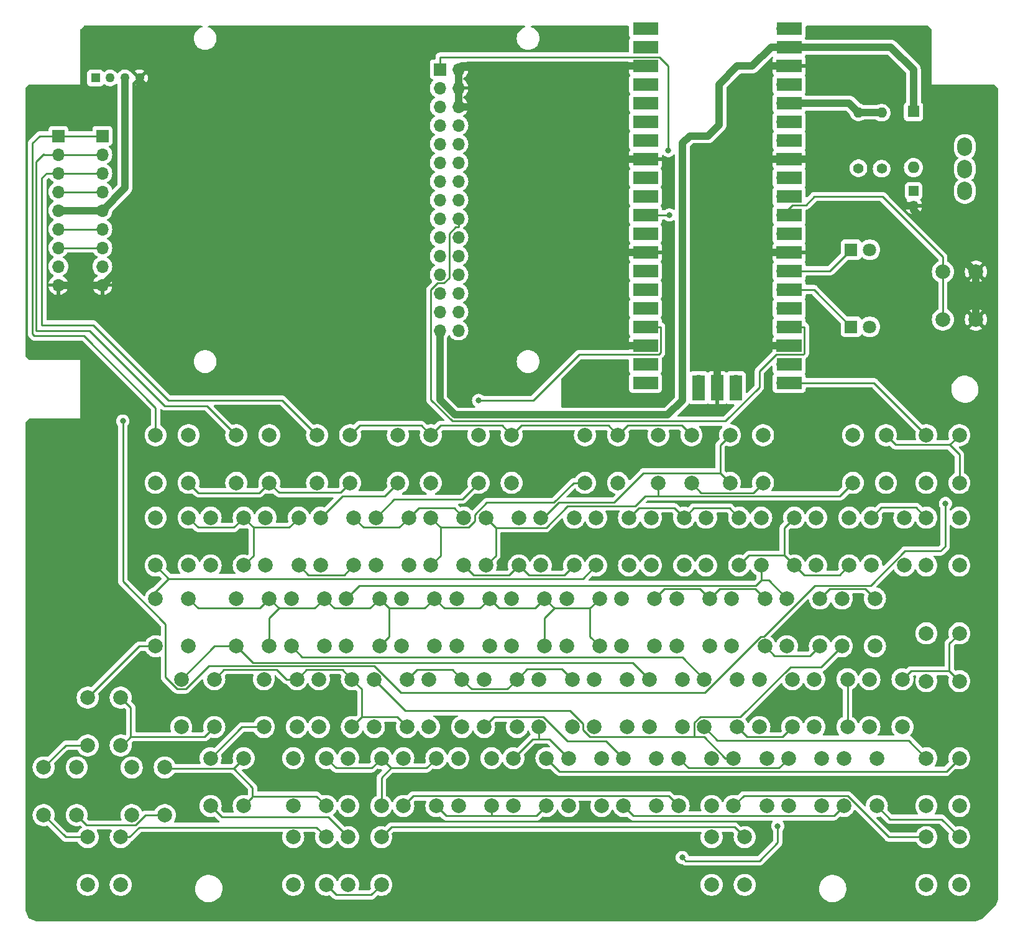
<source format=gtl>
G04 #@! TF.GenerationSoftware,KiCad,Pcbnew,7.0.10*
G04 #@! TF.CreationDate,2024-04-20T09:04:06+09:00*
G04 #@! TF.ProjectId,msx0_keyboard,6d737830-5f6b-4657-9962-6f6172642e6b,rev?*
G04 #@! TF.SameCoordinates,PX30291a0PY2faf080*
G04 #@! TF.FileFunction,Copper,L1,Top*
G04 #@! TF.FilePolarity,Positive*
%FSLAX46Y46*%
G04 Gerber Fmt 4.6, Leading zero omitted, Abs format (unit mm)*
G04 Created by KiCad (PCBNEW 7.0.10) date 2024-04-20 09:04:06*
%MOMM*%
%LPD*%
G01*
G04 APERTURE LIST*
G04 #@! TA.AperFunction,ComponentPad*
%ADD10C,2.000000*%
G04 #@! TD*
G04 #@! TA.AperFunction,ComponentPad*
%ADD11R,1.800000X1.800000*%
G04 #@! TD*
G04 #@! TA.AperFunction,ComponentPad*
%ADD12C,1.800000*%
G04 #@! TD*
G04 #@! TA.AperFunction,ComponentPad*
%ADD13C,1.400000*%
G04 #@! TD*
G04 #@! TA.AperFunction,ComponentPad*
%ADD14O,1.400000X1.400000*%
G04 #@! TD*
G04 #@! TA.AperFunction,ComponentPad*
%ADD15O,1.700000X1.700000*%
G04 #@! TD*
G04 #@! TA.AperFunction,SMDPad,CuDef*
%ADD16R,3.500000X1.700000*%
G04 #@! TD*
G04 #@! TA.AperFunction,ComponentPad*
%ADD17R,1.700000X1.700000*%
G04 #@! TD*
G04 #@! TA.AperFunction,SMDPad,CuDef*
%ADD18R,1.700000X3.500000*%
G04 #@! TD*
G04 #@! TA.AperFunction,ComponentPad*
%ADD19R,1.600000X1.600000*%
G04 #@! TD*
G04 #@! TA.AperFunction,ComponentPad*
%ADD20O,1.600000X1.600000*%
G04 #@! TD*
G04 #@! TA.AperFunction,ComponentPad*
%ADD21O,2.000000X2.500000*%
G04 #@! TD*
G04 #@! TA.AperFunction,ComponentPad*
%ADD22R,1.270000X1.270000*%
G04 #@! TD*
G04 #@! TA.AperFunction,ComponentPad*
%ADD23C,1.270000*%
G04 #@! TD*
G04 #@! TA.AperFunction,ComponentPad*
%ADD24R,1.350000X1.350000*%
G04 #@! TD*
G04 #@! TA.AperFunction,ComponentPad*
%ADD25O,1.350000X1.350000*%
G04 #@! TD*
G04 #@! TA.AperFunction,ViaPad*
%ADD26C,0.800000*%
G04 #@! TD*
G04 #@! TA.AperFunction,Conductor*
%ADD27C,1.000000*%
G04 #@! TD*
G04 #@! TA.AperFunction,Conductor*
%ADD28C,0.250000*%
G04 #@! TD*
G04 APERTURE END LIST*
D10*
X34000000Y-96500000D03*
X34000000Y-90000000D03*
X38500000Y-96500000D03*
X38500000Y-90000000D03*
X10000000Y-99000000D03*
X10000000Y-92500000D03*
X14500000Y-99000000D03*
X14500000Y-92500000D03*
X109000000Y-96500000D03*
X109000000Y-90000000D03*
X113500000Y-96500000D03*
X113500000Y-90000000D03*
D11*
X114000000Y-42000000D03*
D12*
X116540000Y-42000000D03*
D13*
X115006400Y-20408800D03*
D14*
X115006400Y-12788800D03*
D10*
X98000000Y-107250000D03*
X98000000Y-100750000D03*
X102500000Y-107250000D03*
X102500000Y-100750000D03*
X64250000Y-74500000D03*
X64250000Y-68000000D03*
X68750000Y-74500000D03*
X68750000Y-68000000D03*
D15*
X86885000Y-1370000D03*
D16*
X85985000Y-1370000D03*
D15*
X86885000Y-3910000D03*
D16*
X85985000Y-3910000D03*
D17*
X86885000Y-6450000D03*
D16*
X85985000Y-6450000D03*
D15*
X86885000Y-8990000D03*
D16*
X85985000Y-8990000D03*
D15*
X86885000Y-11530000D03*
D16*
X85985000Y-11530000D03*
D15*
X86885000Y-14070000D03*
D16*
X85985000Y-14070000D03*
D15*
X86885000Y-16610000D03*
D16*
X85985000Y-16610000D03*
D17*
X86885000Y-19150000D03*
D16*
X85985000Y-19150000D03*
D15*
X86885000Y-21690000D03*
D16*
X85985000Y-21690000D03*
D15*
X86885000Y-24230000D03*
D16*
X85985000Y-24230000D03*
D15*
X86885000Y-26770000D03*
D16*
X85985000Y-26770000D03*
D15*
X86885000Y-29310000D03*
D16*
X85985000Y-29310000D03*
D17*
X86885000Y-31850000D03*
D16*
X85985000Y-31850000D03*
D15*
X86885000Y-34390000D03*
D16*
X85985000Y-34390000D03*
D15*
X86885000Y-36930000D03*
D16*
X85985000Y-36930000D03*
D15*
X86885000Y-39470000D03*
D16*
X85985000Y-39470000D03*
D15*
X86885000Y-42010000D03*
D16*
X85985000Y-42010000D03*
D17*
X86885000Y-44550000D03*
D16*
X85985000Y-44550000D03*
D15*
X86885000Y-47090000D03*
D16*
X85985000Y-47090000D03*
D15*
X86885000Y-49630000D03*
D16*
X85985000Y-49630000D03*
D15*
X104665000Y-49630000D03*
D16*
X105565000Y-49630000D03*
D15*
X104665000Y-47090000D03*
D16*
X105565000Y-47090000D03*
D17*
X104665000Y-44550000D03*
D16*
X105565000Y-44550000D03*
D15*
X104665000Y-42010000D03*
D16*
X105565000Y-42010000D03*
D15*
X104665000Y-39470000D03*
D16*
X105565000Y-39470000D03*
D15*
X104665000Y-36930000D03*
D16*
X105565000Y-36930000D03*
D15*
X104665000Y-34390000D03*
D16*
X105565000Y-34390000D03*
D17*
X104665000Y-31850000D03*
D16*
X105565000Y-31850000D03*
D15*
X104665000Y-29310000D03*
D16*
X105565000Y-29310000D03*
D15*
X104665000Y-26770000D03*
D16*
X105565000Y-26770000D03*
D15*
X104665000Y-24230000D03*
D16*
X105565000Y-24230000D03*
D15*
X104665000Y-21690000D03*
D16*
X105565000Y-21690000D03*
D17*
X104665000Y-19150000D03*
D16*
X105565000Y-19150000D03*
D15*
X104665000Y-16610000D03*
D16*
X105565000Y-16610000D03*
D15*
X104665000Y-14070000D03*
D16*
X105565000Y-14070000D03*
D15*
X104665000Y-11530000D03*
D16*
X105565000Y-11530000D03*
D15*
X104665000Y-8990000D03*
D16*
X105565000Y-8990000D03*
D17*
X104665000Y-6450000D03*
D16*
X105565000Y-6450000D03*
D15*
X104665000Y-3910000D03*
D16*
X105565000Y-3910000D03*
D15*
X104665000Y-1370000D03*
D16*
X105565000Y-1370000D03*
D15*
X93235000Y-49400000D03*
D18*
X93235000Y-50300000D03*
D17*
X95775000Y-49400000D03*
D18*
X95775000Y-50300000D03*
D15*
X98315000Y-49400000D03*
D18*
X98315000Y-50300000D03*
D13*
X118156000Y-20459600D03*
D14*
X118156000Y-12839600D03*
D10*
X68000000Y-107250000D03*
X68000000Y-100750000D03*
X72500000Y-107250000D03*
X72500000Y-100750000D03*
X124250000Y-107250000D03*
X124250000Y-100750000D03*
X128750000Y-107250000D03*
X128750000Y-100750000D03*
X124250000Y-74500000D03*
X124250000Y-68000000D03*
X128750000Y-74500000D03*
X128750000Y-68000000D03*
X95000000Y-118000000D03*
X95000000Y-111500000D03*
X99500000Y-118000000D03*
X99500000Y-111500000D03*
X90250000Y-85500000D03*
X90250000Y-79000000D03*
X94750000Y-85500000D03*
X94750000Y-79000000D03*
D17*
X12000000Y-16000000D03*
D15*
X12000000Y-18540000D03*
X12000000Y-21080000D03*
X12000000Y-23620000D03*
X12000000Y-26160000D03*
X12000000Y-28700000D03*
X12000000Y-31240000D03*
X12000000Y-33780000D03*
X12000000Y-36320000D03*
D10*
X41500000Y-96500000D03*
X41500000Y-90000000D03*
X46000000Y-96500000D03*
X46000000Y-90000000D03*
X101500000Y-96500000D03*
X101500000Y-90000000D03*
X106000000Y-96500000D03*
X106000000Y-90000000D03*
X41750000Y-74500000D03*
X41750000Y-68000000D03*
X46250000Y-74500000D03*
X46250000Y-68000000D03*
X56500000Y-96500000D03*
X56500000Y-90000000D03*
X61000000Y-96500000D03*
X61000000Y-90000000D03*
X45250000Y-85500000D03*
X45250000Y-79000000D03*
X49750000Y-85500000D03*
X49750000Y-79000000D03*
X41250000Y-63250000D03*
X41250000Y-56750000D03*
X45750000Y-63250000D03*
X45750000Y-56750000D03*
X26750000Y-74500000D03*
X26750000Y-68000000D03*
X31250000Y-74500000D03*
X31250000Y-68000000D03*
D19*
X122500000Y-12690000D03*
D20*
X122500000Y-20310000D03*
D10*
X124250000Y-118000000D03*
X124250000Y-111500000D03*
X128750000Y-118000000D03*
X128750000Y-111500000D03*
X112750000Y-85500000D03*
X112750000Y-79000000D03*
X117250000Y-85500000D03*
X117250000Y-79000000D03*
X75250000Y-85500000D03*
X75250000Y-79000000D03*
X79750000Y-85500000D03*
X79750000Y-79000000D03*
X37750000Y-85500000D03*
X37750000Y-79000000D03*
X42250000Y-85500000D03*
X42250000Y-79000000D03*
X116500000Y-96500000D03*
X116500000Y-90000000D03*
X121000000Y-96500000D03*
X121000000Y-90000000D03*
X126500000Y-41000000D03*
X126500000Y-34500000D03*
X131000000Y-41000000D03*
X131000000Y-34500000D03*
X114250000Y-63250000D03*
X114250000Y-56750000D03*
X118750000Y-63250000D03*
X118750000Y-56750000D03*
X26750000Y-107250000D03*
X26750000Y-100750000D03*
X31250000Y-107250000D03*
X31250000Y-100750000D03*
X10000000Y-118000000D03*
X10000000Y-111500000D03*
X14500000Y-118000000D03*
X14500000Y-111500000D03*
X124250000Y-63250000D03*
X124250000Y-56750000D03*
X128750000Y-63250000D03*
X128750000Y-56750000D03*
X90500000Y-107250000D03*
X90500000Y-100750000D03*
X95000000Y-107250000D03*
X95000000Y-100750000D03*
X71750000Y-74500000D03*
X71750000Y-68000000D03*
X76250000Y-74500000D03*
X76250000Y-68000000D03*
X19250000Y-85500000D03*
X19250000Y-79000000D03*
X23750000Y-85500000D03*
X23750000Y-79000000D03*
X22750000Y-96500000D03*
X22750000Y-90000000D03*
X27250000Y-96500000D03*
X27250000Y-90000000D03*
X45500000Y-107250000D03*
X45500000Y-100750000D03*
X50000000Y-107250000D03*
X50000000Y-100750000D03*
X38000000Y-107250000D03*
X38000000Y-100750000D03*
X42500000Y-107250000D03*
X42500000Y-100750000D03*
D21*
X129500000Y-23500000D03*
X129500000Y-20500000D03*
X129500000Y-17500000D03*
D10*
X77750000Y-63250000D03*
X77750000Y-56750000D03*
X82250000Y-63250000D03*
X82250000Y-56750000D03*
X63250000Y-63250000D03*
X63250000Y-56750000D03*
X67750000Y-63250000D03*
X67750000Y-56750000D03*
X86750000Y-74500000D03*
X86750000Y-68000000D03*
X91250000Y-74500000D03*
X91250000Y-68000000D03*
D17*
X57960000Y-6940000D03*
D15*
X60500000Y-6940000D03*
X57960000Y-9480000D03*
X60500000Y-9480000D03*
X57960000Y-12020000D03*
X60500000Y-12020000D03*
X57960000Y-14560000D03*
X60500000Y-14560000D03*
X57960000Y-17100000D03*
X60500000Y-17100000D03*
X57960000Y-19640000D03*
X60500000Y-19640000D03*
X57960000Y-22180000D03*
X60500000Y-22180000D03*
X57960000Y-24720000D03*
X60500000Y-24720000D03*
X57960000Y-27260000D03*
X60500000Y-27260000D03*
X57960000Y-29800000D03*
X60500000Y-29800000D03*
X57960000Y-32340000D03*
X60500000Y-32340000D03*
X57960000Y-34880000D03*
X60500000Y-34880000D03*
X57960000Y-37420000D03*
X60500000Y-37420000D03*
X57960000Y-39960000D03*
X60500000Y-39960000D03*
X57960000Y-42500000D03*
X60500000Y-42500000D03*
D10*
X52250000Y-63250000D03*
X52250000Y-56750000D03*
X56750000Y-63250000D03*
X56750000Y-56750000D03*
X87750000Y-63250000D03*
X87750000Y-56750000D03*
X92250000Y-63250000D03*
X92250000Y-56750000D03*
X83000000Y-107250000D03*
X83000000Y-100750000D03*
X87500000Y-107250000D03*
X87500000Y-100750000D03*
X94000000Y-96500000D03*
X94000000Y-90000000D03*
X98500000Y-96500000D03*
X98500000Y-90000000D03*
X109250000Y-74500000D03*
X109250000Y-68000000D03*
X113750000Y-74500000D03*
X113750000Y-68000000D03*
X19250000Y-63250000D03*
X19250000Y-56750000D03*
X23750000Y-63250000D03*
X23750000Y-56750000D03*
D17*
X6000000Y-16000000D03*
D15*
X6000000Y-18540000D03*
X6000000Y-21080000D03*
X6000000Y-23620000D03*
X6000000Y-26160000D03*
X6000000Y-28700000D03*
X6000000Y-31240000D03*
X6000000Y-33780000D03*
X6000000Y-36320000D03*
D10*
X38000000Y-118000000D03*
X38000000Y-111500000D03*
X42500000Y-118000000D03*
X42500000Y-111500000D03*
X30250000Y-63250000D03*
X30250000Y-56750000D03*
X34750000Y-63250000D03*
X34750000Y-56750000D03*
X67750000Y-85500000D03*
X67750000Y-79000000D03*
X72250000Y-85500000D03*
X72250000Y-79000000D03*
X105250000Y-85500000D03*
X105250000Y-79000000D03*
X109750000Y-85500000D03*
X109750000Y-79000000D03*
D22*
X11069600Y-8115200D03*
D23*
X13071120Y-8115080D03*
X15067560Y-8115080D03*
X17069080Y-8115080D03*
D10*
X101750000Y-74500000D03*
X101750000Y-68000000D03*
X106250000Y-74500000D03*
X106250000Y-68000000D03*
D11*
X114000000Y-31500000D03*
D12*
X116540000Y-31500000D03*
D10*
X105500000Y-107250000D03*
X105500000Y-100750000D03*
X110000000Y-107250000D03*
X110000000Y-100750000D03*
X94250000Y-74500000D03*
X94250000Y-68000000D03*
X98750000Y-74500000D03*
X98750000Y-68000000D03*
X79000000Y-96500000D03*
X79000000Y-90000000D03*
X83500000Y-96500000D03*
X83500000Y-90000000D03*
X34250000Y-74500000D03*
X34250000Y-68000000D03*
X38750000Y-74500000D03*
X38750000Y-68000000D03*
X71500000Y-96500000D03*
X71500000Y-90000000D03*
X76000000Y-96500000D03*
X76000000Y-90000000D03*
D24*
X122500000Y-23500000D03*
D25*
X122500000Y-25500000D03*
D10*
X79250000Y-74500000D03*
X79250000Y-68000000D03*
X83750000Y-74500000D03*
X83750000Y-68000000D03*
X64000000Y-96500000D03*
X64000000Y-90000000D03*
X68500000Y-96500000D03*
X68500000Y-90000000D03*
X113000000Y-107250000D03*
X113000000Y-100750000D03*
X117500000Y-107250000D03*
X117500000Y-100750000D03*
X19250000Y-74500000D03*
X19250000Y-68000000D03*
X23750000Y-74500000D03*
X23750000Y-68000000D03*
X52750000Y-85500000D03*
X52750000Y-79000000D03*
X57250000Y-85500000D03*
X57250000Y-79000000D03*
X16000000Y-108500000D03*
X16000000Y-102000000D03*
X20500000Y-108500000D03*
X20500000Y-102000000D03*
X75500000Y-107250000D03*
X75500000Y-100750000D03*
X80000000Y-107250000D03*
X80000000Y-100750000D03*
X53000000Y-107250000D03*
X53000000Y-100750000D03*
X57500000Y-107250000D03*
X57500000Y-100750000D03*
X45500000Y-118000000D03*
X45500000Y-111500000D03*
X50000000Y-118000000D03*
X50000000Y-111500000D03*
X56750000Y-74500000D03*
X56750000Y-68000000D03*
X61250000Y-74500000D03*
X61250000Y-68000000D03*
X97750000Y-85500000D03*
X97750000Y-79000000D03*
X102250000Y-85500000D03*
X102250000Y-79000000D03*
X49250000Y-74500000D03*
X49250000Y-68000000D03*
X53750000Y-74500000D03*
X53750000Y-68000000D03*
X116750000Y-74500000D03*
X116750000Y-68000000D03*
X121250000Y-74500000D03*
X121250000Y-68000000D03*
X60500000Y-107250000D03*
X60500000Y-100750000D03*
X65000000Y-107250000D03*
X65000000Y-100750000D03*
X82750000Y-85500000D03*
X82750000Y-79000000D03*
X87250000Y-85500000D03*
X87250000Y-79000000D03*
X4000000Y-108500000D03*
X4000000Y-102000000D03*
X8500000Y-108500000D03*
X8500000Y-102000000D03*
X86500000Y-96500000D03*
X86500000Y-90000000D03*
X91000000Y-96500000D03*
X91000000Y-90000000D03*
X49000000Y-96500000D03*
X49000000Y-90000000D03*
X53500000Y-96500000D03*
X53500000Y-90000000D03*
X30250000Y-85500000D03*
X30250000Y-79000000D03*
X34750000Y-85500000D03*
X34750000Y-79000000D03*
X60250000Y-85500000D03*
X60250000Y-79000000D03*
X64750000Y-85500000D03*
X64750000Y-79000000D03*
X97500000Y-63250000D03*
X97500000Y-56750000D03*
X102000000Y-63250000D03*
X102000000Y-56750000D03*
X124250000Y-90250000D03*
X124250000Y-83750000D03*
X128750000Y-90250000D03*
X128750000Y-83750000D03*
D26*
X63000000Y-22000000D03*
X55468800Y-37782400D03*
X131500000Y-120500000D03*
X116500000Y-51500000D03*
X66441600Y-118452800D03*
X123500000Y-2500000D03*
X3000000Y-45000000D03*
X119500000Y-7000000D03*
X110000000Y-2000000D03*
X105000000Y-63500000D03*
X110993200Y-22898000D03*
X121500000Y-56500000D03*
X80500000Y-44500000D03*
X55418000Y-32651600D03*
X112974400Y-48348800D03*
X3000000Y-56000000D03*
X78000000Y-47500000D03*
X66441600Y-121145200D03*
X50744400Y-44335600D03*
X65500000Y-2500000D03*
X78500000Y-6500000D03*
X117381000Y-25709904D03*
X3000000Y-10500000D03*
X20264400Y-4965600D03*
X3000000Y-120500000D03*
X46528000Y-44284800D03*
X96000000Y-34000000D03*
X54554400Y-44335600D03*
X55367200Y-28282800D03*
X45000000Y-10500000D03*
X131500000Y-11500000D03*
X89090400Y-17993700D03*
X15067560Y-13042800D03*
X63250000Y-52029400D03*
X104000000Y-110000000D03*
X91000000Y-114274200D03*
X89253400Y-26770000D03*
X126855800Y-66078000D03*
X14778000Y-54851200D03*
D27*
X70150000Y-41150000D02*
X73550000Y-44550000D01*
X100500000Y-19150000D02*
X104665000Y-19150000D01*
X108210400Y-19150000D02*
X111704400Y-22644000D01*
X78500000Y-6500000D02*
X86835000Y-6500000D01*
X60500000Y-6940000D02*
X60990000Y-6450000D01*
X78450000Y-6450000D02*
X78500000Y-6500000D01*
X97050000Y-44550000D02*
X100500000Y-44550000D01*
X100500000Y-19150000D02*
X100500000Y-9000000D01*
X118643900Y-22644000D02*
X121499900Y-25500000D01*
X63020000Y-12020000D02*
X70150000Y-19150000D01*
X100500000Y-9000000D02*
X103050000Y-6450000D01*
X73550000Y-44550000D02*
X80450000Y-44550000D01*
X121499900Y-25500000D02*
X122500000Y-25500000D01*
X122500000Y-25500000D02*
X122500000Y-26073600D01*
X6000000Y-36320000D02*
X12000000Y-36320000D01*
X130926400Y-34500000D02*
X131000000Y-34500000D01*
X111704400Y-22644000D02*
X118643900Y-22644000D01*
X70300000Y-31850000D02*
X86885000Y-31850000D01*
X100500000Y-44550000D02*
X104665000Y-44550000D01*
X70150000Y-19150000D02*
X70150000Y-32000000D01*
D28*
X97000000Y-44500000D02*
X97050000Y-44550000D01*
D27*
X70150000Y-19150000D02*
X86885000Y-19150000D01*
X80500000Y-44500000D02*
X80550000Y-44550000D01*
X131000000Y-34500000D02*
X131000000Y-41000000D01*
X100500000Y-32000000D02*
X100500000Y-19150000D01*
X80450000Y-44550000D02*
X80500000Y-44500000D01*
X70150000Y-32000000D02*
X70150000Y-41150000D01*
X100500000Y-32000000D02*
X100650000Y-31850000D01*
X100500000Y-44550000D02*
X100500000Y-32000000D01*
X12000000Y-36320000D02*
X17069080Y-31250920D01*
X60500000Y-12020000D02*
X63020000Y-12020000D01*
X60500000Y-6940000D02*
X60500000Y-9480000D01*
X70150000Y-32000000D02*
X70300000Y-31850000D01*
X100650000Y-31850000D02*
X104665000Y-31850000D01*
X60500000Y-9480000D02*
X60500000Y-12020000D01*
X60990000Y-6450000D02*
X78450000Y-6450000D01*
X95775000Y-45725000D02*
X97000000Y-44500000D01*
X103050000Y-6450000D02*
X104665000Y-6450000D01*
X95775000Y-49400000D02*
X95775000Y-45725000D01*
X104665000Y-19150000D02*
X108210400Y-19150000D01*
X122500000Y-26073600D02*
X130926400Y-34500000D01*
X17069080Y-31250920D02*
X17069080Y-8115080D01*
X80550000Y-44550000D02*
X86885000Y-44550000D01*
X96000000Y-14500000D02*
X94500000Y-16000000D01*
X91000000Y-52000000D02*
X89000000Y-54000000D01*
X119410000Y-3910000D02*
X122500000Y-7000000D01*
X122500000Y-7000000D02*
X122500000Y-12690000D01*
X104665000Y-3910000D02*
X119410000Y-3910000D01*
X98500000Y-6500000D02*
X96000000Y-9000000D01*
X96000000Y-9000000D02*
X96000000Y-14500000D01*
X60000000Y-54000000D02*
X57960000Y-51960000D01*
X89000000Y-54000000D02*
X60000000Y-54000000D01*
X92000000Y-16000000D02*
X91000000Y-17000000D01*
X94500000Y-16000000D02*
X92000000Y-16000000D01*
X100500000Y-6500000D02*
X98500000Y-6500000D01*
X57960000Y-51960000D02*
X57960000Y-42500000D01*
X103090000Y-3910000D02*
X100500000Y-6500000D01*
X104665000Y-3910000D02*
X103090000Y-3910000D01*
X91000000Y-17000000D02*
X91000000Y-52000000D01*
D28*
X89090400Y-17993700D02*
X89090400Y-6479600D01*
X87885700Y-5274900D02*
X58000000Y-5274900D01*
X89090400Y-6479600D02*
X87885700Y-5274900D01*
X58000000Y-5274900D02*
X58000000Y-6900000D01*
X101490000Y-50220500D02*
X96865900Y-54844600D01*
X59675100Y-54844600D02*
X56758900Y-51928400D01*
X60134700Y-28435100D02*
X60500000Y-28435100D01*
X107640100Y-45585500D02*
X107500400Y-45725200D01*
X107640100Y-42010000D02*
X107640100Y-45585500D01*
X56758900Y-36958700D02*
X57662400Y-36055200D01*
X56758900Y-51928400D02*
X56758900Y-36958700D01*
X59230000Y-35369400D02*
X59230000Y-29339800D01*
X96865900Y-54844600D02*
X59675100Y-54844600D01*
X101490000Y-48065600D02*
X101490000Y-50220500D01*
X104665000Y-42010000D02*
X107640100Y-42010000D01*
X107500400Y-45725200D02*
X103830400Y-45725200D01*
X58544200Y-36055200D02*
X59230000Y-35369400D01*
X60500000Y-27260000D02*
X60500000Y-28435100D01*
X103830400Y-45725200D02*
X101490000Y-48065600D01*
X57662400Y-36055200D02*
X58544200Y-36055200D01*
X59230000Y-29339800D02*
X60134700Y-28435100D01*
D27*
X15067560Y-23092440D02*
X15067560Y-13042800D01*
X12000000Y-26160000D02*
X15067560Y-23092440D01*
X6000000Y-26160000D02*
X12000000Y-26160000D01*
X15067560Y-8115080D02*
X15067560Y-13042800D01*
D28*
X4000000Y-102000000D02*
X7000000Y-99000000D01*
X19250000Y-56750000D02*
X19250000Y-53000000D01*
X2500000Y-43000000D02*
X2500000Y-17000000D01*
X21036000Y-76286000D02*
X19250000Y-78072000D01*
X19250000Y-53000000D02*
X9500000Y-43250000D01*
X21036000Y-76286000D02*
X77464000Y-76286000D01*
X9500000Y-43250000D02*
X2750000Y-43250000D01*
X19250000Y-78072000D02*
X19250000Y-79000000D01*
X2500000Y-17000000D02*
X3500000Y-16000000D01*
X7000000Y-111500000D02*
X10000000Y-111500000D01*
X19250000Y-85500000D02*
X17000000Y-85500000D01*
X17000000Y-85500000D02*
X10000000Y-92500000D01*
X19250000Y-74500000D02*
X21036000Y-76286000D01*
X2750000Y-43250000D02*
X2500000Y-43000000D01*
X4000000Y-108500000D02*
X7000000Y-111500000D01*
X3500000Y-16000000D02*
X6000000Y-16000000D01*
X6000000Y-16000000D02*
X12000000Y-16000000D01*
X7000000Y-99000000D02*
X10000000Y-99000000D01*
X77464000Y-76286000D02*
X79250000Y-74500000D01*
X23750000Y-63250000D02*
X25097100Y-64597100D01*
X83588200Y-55411800D02*
X82250000Y-56750000D01*
X92250000Y-56750000D02*
X90911800Y-55411800D01*
X66424800Y-55424800D02*
X67750000Y-56750000D01*
X100650800Y-64599200D02*
X93599200Y-64599200D01*
X56750000Y-56750000D02*
X58075200Y-55424800D01*
X93599200Y-64599200D02*
X92250000Y-63250000D01*
X47075200Y-55424800D02*
X45750000Y-56750000D01*
X69075200Y-55424800D02*
X67750000Y-56750000D01*
X45750000Y-63250000D02*
X44424800Y-64575200D01*
X102000000Y-63250000D02*
X100650800Y-64599200D01*
X80924800Y-55424800D02*
X69075200Y-55424800D01*
X44424800Y-64575200D02*
X36075200Y-64575200D01*
X58075200Y-55424800D02*
X66424800Y-55424800D01*
X25097100Y-64597100D02*
X33402900Y-64597100D01*
X33402900Y-64597100D02*
X34750000Y-63250000D01*
X82250000Y-56750000D02*
X80924800Y-55424800D01*
X56750000Y-56750000D02*
X55424800Y-55424800D01*
X90911800Y-55411800D02*
X83588200Y-55411800D01*
X55424800Y-55424800D02*
X47075200Y-55424800D01*
X36075200Y-64575200D02*
X34750000Y-63250000D01*
X6000000Y-18540000D02*
X12000000Y-18540000D01*
X30250000Y-85500000D02*
X32476000Y-87726000D01*
X3000000Y-19500000D02*
X4000000Y-18500000D01*
X3000000Y-42500000D02*
X3000000Y-19500000D01*
X26250000Y-52750000D02*
X20500000Y-52750000D01*
X4040000Y-18540000D02*
X6000000Y-18540000D01*
X4000000Y-18500000D02*
X4040000Y-18540000D01*
X27250000Y-85500000D02*
X30250000Y-85500000D01*
X20500000Y-52750000D02*
X10250000Y-42500000D01*
X32476000Y-87726000D02*
X84226000Y-87726000D01*
X10250000Y-42500000D02*
X3000000Y-42500000D01*
X30250000Y-56750000D02*
X26250000Y-52750000D01*
X22750000Y-90000000D02*
X27250000Y-85500000D01*
X84226000Y-87726000D02*
X86500000Y-90000000D01*
X42787100Y-108787100D02*
X28287100Y-108787100D01*
X4420000Y-21080000D02*
X6000000Y-21080000D01*
X45500000Y-111500000D02*
X42787100Y-108787100D01*
X90977700Y-86977700D02*
X39227700Y-86977700D01*
X94000000Y-96500000D02*
X95802900Y-98302900D01*
X95802900Y-98302900D02*
X121802900Y-98302900D01*
X3750000Y-41750000D02*
X3750000Y-21750000D01*
X39227700Y-86977700D02*
X37750000Y-85500000D01*
X121802900Y-98302900D02*
X124250000Y-100750000D01*
X94000000Y-90000000D02*
X90977700Y-86977700D01*
X10750000Y-41750000D02*
X3750000Y-41750000D01*
X31000000Y-96500000D02*
X34000000Y-96500000D01*
X28287100Y-108787100D02*
X26750000Y-107250000D01*
X6000000Y-21080000D02*
X12000000Y-21080000D01*
X26750000Y-100750000D02*
X31000000Y-96500000D01*
X21000000Y-52000000D02*
X10750000Y-41750000D01*
X36500000Y-52000000D02*
X21000000Y-52000000D01*
X3750000Y-21750000D02*
X4420000Y-21080000D01*
X41250000Y-56750000D02*
X36500000Y-52000000D01*
X102774900Y-76524900D02*
X105250000Y-79000000D01*
X52250000Y-63250000D02*
X50471700Y-65028300D01*
X44721700Y-65028300D02*
X41750000Y-68000000D01*
X45250000Y-79000000D02*
X47025600Y-77224400D01*
X50471700Y-65028300D02*
X44721700Y-65028300D01*
X101750000Y-76524900D02*
X102774900Y-76524900D01*
X101050500Y-77224400D02*
X101750000Y-76524900D01*
X101750000Y-76524900D02*
X101750000Y-74500000D01*
X6000000Y-23620000D02*
X12000000Y-23620000D01*
X47025600Y-77224400D02*
X101050500Y-77224400D01*
X88060100Y-45534600D02*
X87814900Y-45779800D01*
X99375700Y-105874300D02*
X113512200Y-105874300D01*
X88060100Y-42010000D02*
X88060100Y-45534600D01*
X86885000Y-42010000D02*
X88060100Y-42010000D01*
X93949400Y-97825200D02*
X96874200Y-100750000D01*
X92669800Y-97825200D02*
X93949400Y-97825200D01*
X119137900Y-111500000D02*
X124250000Y-111500000D01*
X78446200Y-97825200D02*
X92669800Y-97825200D01*
X63250000Y-63250000D02*
X61021500Y-65478500D01*
X98920100Y-95140600D02*
X93444900Y-95140600D01*
X70691800Y-52029400D02*
X63250000Y-52029400D01*
X112750000Y-85500000D02*
X109931100Y-88318900D01*
X92669800Y-95915700D02*
X92669800Y-97825200D01*
X77500100Y-96879100D02*
X78446200Y-97825200D01*
X87814900Y-45779800D02*
X76941400Y-45779800D01*
X113512200Y-105874300D02*
X119137900Y-111500000D01*
X61021500Y-65478500D02*
X51771500Y-65478500D01*
X6000000Y-28700000D02*
X12000000Y-28700000D01*
X53281200Y-94281200D02*
X75730200Y-94281200D01*
X75730200Y-94281200D02*
X77500100Y-96051100D01*
X51771500Y-65478500D02*
X49250000Y-68000000D01*
X105741800Y-88318900D02*
X98920100Y-95140600D01*
X49000000Y-90000000D02*
X53281200Y-94281200D01*
X93444900Y-95140600D02*
X92669800Y-95915700D01*
X77500100Y-96051100D02*
X77500100Y-96879100D01*
X98000000Y-107250000D02*
X99375700Y-105874300D01*
X96874200Y-100750000D02*
X98000000Y-100750000D01*
X76941400Y-45779800D02*
X70691800Y-52029400D01*
X109931100Y-88318900D02*
X105741800Y-88318900D01*
X58084500Y-69334500D02*
X56750000Y-68000000D01*
X77750000Y-63250000D02*
X76177800Y-63250000D01*
X53000000Y-107250000D02*
X54346900Y-105903100D01*
X118124200Y-66625800D02*
X122875800Y-66625800D01*
X122875800Y-66625800D02*
X124250000Y-68000000D01*
X116750000Y-68000000D02*
X118124200Y-66625800D01*
X58084500Y-69334500D02*
X58084500Y-73165500D01*
X58084500Y-73165500D02*
X56750000Y-74500000D01*
X62750000Y-68438900D02*
X61854400Y-69334500D01*
X76177800Y-63250000D02*
X73480600Y-65947200D01*
X104167900Y-102082100D02*
X105500000Y-100750000D01*
X61854400Y-69334500D02*
X58084500Y-69334500D01*
X6000000Y-31240000D02*
X12000000Y-31240000D01*
X73480600Y-65947200D02*
X64366700Y-65947200D01*
X62750000Y-67563900D02*
X62750000Y-68438900D01*
X91832100Y-102082100D02*
X104167900Y-102082100D01*
X64366700Y-65947200D02*
X62750000Y-67563900D01*
X90500000Y-100750000D02*
X91832100Y-102082100D01*
X89153100Y-105903100D02*
X90500000Y-107250000D01*
X54346900Y-105903100D02*
X89153100Y-105903100D01*
X87750000Y-65050100D02*
X112449900Y-65050100D01*
X75389800Y-66397400D02*
X72440800Y-69346400D01*
X72440800Y-69346400D02*
X65596400Y-69346400D01*
X85949900Y-65050100D02*
X84602600Y-66397400D01*
X84602600Y-66397400D02*
X75389800Y-66397400D01*
X75337900Y-98393500D02*
X80643500Y-98393500D01*
X84353800Y-108603800D02*
X111646200Y-108603800D01*
X87750000Y-63250000D02*
X87750000Y-65050100D01*
X65596400Y-69346400D02*
X65596400Y-73153600D01*
X80643500Y-98393500D02*
X83000000Y-100750000D01*
X87750000Y-65050100D02*
X85949900Y-65050100D01*
X65596400Y-69346400D02*
X64250000Y-68000000D01*
X83000000Y-107250000D02*
X84353800Y-108603800D01*
X64000000Y-96500000D02*
X65359600Y-95140400D01*
X65359600Y-95140400D02*
X72084800Y-95140400D01*
X112449900Y-65050100D02*
X114250000Y-63250000D01*
X65596400Y-73153600D02*
X64250000Y-74500000D01*
X111646200Y-108603800D02*
X113000000Y-107250000D01*
X72084800Y-95140400D02*
X75337900Y-98393500D01*
X96153600Y-61903600D02*
X85711000Y-61903600D01*
X74171700Y-65892700D02*
X72064400Y-68000000D01*
X117130000Y-49630000D02*
X124250000Y-56750000D01*
X97500000Y-63250000D02*
X96153600Y-61903600D01*
X101500000Y-114750000D02*
X91475800Y-114750000D01*
X71500000Y-98168400D02*
X70581600Y-98168400D01*
X104665000Y-49630000D02*
X117130000Y-49630000D01*
X104000000Y-112250000D02*
X101500000Y-114750000D01*
X96153600Y-58096400D02*
X96153600Y-61903600D01*
X75500000Y-100750000D02*
X72918400Y-98168400D01*
X71500000Y-98168400D02*
X71500000Y-96500000D01*
X104000000Y-110000000D02*
X104000000Y-112250000D01*
X91475800Y-114750000D02*
X91000000Y-114274200D01*
X81721900Y-65892700D02*
X74171700Y-65892700D01*
X97500000Y-56750000D02*
X96153600Y-58096400D01*
X85711000Y-61903600D02*
X81721900Y-65892700D01*
X70581600Y-98168400D02*
X68000000Y-100750000D01*
X72918400Y-98168400D02*
X71500000Y-98168400D01*
X112401400Y-75848600D02*
X107598600Y-75848600D01*
X104893300Y-69356700D02*
X104893300Y-73143300D01*
X128750000Y-56750000D02*
X127424800Y-58075200D01*
X83750000Y-68000000D02*
X85097200Y-66652800D01*
X97424800Y-66674800D02*
X92575200Y-66674800D01*
X128750000Y-59400400D02*
X128750000Y-63250000D01*
X120075200Y-58075200D02*
X118750000Y-56750000D01*
X107598600Y-75848600D02*
X106250000Y-74500000D01*
X113750000Y-74500000D02*
X112401400Y-75848600D01*
X100106700Y-73143300D02*
X98750000Y-74500000D01*
X106250000Y-68000000D02*
X104893300Y-69356700D01*
X85097200Y-66652800D02*
X89902800Y-66652800D01*
X98750000Y-68000000D02*
X97424800Y-66674800D01*
X127424800Y-58075200D02*
X120075200Y-58075200D01*
X127424800Y-58075200D02*
X128750000Y-59400400D01*
X92575200Y-66674800D02*
X91250000Y-68000000D01*
X89902800Y-66652800D02*
X91250000Y-68000000D01*
X106250000Y-74500000D02*
X104893300Y-73143300D01*
X104893300Y-73143300D02*
X100106700Y-73143300D01*
X67424800Y-75825200D02*
X68750000Y-74500000D01*
X23750000Y-68000000D02*
X25075200Y-69325200D01*
X62575200Y-75825200D02*
X67424800Y-75825200D01*
X47575200Y-69325200D02*
X46250000Y-68000000D01*
X53750000Y-68000000D02*
X52424800Y-69325200D01*
X52424800Y-69325200D02*
X47575200Y-69325200D01*
X32575200Y-73174800D02*
X31250000Y-74500000D01*
X38750000Y-74500000D02*
X40075200Y-75825200D01*
X74914100Y-75835900D02*
X70085900Y-75835900D01*
X76250000Y-74500000D02*
X74914100Y-75835900D01*
X29924800Y-69325200D02*
X31250000Y-68000000D01*
X40075200Y-75825200D02*
X44924800Y-75825200D01*
X32575200Y-69325200D02*
X32575200Y-73174800D01*
X59914100Y-66664100D02*
X55085900Y-66664100D01*
X70085900Y-75835900D02*
X68750000Y-74500000D01*
X55085900Y-66664100D02*
X53750000Y-68000000D01*
X25075200Y-69325200D02*
X29924800Y-69325200D01*
X61250000Y-68000000D02*
X59914100Y-66664100D01*
X37424800Y-69325200D02*
X32575200Y-69325200D01*
X38750000Y-68000000D02*
X37424800Y-69325200D01*
X32575200Y-69325200D02*
X31250000Y-68000000D01*
X44924800Y-75825200D02*
X46250000Y-74500000D01*
X61250000Y-74500000D02*
X62575200Y-75825200D01*
X96075200Y-77674800D02*
X94750000Y-79000000D01*
X122138800Y-88861200D02*
X127361200Y-88861200D01*
X102250000Y-85500000D02*
X103582400Y-86832400D01*
X127361200Y-88861200D02*
X128750000Y-90250000D01*
X127361200Y-85138800D02*
X128750000Y-83750000D01*
X111075400Y-77674600D02*
X115924600Y-77674600D01*
X109750000Y-79000000D02*
X111075400Y-77674600D01*
X102250000Y-79000000D02*
X100924800Y-77674800D01*
X87250000Y-79000000D02*
X88575400Y-77674600D01*
X88575400Y-77674600D02*
X93424600Y-77674600D01*
X121000000Y-90000000D02*
X122138800Y-88861200D01*
X103582400Y-86832400D02*
X108417600Y-86832400D01*
X127361200Y-88861200D02*
X127361200Y-85138800D01*
X100924800Y-77674800D02*
X96075200Y-77674800D01*
X108417600Y-86832400D02*
X109750000Y-85500000D01*
X115924600Y-77674600D02*
X117250000Y-79000000D01*
X93424600Y-77674600D02*
X94750000Y-79000000D01*
X55924800Y-80325200D02*
X51075200Y-80325200D01*
X64750000Y-79000000D02*
X66075200Y-80325200D01*
X57250000Y-79000000D02*
X55924800Y-80325200D01*
X78424800Y-80325200D02*
X79750000Y-79000000D01*
X51075200Y-80325200D02*
X51075200Y-84174800D01*
X72250000Y-79000000D02*
X73575200Y-80325200D01*
X25075200Y-80325200D02*
X33424800Y-80325200D01*
X23750000Y-79000000D02*
X25075200Y-80325200D01*
X40924800Y-80325200D02*
X42250000Y-79000000D01*
X73575200Y-80325200D02*
X78424800Y-80325200D01*
X70924800Y-80325200D02*
X72250000Y-79000000D01*
X73575200Y-80325200D02*
X72250000Y-81650400D01*
X34750000Y-81650400D02*
X34750000Y-85500000D01*
X43575200Y-80325200D02*
X48424800Y-80325200D01*
X33424800Y-80325200D02*
X34750000Y-79000000D01*
X34750000Y-79000000D02*
X36075200Y-80325200D01*
X78424800Y-84174800D02*
X79750000Y-85500000D01*
X64750000Y-79000000D02*
X63424800Y-80325200D01*
X58575200Y-80325200D02*
X57250000Y-79000000D01*
X72250000Y-81650400D02*
X72250000Y-85500000D01*
X48424800Y-80325200D02*
X49750000Y-79000000D01*
X36075200Y-80325200D02*
X34750000Y-81650400D01*
X51075200Y-84174800D02*
X49750000Y-85500000D01*
X66075200Y-80325200D02*
X70924800Y-80325200D01*
X51075200Y-80325200D02*
X49750000Y-79000000D01*
X78424800Y-80325200D02*
X78424800Y-84174800D01*
X36075200Y-80325200D02*
X40924800Y-80325200D01*
X63424800Y-80325200D02*
X58575200Y-80325200D01*
X42250000Y-79000000D02*
X43575200Y-80325200D01*
X47339900Y-95160100D02*
X47339900Y-91339900D01*
X76000000Y-90000000D02*
X74631600Y-88631600D01*
X25918100Y-97831900D02*
X27250000Y-96500000D01*
X27250000Y-90000000D02*
X28575200Y-88674800D01*
X61000000Y-90000000D02*
X59674800Y-88674800D01*
X74631600Y-88631600D02*
X69868400Y-88631600D01*
X53500000Y-96500000D02*
X52160100Y-95160100D01*
X59674800Y-88674800D02*
X54825200Y-88674800D01*
X14708200Y-99000000D02*
X15876300Y-97831900D01*
X69868400Y-88631600D02*
X68500000Y-90000000D01*
X67174800Y-91325200D02*
X62325200Y-91325200D01*
X47339900Y-95160100D02*
X46000000Y-96500000D01*
X46000000Y-90000000D02*
X44674800Y-88674800D01*
X52160100Y-95160100D02*
X47339900Y-95160100D01*
X15876300Y-93876300D02*
X14500000Y-92500000D01*
X44674800Y-88674800D02*
X39825200Y-88674800D01*
X35722404Y-88674800D02*
X37047604Y-90000000D01*
X68500000Y-90000000D02*
X67174800Y-91325200D01*
X54825200Y-88674800D02*
X53500000Y-90000000D01*
X39825200Y-88674800D02*
X38500000Y-90000000D01*
X37047604Y-90000000D02*
X38500000Y-90000000D01*
X47339900Y-91339900D02*
X46000000Y-90000000D01*
X15876300Y-97831900D02*
X25918100Y-97831900D01*
X62325200Y-91325200D02*
X61000000Y-90000000D01*
X15876300Y-97831900D02*
X15876300Y-93876300D01*
X28575200Y-88674800D02*
X35722404Y-88674800D01*
X98500000Y-96500000D02*
X99825200Y-97825200D01*
X99825200Y-97825200D02*
X104674800Y-97825200D01*
X104674800Y-97825200D02*
X106000000Y-96500000D01*
X15680500Y-111500000D02*
X17023400Y-110157100D01*
X43857400Y-119357400D02*
X42500000Y-118000000D01*
X98135600Y-110135600D02*
X99500000Y-111500000D01*
X41157100Y-110157100D02*
X42500000Y-111500000D01*
X86885000Y-26770000D02*
X89253400Y-26770000D01*
X119304900Y-109054900D02*
X117500000Y-107250000D01*
X51364400Y-110135600D02*
X98135600Y-110135600D01*
X128750000Y-111500000D02*
X126304900Y-109054900D01*
X113500000Y-90000000D02*
X113500000Y-96500000D01*
X17023400Y-110157100D02*
X41157100Y-110157100D01*
X126304900Y-109054900D02*
X119304900Y-109054900D01*
X14500000Y-111500000D02*
X15680500Y-111500000D01*
X48642600Y-119357400D02*
X43857400Y-119357400D01*
X50000000Y-118000000D02*
X48642600Y-119357400D01*
X50000000Y-111500000D02*
X51364400Y-110135600D01*
X65000000Y-107250000D02*
X65000000Y-108611100D01*
X32462600Y-105924800D02*
X32462600Y-104748400D01*
X57500000Y-107250000D02*
X58861100Y-108611100D01*
X8500000Y-108500000D02*
X9847300Y-109847300D01*
X43825200Y-102075200D02*
X48674800Y-102075200D01*
X71138900Y-108611100D02*
X72500000Y-107250000D01*
X74282300Y-102532300D02*
X126967700Y-102532300D01*
X16526900Y-109847300D02*
X17874200Y-108500000D01*
X29857100Y-102142900D02*
X31250000Y-100750000D01*
X56174800Y-102075200D02*
X57500000Y-100750000D01*
X42500000Y-100750000D02*
X43825200Y-102075200D01*
X58861100Y-108611100D02*
X65000000Y-108611100D01*
X126967700Y-102532300D02*
X128750000Y-100750000D01*
X9847300Y-109847300D02*
X16526900Y-109847300D01*
X32462600Y-106037400D02*
X32462600Y-105924800D01*
X32462600Y-104748400D02*
X29857100Y-102142900D01*
X48674800Y-102075200D02*
X50000000Y-100750000D01*
X72500000Y-100750000D02*
X74282300Y-102532300D01*
X17874200Y-108500000D02*
X20500000Y-108500000D01*
X51325200Y-102075200D02*
X50000000Y-103400400D01*
X20642900Y-102142900D02*
X29857100Y-102142900D01*
X32462600Y-105924800D02*
X41174800Y-105924800D01*
X51325200Y-102075200D02*
X56174800Y-102075200D01*
X65000000Y-108611100D02*
X71138900Y-108611100D01*
X31250000Y-107250000D02*
X32462600Y-106037400D01*
X50000000Y-103400400D02*
X50000000Y-107250000D01*
X41174800Y-105924800D02*
X42500000Y-107250000D01*
X50000000Y-100750000D02*
X51325200Y-102075200D01*
X109000000Y-24250000D02*
X118250000Y-24250000D01*
X118250000Y-24250000D02*
X126500000Y-32500000D01*
X106030000Y-25405000D02*
X107845000Y-25405000D01*
X104665000Y-26770000D02*
X106030000Y-25405000D01*
X107845000Y-25405000D02*
X109000000Y-24250000D01*
X126500000Y-34500000D02*
X126500000Y-41000000D01*
X126500000Y-32500000D02*
X126500000Y-34500000D01*
X108930000Y-36930000D02*
X114000000Y-42000000D01*
X104665000Y-36930000D02*
X108930000Y-36930000D01*
X104665000Y-34390000D02*
X111110000Y-34390000D01*
X111110000Y-34390000D02*
X114000000Y-31500000D01*
X101701167Y-84175000D02*
X102091000Y-84175000D01*
X102091000Y-84175000D02*
X109041000Y-77225000D01*
X20575000Y-89698833D02*
X22201767Y-91325600D01*
X23363200Y-91325600D02*
X26512800Y-88176000D01*
X14778000Y-54851200D02*
X14778000Y-54698800D01*
X22201767Y-91325600D02*
X23363200Y-91325600D01*
X14778000Y-76695200D02*
X20575000Y-82492200D01*
X20575000Y-82492200D02*
X20575000Y-89698833D01*
X126792000Y-66141800D02*
X126855800Y-66078000D01*
X49049833Y-88176000D02*
X52648833Y-91775000D01*
X126792000Y-71920000D02*
X126792000Y-66141800D01*
X26512800Y-88176000D02*
X49049833Y-88176000D01*
X94101167Y-91775000D02*
X101701167Y-84175000D01*
X14778000Y-54851200D02*
X14778000Y-76695200D01*
X121346567Y-72529600D02*
X126182400Y-72529600D01*
X109041000Y-77225000D02*
X116651167Y-77225000D01*
X126182400Y-72529600D02*
X126792000Y-71920000D01*
X116651167Y-77225000D02*
X121346567Y-72529600D01*
X52648833Y-91775000D02*
X94101167Y-91775000D01*
D27*
X104665000Y-11530000D02*
X113747600Y-11530000D01*
X113747600Y-11530000D02*
X115006400Y-12788800D01*
X115006400Y-12788800D02*
X118105200Y-12788800D01*
D28*
X118105200Y-12788800D02*
X118156000Y-12839600D01*
G04 #@! TA.AperFunction,Conductor*
G36*
X25582306Y-1019685D02*
G01*
X25628061Y-1072489D01*
X25638005Y-1141647D01*
X25608980Y-1205203D01*
X25550202Y-1242977D01*
X25544239Y-1244567D01*
X25525602Y-1249042D01*
X25525594Y-1249044D01*
X25300124Y-1342436D01*
X25092040Y-1469951D01*
X25092037Y-1469952D01*
X24906455Y-1628455D01*
X24747952Y-1814037D01*
X24747951Y-1814040D01*
X24620436Y-2022124D01*
X24527044Y-2247594D01*
X24527042Y-2247601D01*
X24527042Y-2247602D01*
X24522176Y-2267870D01*
X24470067Y-2484916D01*
X24450920Y-2728214D01*
X24470067Y-2971511D01*
X24470067Y-2971514D01*
X24470068Y-2971516D01*
X24526612Y-3207036D01*
X24527044Y-3208833D01*
X24620436Y-3434303D01*
X24747951Y-3642387D01*
X24747952Y-3642390D01*
X24797445Y-3700339D01*
X24906455Y-3827973D01*
X25006502Y-3913421D01*
X25092037Y-3986475D01*
X25092040Y-3986476D01*
X25300124Y-4113991D01*
X25525595Y-4207383D01*
X25525592Y-4207383D01*
X25525598Y-4207384D01*
X25525602Y-4207386D01*
X25762912Y-4264360D01*
X26006214Y-4283508D01*
X26249516Y-4264360D01*
X26486826Y-4207386D01*
X26712303Y-4113991D01*
X26920393Y-3986473D01*
X26994894Y-3922842D01*
X27017588Y-3912673D01*
X27045413Y-3881266D01*
X27057692Y-3869208D01*
X27105973Y-3827973D01*
X27264473Y-3642393D01*
X27275460Y-3624464D01*
X27281107Y-3616837D01*
X27282532Y-3612923D01*
X27295244Y-3592180D01*
X27391991Y-3434303D01*
X27485386Y-3208826D01*
X27542360Y-2971516D01*
X27549375Y-2882372D01*
X27550598Y-2872222D01*
X27555313Y-2843207D01*
X27553615Y-2828501D01*
X27561508Y-2728214D01*
X27553615Y-2627925D01*
X27555920Y-2616950D01*
X27550597Y-2584193D01*
X27549374Y-2574042D01*
X27542360Y-2484912D01*
X27485386Y-2247602D01*
X27463444Y-2194629D01*
X27391991Y-2022124D01*
X27282532Y-1843504D01*
X27281683Y-1840369D01*
X27275459Y-1831962D01*
X27264477Y-1814041D01*
X27264475Y-1814037D01*
X27193812Y-1731302D01*
X27105973Y-1628455D01*
X27057699Y-1587225D01*
X27045420Y-1575166D01*
X27023176Y-1550058D01*
X26994894Y-1533585D01*
X26955569Y-1499998D01*
X26920393Y-1469955D01*
X26920391Y-1469953D01*
X26920389Y-1469952D01*
X26920387Y-1469951D01*
X26712303Y-1342436D01*
X26486832Y-1249044D01*
X26486835Y-1249044D01*
X26483175Y-1248165D01*
X26468211Y-1244572D01*
X26407621Y-1209783D01*
X26375458Y-1147756D01*
X26381934Y-1078187D01*
X26424994Y-1023164D01*
X26490967Y-1000155D01*
X26497161Y-1000000D01*
X69515267Y-1000000D01*
X69582306Y-1019685D01*
X69628061Y-1072489D01*
X69638005Y-1141647D01*
X69608980Y-1205203D01*
X69550202Y-1242977D01*
X69544239Y-1244567D01*
X69525602Y-1249042D01*
X69525594Y-1249044D01*
X69300124Y-1342436D01*
X69092040Y-1469951D01*
X69092037Y-1469952D01*
X68906455Y-1628455D01*
X68747952Y-1814037D01*
X68747951Y-1814040D01*
X68620436Y-2022124D01*
X68527044Y-2247594D01*
X68527042Y-2247601D01*
X68527042Y-2247602D01*
X68522176Y-2267870D01*
X68470067Y-2484916D01*
X68450920Y-2728214D01*
X68470067Y-2971511D01*
X68470067Y-2971514D01*
X68470068Y-2971516D01*
X68526612Y-3207036D01*
X68527044Y-3208833D01*
X68620436Y-3434303D01*
X68747951Y-3642387D01*
X68747952Y-3642390D01*
X68797445Y-3700339D01*
X68906455Y-3827973D01*
X69006502Y-3913421D01*
X69092037Y-3986475D01*
X69092040Y-3986476D01*
X69300124Y-4113991D01*
X69525595Y-4207383D01*
X69525592Y-4207383D01*
X69525598Y-4207384D01*
X69525602Y-4207386D01*
X69762912Y-4264360D01*
X70006214Y-4283508D01*
X70249516Y-4264360D01*
X70486826Y-4207386D01*
X70712303Y-4113991D01*
X70920393Y-3986473D01*
X70994894Y-3922842D01*
X71017588Y-3912673D01*
X71045413Y-3881266D01*
X71057692Y-3869208D01*
X71105973Y-3827973D01*
X71264473Y-3642393D01*
X71275460Y-3624464D01*
X71281107Y-3616837D01*
X71282532Y-3612923D01*
X71295244Y-3592180D01*
X71391991Y-3434303D01*
X71485386Y-3208826D01*
X71542360Y-2971516D01*
X71549375Y-2882372D01*
X71550598Y-2872222D01*
X71555313Y-2843207D01*
X71553615Y-2828501D01*
X71561508Y-2728214D01*
X71553615Y-2627925D01*
X71555920Y-2616950D01*
X71550597Y-2584193D01*
X71549374Y-2574042D01*
X71542360Y-2484912D01*
X71485386Y-2247602D01*
X71463444Y-2194629D01*
X71391991Y-2022124D01*
X71282532Y-1843504D01*
X71281683Y-1840369D01*
X71275459Y-1831962D01*
X71264477Y-1814041D01*
X71264475Y-1814037D01*
X71193812Y-1731302D01*
X71105973Y-1628455D01*
X71057699Y-1587225D01*
X71045420Y-1575166D01*
X71023176Y-1550058D01*
X70994894Y-1533585D01*
X70955569Y-1499998D01*
X70920393Y-1469955D01*
X70920391Y-1469953D01*
X70920389Y-1469952D01*
X70920387Y-1469951D01*
X70712303Y-1342436D01*
X70486832Y-1249044D01*
X70486835Y-1249044D01*
X70483175Y-1248165D01*
X70468211Y-1244572D01*
X70407621Y-1209783D01*
X70375458Y-1147756D01*
X70381934Y-1078187D01*
X70424994Y-1023164D01*
X70490967Y-1000155D01*
X70497161Y-1000000D01*
X83610500Y-1000000D01*
X83677539Y-1019685D01*
X83723294Y-1072489D01*
X83734500Y-1124000D01*
X83734500Y-2267870D01*
X83734501Y-2267876D01*
X83740908Y-2327483D01*
X83791202Y-2462328D01*
X83791203Y-2462330D01*
X83868578Y-2565689D01*
X83892995Y-2631153D01*
X83878144Y-2699426D01*
X83868578Y-2714309D01*
X83858171Y-2728213D01*
X83791203Y-2817669D01*
X83791202Y-2817671D01*
X83740908Y-2952517D01*
X83734501Y-3012116D01*
X83734500Y-3012127D01*
X83734500Y-3828142D01*
X83734501Y-4525400D01*
X83714816Y-4592439D01*
X83662013Y-4638194D01*
X83610501Y-4649400D01*
X58070847Y-4649400D01*
X58047615Y-4647204D01*
X58039588Y-4645673D01*
X58039585Y-4645672D01*
X57984241Y-4649155D01*
X57976455Y-4649400D01*
X57960643Y-4649400D01*
X57944963Y-4651381D01*
X57937216Y-4652112D01*
X57928233Y-4652678D01*
X57881859Y-4655596D01*
X57874085Y-4658122D01*
X57851320Y-4663210D01*
X57843218Y-4664233D01*
X57843205Y-4664237D01*
X57791621Y-4684660D01*
X57784308Y-4687292D01*
X57731559Y-4704433D01*
X57731556Y-4704434D01*
X57724652Y-4708815D01*
X57703880Y-4719399D01*
X57696273Y-4722411D01*
X57696262Y-4722417D01*
X57651388Y-4755019D01*
X57644951Y-4759394D01*
X57598123Y-4789113D01*
X57598120Y-4789116D01*
X57592529Y-4795070D01*
X57575029Y-4810499D01*
X57568413Y-4815305D01*
X57568412Y-4815306D01*
X57533053Y-4858046D01*
X57527906Y-4863884D01*
X57489937Y-4904318D01*
X57489935Y-4904320D01*
X57485994Y-4911489D01*
X57472889Y-4930773D01*
X57467677Y-4937073D01*
X57467674Y-4937078D01*
X57444059Y-4987261D01*
X57440526Y-4994194D01*
X57413805Y-5042803D01*
X57413803Y-5042808D01*
X57411769Y-5050728D01*
X57403870Y-5072668D01*
X57400386Y-5080072D01*
X57400384Y-5080079D01*
X57389993Y-5134549D01*
X57388295Y-5142147D01*
X57374500Y-5195876D01*
X57374500Y-5204052D01*
X57372305Y-5227279D01*
X57371438Y-5231830D01*
X57370773Y-5235314D01*
X57374255Y-5290657D01*
X57374500Y-5298443D01*
X57374500Y-5465500D01*
X57354815Y-5532539D01*
X57302011Y-5578294D01*
X57250501Y-5589500D01*
X57062130Y-5589500D01*
X57062123Y-5589501D01*
X57002516Y-5595908D01*
X56867671Y-5646202D01*
X56867664Y-5646206D01*
X56752455Y-5732452D01*
X56752452Y-5732455D01*
X56666206Y-5847664D01*
X56666202Y-5847671D01*
X56615908Y-5982517D01*
X56609501Y-6042116D01*
X56609500Y-6042135D01*
X56609500Y-7837870D01*
X56609501Y-7837876D01*
X56615908Y-7897483D01*
X56666202Y-8032328D01*
X56666206Y-8032335D01*
X56752452Y-8147544D01*
X56752455Y-8147547D01*
X56867664Y-8233793D01*
X56867671Y-8233797D01*
X56999081Y-8282810D01*
X57055015Y-8324681D01*
X57079432Y-8390145D01*
X57064580Y-8458418D01*
X57043430Y-8486673D01*
X56921503Y-8608600D01*
X56785965Y-8802169D01*
X56785964Y-8802171D01*
X56686098Y-9016335D01*
X56686094Y-9016344D01*
X56624938Y-9244586D01*
X56624936Y-9244596D01*
X56604341Y-9479999D01*
X56604341Y-9480000D01*
X56624936Y-9715403D01*
X56624938Y-9715413D01*
X56686094Y-9943655D01*
X56686096Y-9943659D01*
X56686097Y-9943663D01*
X56769155Y-10121781D01*
X56785965Y-10157830D01*
X56785967Y-10157834D01*
X56894281Y-10312521D01*
X56921501Y-10351396D01*
X56921506Y-10351402D01*
X57088597Y-10518493D01*
X57088603Y-10518498D01*
X57274158Y-10648425D01*
X57317783Y-10703002D01*
X57324977Y-10772500D01*
X57293454Y-10834855D01*
X57274158Y-10851575D01*
X57088597Y-10981505D01*
X56921505Y-11148597D01*
X56785965Y-11342169D01*
X56785964Y-11342171D01*
X56686098Y-11556335D01*
X56686094Y-11556344D01*
X56624938Y-11784586D01*
X56624936Y-11784596D01*
X56604341Y-12019999D01*
X56604341Y-12020000D01*
X56624936Y-12255403D01*
X56624938Y-12255413D01*
X56686094Y-12483655D01*
X56686096Y-12483659D01*
X56686097Y-12483663D01*
X56769155Y-12661781D01*
X56785965Y-12697830D01*
X56785967Y-12697834D01*
X56894281Y-12852521D01*
X56921501Y-12891396D01*
X56921506Y-12891402D01*
X57088597Y-13058493D01*
X57088603Y-13058498D01*
X57274158Y-13188425D01*
X57317783Y-13243002D01*
X57324977Y-13312500D01*
X57293454Y-13374855D01*
X57274158Y-13391575D01*
X57088597Y-13521505D01*
X56921505Y-13688597D01*
X56785965Y-13882169D01*
X56785964Y-13882171D01*
X56686098Y-14096335D01*
X56686094Y-14096344D01*
X56624938Y-14324586D01*
X56624936Y-14324596D01*
X56604341Y-14559999D01*
X56604341Y-14560000D01*
X56624936Y-14795403D01*
X56624938Y-14795413D01*
X56686094Y-15023655D01*
X56686096Y-15023659D01*
X56686097Y-15023663D01*
X56747368Y-15155058D01*
X56785965Y-15237830D01*
X56785967Y-15237834D01*
X56882655Y-15375917D01*
X56921501Y-15431396D01*
X56921506Y-15431402D01*
X57088597Y-15598493D01*
X57088603Y-15598498D01*
X57274158Y-15728425D01*
X57317783Y-15783002D01*
X57324977Y-15852500D01*
X57293454Y-15914855D01*
X57274158Y-15931575D01*
X57088597Y-16061505D01*
X56921505Y-16228597D01*
X56785965Y-16422169D01*
X56785964Y-16422171D01*
X56720191Y-16563223D01*
X56689323Y-16629420D01*
X56686098Y-16636335D01*
X56686094Y-16636344D01*
X56624938Y-16864586D01*
X56624936Y-16864596D01*
X56604341Y-17099999D01*
X56604341Y-17100000D01*
X56624936Y-17335403D01*
X56624938Y-17335413D01*
X56686094Y-17563655D01*
X56686096Y-17563659D01*
X56686097Y-17563663D01*
X56690000Y-17572032D01*
X56785965Y-17777830D01*
X56785967Y-17777834D01*
X56867701Y-17894561D01*
X56921501Y-17971396D01*
X56921506Y-17971402D01*
X57088597Y-18138493D01*
X57088603Y-18138498D01*
X57274158Y-18268425D01*
X57317783Y-18323002D01*
X57324977Y-18392500D01*
X57293454Y-18454855D01*
X57274158Y-18471575D01*
X57088597Y-18601505D01*
X56921505Y-18768597D01*
X56785965Y-18962169D01*
X56785964Y-18962171D01*
X56686098Y-19176335D01*
X56686094Y-19176344D01*
X56624938Y-19404586D01*
X56624936Y-19404596D01*
X56604341Y-19639999D01*
X56604341Y-19640000D01*
X56624936Y-19875403D01*
X56624938Y-19875413D01*
X56686094Y-20103655D01*
X56686096Y-20103659D01*
X56686097Y-20103663D01*
X56750645Y-20242086D01*
X56785965Y-20317830D01*
X56785967Y-20317834D01*
X56892049Y-20469334D01*
X56921501Y-20511396D01*
X56921506Y-20511402D01*
X57088597Y-20678493D01*
X57088603Y-20678498D01*
X57274158Y-20808425D01*
X57317783Y-20863002D01*
X57324977Y-20932500D01*
X57293454Y-20994855D01*
X57274158Y-21011575D01*
X57088597Y-21141505D01*
X56921505Y-21308597D01*
X56785965Y-21502169D01*
X56785964Y-21502171D01*
X56686098Y-21716335D01*
X56686094Y-21716344D01*
X56624938Y-21944586D01*
X56624936Y-21944596D01*
X56604341Y-22179999D01*
X56604341Y-22180000D01*
X56624936Y-22415403D01*
X56624938Y-22415413D01*
X56686094Y-22643655D01*
X56686096Y-22643659D01*
X56686097Y-22643663D01*
X56748336Y-22777135D01*
X56785965Y-22857830D01*
X56785967Y-22857834D01*
X56887039Y-23002179D01*
X56921501Y-23051396D01*
X56921506Y-23051402D01*
X57088597Y-23218493D01*
X57088603Y-23218498D01*
X57274158Y-23348425D01*
X57317783Y-23403002D01*
X57324977Y-23472500D01*
X57293454Y-23534855D01*
X57274158Y-23551575D01*
X57088597Y-23681505D01*
X56921505Y-23848597D01*
X56785965Y-24042169D01*
X56785964Y-24042171D01*
X56686098Y-24256335D01*
X56686094Y-24256344D01*
X56624938Y-24484586D01*
X56624936Y-24484596D01*
X56604341Y-24719999D01*
X56604341Y-24720000D01*
X56624936Y-24955403D01*
X56624938Y-24955413D01*
X56686094Y-25183655D01*
X56686096Y-25183659D01*
X56686097Y-25183663D01*
X56735029Y-25288597D01*
X56785965Y-25397830D01*
X56785967Y-25397834D01*
X56894281Y-25552521D01*
X56921501Y-25591396D01*
X56921506Y-25591402D01*
X57088597Y-25758493D01*
X57088603Y-25758498D01*
X57274158Y-25888425D01*
X57317783Y-25943002D01*
X57324977Y-26012500D01*
X57293454Y-26074855D01*
X57274158Y-26091575D01*
X57088597Y-26221505D01*
X56921505Y-26388597D01*
X56785965Y-26582169D01*
X56785964Y-26582171D01*
X56686098Y-26796335D01*
X56686094Y-26796344D01*
X56624938Y-27024586D01*
X56624936Y-27024596D01*
X56604341Y-27259999D01*
X56604341Y-27260000D01*
X56624936Y-27495403D01*
X56624938Y-27495413D01*
X56686094Y-27723655D01*
X56686096Y-27723659D01*
X56686097Y-27723663D01*
X56690000Y-27732032D01*
X56785965Y-27937830D01*
X56785967Y-27937834D01*
X56867879Y-28054815D01*
X56921501Y-28131396D01*
X56921506Y-28131402D01*
X57088597Y-28298493D01*
X57088603Y-28298498D01*
X57274158Y-28428425D01*
X57317783Y-28483002D01*
X57324977Y-28552500D01*
X57293454Y-28614855D01*
X57274158Y-28631575D01*
X57088597Y-28761505D01*
X56921505Y-28928597D01*
X56785965Y-29122169D01*
X56785964Y-29122171D01*
X56686098Y-29336335D01*
X56686094Y-29336344D01*
X56624938Y-29564586D01*
X56624936Y-29564596D01*
X56604341Y-29799999D01*
X56604341Y-29800000D01*
X56624936Y-30035403D01*
X56624938Y-30035413D01*
X56686094Y-30263655D01*
X56686096Y-30263659D01*
X56686097Y-30263663D01*
X56714014Y-30323530D01*
X56785965Y-30477830D01*
X56785967Y-30477834D01*
X56867879Y-30594815D01*
X56917484Y-30665659D01*
X56921501Y-30671395D01*
X56921506Y-30671402D01*
X57088597Y-30838493D01*
X57088603Y-30838498D01*
X57274158Y-30968425D01*
X57317783Y-31023002D01*
X57324977Y-31092500D01*
X57293454Y-31154855D01*
X57274158Y-31171575D01*
X57088597Y-31301505D01*
X56921505Y-31468597D01*
X56785965Y-31662169D01*
X56785964Y-31662171D01*
X56686098Y-31876335D01*
X56686094Y-31876344D01*
X56624938Y-32104586D01*
X56624936Y-32104596D01*
X56604341Y-32339999D01*
X56604341Y-32340000D01*
X56624936Y-32575403D01*
X56624938Y-32575413D01*
X56686094Y-32803655D01*
X56686096Y-32803659D01*
X56686097Y-32803663D01*
X56750645Y-32942086D01*
X56785965Y-33017830D01*
X56785967Y-33017834D01*
X56858648Y-33121632D01*
X56909246Y-33193894D01*
X56921501Y-33211395D01*
X56921506Y-33211402D01*
X57088597Y-33378493D01*
X57088603Y-33378498D01*
X57274158Y-33508425D01*
X57317783Y-33563002D01*
X57324977Y-33632500D01*
X57293454Y-33694855D01*
X57274158Y-33711575D01*
X57088597Y-33841505D01*
X56921505Y-34008597D01*
X56785965Y-34202169D01*
X56785964Y-34202171D01*
X56686098Y-34416335D01*
X56686094Y-34416344D01*
X56624938Y-34644586D01*
X56624936Y-34644596D01*
X56604341Y-34879999D01*
X56604341Y-34880000D01*
X56624936Y-35115403D01*
X56624938Y-35115413D01*
X56686094Y-35343655D01*
X56686096Y-35343659D01*
X56686097Y-35343663D01*
X56735182Y-35448926D01*
X56785965Y-35557830D01*
X56785967Y-35557834D01*
X56894281Y-35712521D01*
X56921505Y-35751401D01*
X56921506Y-35751402D01*
X56921512Y-35751409D01*
X56921515Y-35751415D01*
X56924610Y-35755836D01*
X56923721Y-35756457D01*
X56949528Y-35815416D01*
X56938491Y-35884408D01*
X56914207Y-35918800D01*
X56375108Y-36457899D01*
X56362851Y-36467720D01*
X56363034Y-36467941D01*
X56357022Y-36472914D01*
X56310998Y-36521923D01*
X56308291Y-36524716D01*
X56288789Y-36544217D01*
X56288775Y-36544234D01*
X56286307Y-36547415D01*
X56278743Y-36556270D01*
X56248837Y-36588118D01*
X56248836Y-36588120D01*
X56239184Y-36605676D01*
X56228510Y-36621926D01*
X56216229Y-36637761D01*
X56216224Y-36637768D01*
X56198875Y-36677858D01*
X56193738Y-36688344D01*
X56172703Y-36726606D01*
X56167722Y-36746007D01*
X56161421Y-36764410D01*
X56153462Y-36782802D01*
X56153461Y-36782805D01*
X56146628Y-36825943D01*
X56144260Y-36837374D01*
X56133401Y-36879671D01*
X56133400Y-36879682D01*
X56133400Y-36899716D01*
X56131873Y-36919115D01*
X56130149Y-36930002D01*
X56128740Y-36938896D01*
X56130389Y-36956335D01*
X56132850Y-36982374D01*
X56133400Y-36994043D01*
X56133400Y-51845655D01*
X56131675Y-51861272D01*
X56131961Y-51861299D01*
X56131226Y-51869065D01*
X56133339Y-51936272D01*
X56133400Y-51940167D01*
X56133400Y-51967757D01*
X56133903Y-51971735D01*
X56134818Y-51983367D01*
X56136190Y-52027024D01*
X56136191Y-52027027D01*
X56141780Y-52046267D01*
X56145724Y-52065311D01*
X56148236Y-52085192D01*
X56164314Y-52125803D01*
X56168097Y-52136852D01*
X56180281Y-52178788D01*
X56190480Y-52196034D01*
X56199036Y-52213500D01*
X56206414Y-52232132D01*
X56232081Y-52267460D01*
X56238493Y-52277221D01*
X56260728Y-52314817D01*
X56260733Y-52314824D01*
X56274890Y-52328980D01*
X56287528Y-52343776D01*
X56292412Y-52350499D01*
X56299306Y-52359987D01*
X56315095Y-52373049D01*
X56332957Y-52387825D01*
X56341598Y-52395688D01*
X58533529Y-54587619D01*
X58567014Y-54648942D01*
X58562030Y-54718634D01*
X58520158Y-54774567D01*
X58454694Y-54798984D01*
X58445848Y-54799300D01*
X58157943Y-54799300D01*
X58142322Y-54797575D01*
X58142296Y-54797861D01*
X58134534Y-54797127D01*
X58134533Y-54797127D01*
X58082888Y-54798750D01*
X58067327Y-54799239D01*
X58063432Y-54799300D01*
X58035847Y-54799300D01*
X58031861Y-54799803D01*
X58020233Y-54800718D01*
X57976573Y-54802090D01*
X57957329Y-54807681D01*
X57938279Y-54811625D01*
X57918411Y-54814134D01*
X57918410Y-54814134D01*
X57877799Y-54830213D01*
X57866754Y-54833994D01*
X57824814Y-54846179D01*
X57824810Y-54846181D01*
X57807566Y-54856379D01*
X57790105Y-54864933D01*
X57771474Y-54872310D01*
X57771462Y-54872317D01*
X57736133Y-54897985D01*
X57726373Y-54904396D01*
X57688780Y-54926629D01*
X57674614Y-54940795D01*
X57659824Y-54953427D01*
X57643614Y-54965204D01*
X57643611Y-54965207D01*
X57615773Y-54998858D01*
X57607911Y-55007497D01*
X57327229Y-55288179D01*
X57265906Y-55321664D01*
X57199286Y-55317780D01*
X57119613Y-55290428D01*
X56874335Y-55249500D01*
X56625665Y-55249500D01*
X56380386Y-55290428D01*
X56300713Y-55317780D01*
X56230914Y-55320929D01*
X56172770Y-55288179D01*
X55925603Y-55041012D01*
X55915780Y-55028750D01*
X55915559Y-55028934D01*
X55910586Y-55022922D01*
X55861576Y-54976899D01*
X55858777Y-54974186D01*
X55839277Y-54954685D01*
X55839271Y-54954680D01*
X55836086Y-54952209D01*
X55827234Y-54944648D01*
X55795382Y-54914738D01*
X55795380Y-54914736D01*
X55795377Y-54914735D01*
X55777829Y-54905088D01*
X55761563Y-54894404D01*
X55745732Y-54882124D01*
X55705649Y-54864778D01*
X55695163Y-54859641D01*
X55656894Y-54838603D01*
X55656892Y-54838602D01*
X55637493Y-54833622D01*
X55619081Y-54827318D01*
X55600698Y-54819362D01*
X55600692Y-54819360D01*
X55557560Y-54812529D01*
X55546122Y-54810161D01*
X55503820Y-54799300D01*
X55503819Y-54799300D01*
X55483784Y-54799300D01*
X55464386Y-54797773D01*
X55456962Y-54796597D01*
X55444605Y-54794640D01*
X55444604Y-54794640D01*
X55401125Y-54798750D01*
X55389456Y-54799300D01*
X47157943Y-54799300D01*
X47142322Y-54797575D01*
X47142296Y-54797861D01*
X47134534Y-54797127D01*
X47134533Y-54797127D01*
X47082888Y-54798750D01*
X47067327Y-54799239D01*
X47063432Y-54799300D01*
X47035847Y-54799300D01*
X47031861Y-54799803D01*
X47020233Y-54800718D01*
X46976573Y-54802090D01*
X46957329Y-54807681D01*
X46938279Y-54811625D01*
X46918411Y-54814134D01*
X46918410Y-54814134D01*
X46877799Y-54830213D01*
X46866754Y-54833994D01*
X46824814Y-54846179D01*
X46824810Y-54846181D01*
X46807566Y-54856379D01*
X46790105Y-54864933D01*
X46771474Y-54872310D01*
X46771462Y-54872317D01*
X46736133Y-54897985D01*
X46726373Y-54904396D01*
X46688780Y-54926629D01*
X46674614Y-54940795D01*
X46659824Y-54953427D01*
X46643614Y-54965204D01*
X46643611Y-54965207D01*
X46615773Y-54998858D01*
X46607911Y-55007497D01*
X46327229Y-55288179D01*
X46265906Y-55321664D01*
X46199286Y-55317780D01*
X46119613Y-55290428D01*
X45874335Y-55249500D01*
X45625665Y-55249500D01*
X45380383Y-55290429D01*
X45145197Y-55371169D01*
X45145188Y-55371172D01*
X44926493Y-55489524D01*
X44730257Y-55642261D01*
X44561833Y-55825217D01*
X44425826Y-56033393D01*
X44325936Y-56261118D01*
X44264892Y-56502175D01*
X44264890Y-56502187D01*
X44244357Y-56749994D01*
X44244357Y-56750005D01*
X44264890Y-56997812D01*
X44264892Y-56997824D01*
X44325936Y-57238881D01*
X44425826Y-57466606D01*
X44561833Y-57674782D01*
X44568417Y-57681934D01*
X44730256Y-57857738D01*
X44926491Y-58010474D01*
X45145190Y-58128828D01*
X45380386Y-58209571D01*
X45625665Y-58250500D01*
X45874335Y-58250500D01*
X46119614Y-58209571D01*
X46354810Y-58128828D01*
X46573509Y-58010474D01*
X46769744Y-57857738D01*
X46938164Y-57674785D01*
X47074173Y-57466607D01*
X47174063Y-57238881D01*
X47235108Y-56997821D01*
X47255643Y-56750000D01*
X47235108Y-56502179D01*
X47181136Y-56289049D01*
X47183761Y-56219230D01*
X47213662Y-56170928D01*
X47297974Y-56086618D01*
X47359297Y-56053133D01*
X47385654Y-56050300D01*
X50728615Y-56050300D01*
X50795654Y-56069985D01*
X50841409Y-56122789D01*
X50851353Y-56191947D01*
X50842170Y-56224111D01*
X50825937Y-56261115D01*
X50764892Y-56502175D01*
X50764890Y-56502187D01*
X50744357Y-56749994D01*
X50744357Y-56750005D01*
X50764890Y-56997812D01*
X50764892Y-56997824D01*
X50825936Y-57238881D01*
X50925826Y-57466606D01*
X51061833Y-57674782D01*
X51068417Y-57681934D01*
X51230256Y-57857738D01*
X51426491Y-58010474D01*
X51645190Y-58128828D01*
X51880386Y-58209571D01*
X52125665Y-58250500D01*
X52374335Y-58250500D01*
X52619614Y-58209571D01*
X52854810Y-58128828D01*
X53073509Y-58010474D01*
X53269744Y-57857738D01*
X53438164Y-57674785D01*
X53574173Y-57466607D01*
X53674063Y-57238881D01*
X53735108Y-56997821D01*
X53755643Y-56750000D01*
X53735108Y-56502179D01*
X53674063Y-56261119D01*
X53674063Y-56261118D01*
X53674062Y-56261115D01*
X53657830Y-56224111D01*
X53648926Y-56154811D01*
X53678902Y-56091699D01*
X53738241Y-56054812D01*
X53771385Y-56050300D01*
X55114348Y-56050300D01*
X55181387Y-56069985D01*
X55202029Y-56086619D01*
X55286338Y-56170928D01*
X55319823Y-56232251D01*
X55318863Y-56289049D01*
X55264892Y-56502174D01*
X55264890Y-56502187D01*
X55244357Y-56749994D01*
X55244357Y-56750005D01*
X55264890Y-56997812D01*
X55264892Y-56997824D01*
X55325936Y-57238881D01*
X55425826Y-57466606D01*
X55561833Y-57674782D01*
X55568417Y-57681934D01*
X55730256Y-57857738D01*
X55926491Y-58010474D01*
X56145190Y-58128828D01*
X56380386Y-58209571D01*
X56625665Y-58250500D01*
X56874335Y-58250500D01*
X57119614Y-58209571D01*
X57354810Y-58128828D01*
X57573509Y-58010474D01*
X57769744Y-57857738D01*
X57938164Y-57674785D01*
X58074173Y-57466607D01*
X58174063Y-57238881D01*
X58235108Y-56997821D01*
X58255643Y-56750000D01*
X58235108Y-56502179D01*
X58181136Y-56289049D01*
X58183761Y-56219230D01*
X58213662Y-56170928D01*
X58297974Y-56086618D01*
X58359297Y-56053133D01*
X58385654Y-56050300D01*
X61728615Y-56050300D01*
X61795654Y-56069985D01*
X61841409Y-56122789D01*
X61851353Y-56191947D01*
X61842170Y-56224111D01*
X61825937Y-56261115D01*
X61764892Y-56502175D01*
X61764890Y-56502187D01*
X61744357Y-56749994D01*
X61744357Y-56750005D01*
X61764890Y-56997812D01*
X61764892Y-56997824D01*
X61825936Y-57238881D01*
X61925826Y-57466606D01*
X62061833Y-57674782D01*
X62068417Y-57681934D01*
X62230256Y-57857738D01*
X62426491Y-58010474D01*
X62645190Y-58128828D01*
X62880386Y-58209571D01*
X63125665Y-58250500D01*
X63374335Y-58250500D01*
X63619614Y-58209571D01*
X63854810Y-58128828D01*
X64073509Y-58010474D01*
X64269744Y-57857738D01*
X64438164Y-57674785D01*
X64574173Y-57466607D01*
X64674063Y-57238881D01*
X64735108Y-56997821D01*
X64755643Y-56750000D01*
X64735108Y-56502179D01*
X64674063Y-56261119D01*
X64674063Y-56261118D01*
X64674062Y-56261115D01*
X64657830Y-56224111D01*
X64648926Y-56154811D01*
X64678902Y-56091699D01*
X64738241Y-56054812D01*
X64771385Y-56050300D01*
X66114348Y-56050300D01*
X66181387Y-56069985D01*
X66202029Y-56086619D01*
X66286338Y-56170928D01*
X66319823Y-56232251D01*
X66318863Y-56289049D01*
X66264892Y-56502174D01*
X66264890Y-56502187D01*
X66244357Y-56749994D01*
X66244357Y-56750005D01*
X66264890Y-56997812D01*
X66264892Y-56997824D01*
X66325936Y-57238881D01*
X66425826Y-57466606D01*
X66561833Y-57674782D01*
X66568417Y-57681934D01*
X66730256Y-57857738D01*
X66926491Y-58010474D01*
X67145190Y-58128828D01*
X67380386Y-58209571D01*
X67625665Y-58250500D01*
X67874335Y-58250500D01*
X68119614Y-58209571D01*
X68354810Y-58128828D01*
X68573509Y-58010474D01*
X68769744Y-57857738D01*
X68938164Y-57674785D01*
X69074173Y-57466607D01*
X69174063Y-57238881D01*
X69235108Y-56997821D01*
X69255643Y-56750000D01*
X69235108Y-56502179D01*
X69181136Y-56289049D01*
X69183761Y-56219230D01*
X69213662Y-56170928D01*
X69297974Y-56086618D01*
X69359297Y-56053133D01*
X69385654Y-56050300D01*
X76228615Y-56050300D01*
X76295654Y-56069985D01*
X76341409Y-56122789D01*
X76351353Y-56191947D01*
X76342170Y-56224111D01*
X76325937Y-56261115D01*
X76264892Y-56502175D01*
X76264890Y-56502187D01*
X76244357Y-56749994D01*
X76244357Y-56750005D01*
X76264890Y-56997812D01*
X76264892Y-56997824D01*
X76325936Y-57238881D01*
X76425826Y-57466606D01*
X76561833Y-57674782D01*
X76568417Y-57681934D01*
X76730256Y-57857738D01*
X76926491Y-58010474D01*
X77145190Y-58128828D01*
X77380386Y-58209571D01*
X77625665Y-58250500D01*
X77874335Y-58250500D01*
X78119614Y-58209571D01*
X78354810Y-58128828D01*
X78573509Y-58010474D01*
X78769744Y-57857738D01*
X78938164Y-57674785D01*
X79074173Y-57466607D01*
X79174063Y-57238881D01*
X79235108Y-56997821D01*
X79255643Y-56750000D01*
X79235108Y-56502179D01*
X79174063Y-56261119D01*
X79174063Y-56261118D01*
X79174062Y-56261115D01*
X79157830Y-56224111D01*
X79148926Y-56154811D01*
X79178902Y-56091699D01*
X79238241Y-56054812D01*
X79271385Y-56050300D01*
X80614348Y-56050300D01*
X80681387Y-56069985D01*
X80702029Y-56086619D01*
X80786338Y-56170928D01*
X80819823Y-56232251D01*
X80818863Y-56289049D01*
X80764892Y-56502174D01*
X80764890Y-56502187D01*
X80744357Y-56749994D01*
X80744357Y-56750005D01*
X80764890Y-56997812D01*
X80764892Y-56997824D01*
X80825936Y-57238881D01*
X80925826Y-57466606D01*
X81061833Y-57674782D01*
X81068417Y-57681934D01*
X81230256Y-57857738D01*
X81426491Y-58010474D01*
X81645190Y-58128828D01*
X81880386Y-58209571D01*
X82125665Y-58250500D01*
X82374335Y-58250500D01*
X82619614Y-58209571D01*
X82854810Y-58128828D01*
X83073509Y-58010474D01*
X83269744Y-57857738D01*
X83438164Y-57674785D01*
X83574173Y-57466607D01*
X83674063Y-57238881D01*
X83735108Y-56997821D01*
X83755643Y-56750000D01*
X83735108Y-56502179D01*
X83735107Y-56502174D01*
X83681136Y-56289049D01*
X83683761Y-56219229D01*
X83713660Y-56170929D01*
X83810972Y-56073617D01*
X83872295Y-56040134D01*
X83898652Y-56037300D01*
X86234317Y-56037300D01*
X86301356Y-56056985D01*
X86347111Y-56109789D01*
X86357055Y-56178947D01*
X86347873Y-56211107D01*
X86338600Y-56232251D01*
X86325936Y-56261121D01*
X86264892Y-56502175D01*
X86264890Y-56502187D01*
X86244357Y-56749994D01*
X86244357Y-56750005D01*
X86264890Y-56997812D01*
X86264892Y-56997824D01*
X86325936Y-57238881D01*
X86425826Y-57466606D01*
X86561833Y-57674782D01*
X86568417Y-57681934D01*
X86730256Y-57857738D01*
X86926491Y-58010474D01*
X87145190Y-58128828D01*
X87380386Y-58209571D01*
X87625665Y-58250500D01*
X87874335Y-58250500D01*
X88119614Y-58209571D01*
X88354810Y-58128828D01*
X88573509Y-58010474D01*
X88769744Y-57857738D01*
X88938164Y-57674785D01*
X89074173Y-57466607D01*
X89174063Y-57238881D01*
X89235108Y-56997821D01*
X89255643Y-56750000D01*
X89235108Y-56502179D01*
X89174063Y-56261119D01*
X89152126Y-56211109D01*
X89143224Y-56141810D01*
X89173201Y-56078698D01*
X89232540Y-56041811D01*
X89265683Y-56037300D01*
X90601348Y-56037300D01*
X90668387Y-56056985D01*
X90689029Y-56073619D01*
X90786338Y-56170928D01*
X90819823Y-56232251D01*
X90818863Y-56289049D01*
X90764892Y-56502174D01*
X90764890Y-56502187D01*
X90744357Y-56749994D01*
X90744357Y-56750005D01*
X90764890Y-56997812D01*
X90764892Y-56997824D01*
X90825936Y-57238881D01*
X90925826Y-57466606D01*
X91061833Y-57674782D01*
X91068417Y-57681934D01*
X91230256Y-57857738D01*
X91426491Y-58010474D01*
X91645190Y-58128828D01*
X91880386Y-58209571D01*
X92125665Y-58250500D01*
X92374335Y-58250500D01*
X92619614Y-58209571D01*
X92854810Y-58128828D01*
X93073509Y-58010474D01*
X93269744Y-57857738D01*
X93438164Y-57674785D01*
X93574173Y-57466607D01*
X93674063Y-57238881D01*
X93735108Y-56997821D01*
X93755643Y-56750000D01*
X93735108Y-56502179D01*
X93735107Y-56502174D01*
X93674063Y-56261118D01*
X93574173Y-56033393D01*
X93438166Y-55825217D01*
X93407096Y-55791466D01*
X93302718Y-55678081D01*
X93271797Y-55615428D01*
X93279657Y-55546002D01*
X93323804Y-55491847D01*
X93390222Y-55470156D01*
X93393949Y-55470100D01*
X96356051Y-55470100D01*
X96423090Y-55489785D01*
X96468845Y-55542589D01*
X96478789Y-55611747D01*
X96449764Y-55675303D01*
X96447298Y-55678063D01*
X96404570Y-55724478D01*
X96311833Y-55825217D01*
X96175826Y-56033393D01*
X96075936Y-56261118D01*
X96014892Y-56502175D01*
X96014890Y-56502187D01*
X95994357Y-56749994D01*
X95994357Y-56750005D01*
X96014890Y-56997812D01*
X96014892Y-56997824D01*
X96068863Y-57210948D01*
X96066238Y-57280768D01*
X96036338Y-57329069D01*
X95769808Y-57595599D01*
X95757551Y-57605420D01*
X95757734Y-57605641D01*
X95751722Y-57610614D01*
X95705698Y-57659623D01*
X95702991Y-57662416D01*
X95683489Y-57681917D01*
X95683475Y-57681934D01*
X95681007Y-57685115D01*
X95673443Y-57693970D01*
X95643537Y-57725818D01*
X95643536Y-57725820D01*
X95633884Y-57743376D01*
X95623210Y-57759626D01*
X95610929Y-57775461D01*
X95610924Y-57775468D01*
X95593575Y-57815558D01*
X95588438Y-57826044D01*
X95567403Y-57864306D01*
X95562422Y-57883707D01*
X95556121Y-57902110D01*
X95548162Y-57920502D01*
X95548161Y-57920505D01*
X95541328Y-57963643D01*
X95538960Y-57975074D01*
X95528101Y-58017371D01*
X95528100Y-58017382D01*
X95528100Y-58037416D01*
X95526573Y-58056815D01*
X95523440Y-58076594D01*
X95523440Y-58076595D01*
X95527550Y-58120074D01*
X95528100Y-58131743D01*
X95528100Y-61154100D01*
X95508415Y-61221139D01*
X95455611Y-61266894D01*
X95404100Y-61278100D01*
X85793737Y-61278100D01*
X85778120Y-61276376D01*
X85778093Y-61276662D01*
X85770331Y-61275927D01*
X85703144Y-61278039D01*
X85699250Y-61278100D01*
X85671650Y-61278100D01*
X85667962Y-61278565D01*
X85667649Y-61278605D01*
X85656031Y-61279518D01*
X85612377Y-61280890D01*
X85612367Y-61280892D01*
X85593134Y-61286479D01*
X85574094Y-61290422D01*
X85554217Y-61292934D01*
X85554210Y-61292935D01*
X85554208Y-61292936D01*
X85554206Y-61292936D01*
X85554205Y-61292937D01*
X85513584Y-61309019D01*
X85502537Y-61312801D01*
X85460611Y-61324982D01*
X85460608Y-61324983D01*
X85443363Y-61335181D01*
X85425901Y-61343735D01*
X85407272Y-61351111D01*
X85407267Y-61351114D01*
X85371926Y-61376789D01*
X85362168Y-61383199D01*
X85324580Y-61405428D01*
X85310408Y-61419600D01*
X85295623Y-61432228D01*
X85279412Y-61444007D01*
X85251571Y-61477659D01*
X85243711Y-61486296D01*
X83887950Y-62842057D01*
X83826627Y-62875542D01*
X83756935Y-62870558D01*
X83701002Y-62828686D01*
X83680063Y-62784815D01*
X83674063Y-62761119D01*
X83574173Y-62533393D01*
X83571368Y-62529100D01*
X83438166Y-62325217D01*
X83416557Y-62301744D01*
X83269744Y-62142262D01*
X83073509Y-61989526D01*
X83073507Y-61989525D01*
X83073506Y-61989524D01*
X82854811Y-61871172D01*
X82854802Y-61871169D01*
X82619616Y-61790429D01*
X82374335Y-61749500D01*
X82125665Y-61749500D01*
X81880383Y-61790429D01*
X81645197Y-61871169D01*
X81645188Y-61871172D01*
X81426493Y-61989524D01*
X81230257Y-62142261D01*
X81061833Y-62325217D01*
X80925826Y-62533393D01*
X80825936Y-62761118D01*
X80764892Y-63002175D01*
X80764890Y-63002187D01*
X80744357Y-63249994D01*
X80744357Y-63250005D01*
X80764890Y-63497812D01*
X80764892Y-63497824D01*
X80825936Y-63738881D01*
X80925826Y-63966606D01*
X81061833Y-64174782D01*
X81061835Y-64174784D01*
X81061836Y-64174785D01*
X81230256Y-64357738D01*
X81426491Y-64510474D01*
X81426493Y-64510475D01*
X81636560Y-64624158D01*
X81645190Y-64628828D01*
X81700445Y-64647797D01*
X81796764Y-64680864D01*
X81853779Y-64721249D01*
X81879910Y-64786049D01*
X81866859Y-64854689D01*
X81844182Y-64885826D01*
X81499128Y-65230881D01*
X81437805Y-65264366D01*
X81411447Y-65267200D01*
X75344552Y-65267200D01*
X75277513Y-65247515D01*
X75231758Y-65194711D01*
X75221814Y-65125553D01*
X75250839Y-65061997D01*
X75256871Y-65055519D01*
X75760461Y-64551929D01*
X76286225Y-64026164D01*
X76347546Y-63992681D01*
X76417238Y-63997665D01*
X76473171Y-64039537D01*
X76477713Y-64046025D01*
X76561836Y-64174785D01*
X76730256Y-64357738D01*
X76926491Y-64510474D01*
X76926493Y-64510475D01*
X77136560Y-64624158D01*
X77145190Y-64628828D01*
X77380386Y-64709571D01*
X77625665Y-64750500D01*
X77874335Y-64750500D01*
X78119614Y-64709571D01*
X78354810Y-64628828D01*
X78573509Y-64510474D01*
X78769744Y-64357738D01*
X78938164Y-64174785D01*
X79074173Y-63966607D01*
X79174063Y-63738881D01*
X79235108Y-63497821D01*
X79255643Y-63250000D01*
X79235108Y-63002179D01*
X79201777Y-62870558D01*
X79174063Y-62761118D01*
X79074173Y-62533393D01*
X78938166Y-62325217D01*
X78916557Y-62301744D01*
X78769744Y-62142262D01*
X78573509Y-61989526D01*
X78573507Y-61989525D01*
X78573506Y-61989524D01*
X78354811Y-61871172D01*
X78354802Y-61871169D01*
X78119616Y-61790429D01*
X77874335Y-61749500D01*
X77625665Y-61749500D01*
X77380383Y-61790429D01*
X77145197Y-61871169D01*
X77145188Y-61871172D01*
X76926493Y-61989524D01*
X76730257Y-62142261D01*
X76561833Y-62325217D01*
X76425824Y-62533396D01*
X76418405Y-62550311D01*
X76373449Y-62603797D01*
X76306713Y-62624486D01*
X76304850Y-62624500D01*
X76260543Y-62624500D01*
X76244922Y-62622775D01*
X76244896Y-62623061D01*
X76237134Y-62622327D01*
X76237133Y-62622327D01*
X76174909Y-62624282D01*
X76169927Y-62624439D01*
X76166032Y-62624500D01*
X76138447Y-62624500D01*
X76134461Y-62625003D01*
X76122833Y-62625918D01*
X76079173Y-62627290D01*
X76059929Y-62632881D01*
X76040879Y-62636825D01*
X76021011Y-62639334D01*
X76021010Y-62639334D01*
X75980399Y-62655413D01*
X75969354Y-62659194D01*
X75927414Y-62671379D01*
X75927410Y-62671381D01*
X75910166Y-62681579D01*
X75892705Y-62690133D01*
X75874074Y-62697510D01*
X75874062Y-62697517D01*
X75838733Y-62723185D01*
X75828973Y-62729596D01*
X75791380Y-62751829D01*
X75777214Y-62765995D01*
X75762424Y-62778627D01*
X75746214Y-62790404D01*
X75746211Y-62790407D01*
X75718373Y-62824058D01*
X75710511Y-62832697D01*
X73257828Y-65285381D01*
X73196505Y-65318866D01*
X73170147Y-65321700D01*
X64449438Y-65321700D01*
X64433821Y-65319976D01*
X64433794Y-65320262D01*
X64426032Y-65319527D01*
X64358845Y-65321639D01*
X64354951Y-65321700D01*
X64327350Y-65321700D01*
X64323662Y-65322165D01*
X64323349Y-65322205D01*
X64311731Y-65323118D01*
X64268073Y-65324490D01*
X64268072Y-65324490D01*
X64248829Y-65330081D01*
X64229779Y-65334025D01*
X64209911Y-65336534D01*
X64209910Y-65336534D01*
X64169299Y-65352613D01*
X64158254Y-65356394D01*
X64116314Y-65368579D01*
X64116310Y-65368581D01*
X64099066Y-65378779D01*
X64081605Y-65387333D01*
X64062974Y-65394710D01*
X64062962Y-65394717D01*
X64027633Y-65420385D01*
X64017873Y-65426796D01*
X63980280Y-65449029D01*
X63966114Y-65463195D01*
X63951324Y-65475827D01*
X63935114Y-65487604D01*
X63935111Y-65487607D01*
X63907273Y-65521258D01*
X63899411Y-65529897D01*
X62489249Y-66940058D01*
X62427926Y-66973543D01*
X62358234Y-66968559D01*
X62310340Y-66936361D01*
X62269744Y-66892262D01*
X62073509Y-66739526D01*
X62073507Y-66739525D01*
X62073506Y-66739524D01*
X61854811Y-66621172D01*
X61854802Y-66621169D01*
X61619616Y-66540429D01*
X61374335Y-66499500D01*
X61125665Y-66499500D01*
X60880386Y-66540428D01*
X60800713Y-66567780D01*
X60730914Y-66570929D01*
X60672770Y-66538179D01*
X60450272Y-66315681D01*
X60416787Y-66254358D01*
X60421771Y-66184666D01*
X60463643Y-66128733D01*
X60529107Y-66104316D01*
X60537953Y-66104000D01*
X60938757Y-66104000D01*
X60954377Y-66105724D01*
X60954404Y-66105439D01*
X60962160Y-66106171D01*
X60962167Y-66106173D01*
X61029373Y-66104061D01*
X61033268Y-66104000D01*
X61060846Y-66104000D01*
X61060850Y-66104000D01*
X61064824Y-66103497D01*
X61076463Y-66102580D01*
X61120127Y-66101209D01*
X61139369Y-66095617D01*
X61158412Y-66091674D01*
X61178292Y-66089164D01*
X61218901Y-66073085D01*
X61229944Y-66069303D01*
X61271890Y-66057118D01*
X61289129Y-66046922D01*
X61306603Y-66038362D01*
X61325227Y-66030988D01*
X61325227Y-66030987D01*
X61325232Y-66030986D01*
X61360583Y-66005300D01*
X61370314Y-65998908D01*
X61407920Y-65976670D01*
X61422089Y-65962499D01*
X61436879Y-65949868D01*
X61453087Y-65938094D01*
X61480938Y-65904426D01*
X61488779Y-65895809D01*
X62672772Y-64711817D01*
X62734093Y-64678334D01*
X62800712Y-64682218D01*
X62852229Y-64699904D01*
X62880385Y-64709571D01*
X63125665Y-64750500D01*
X63374335Y-64750500D01*
X63619614Y-64709571D01*
X63854810Y-64628828D01*
X64073509Y-64510474D01*
X64269744Y-64357738D01*
X64438164Y-64174785D01*
X64574173Y-63966607D01*
X64674063Y-63738881D01*
X64735108Y-63497821D01*
X64755643Y-63250005D01*
X66244357Y-63250005D01*
X66264890Y-63497812D01*
X66264892Y-63497824D01*
X66325936Y-63738881D01*
X66425826Y-63966606D01*
X66561833Y-64174782D01*
X66561835Y-64174784D01*
X66561836Y-64174785D01*
X66730256Y-64357738D01*
X66926491Y-64510474D01*
X66926493Y-64510475D01*
X67136560Y-64624158D01*
X67145190Y-64628828D01*
X67380386Y-64709571D01*
X67625665Y-64750500D01*
X67874335Y-64750500D01*
X68119614Y-64709571D01*
X68354810Y-64628828D01*
X68573509Y-64510474D01*
X68769744Y-64357738D01*
X68938164Y-64174785D01*
X69074173Y-63966607D01*
X69174063Y-63738881D01*
X69235108Y-63497821D01*
X69255643Y-63250000D01*
X69235108Y-63002179D01*
X69201777Y-62870558D01*
X69174063Y-62761118D01*
X69074173Y-62533393D01*
X68938166Y-62325217D01*
X68916557Y-62301744D01*
X68769744Y-62142262D01*
X68573509Y-61989526D01*
X68573507Y-61989525D01*
X68573506Y-61989524D01*
X68354811Y-61871172D01*
X68354802Y-61871169D01*
X68119616Y-61790429D01*
X67874335Y-61749500D01*
X67625665Y-61749500D01*
X67380383Y-61790429D01*
X67145197Y-61871169D01*
X67145188Y-61871172D01*
X66926493Y-61989524D01*
X66730257Y-62142261D01*
X66561833Y-62325217D01*
X66425826Y-62533393D01*
X66325936Y-62761118D01*
X66264892Y-63002175D01*
X66264890Y-63002187D01*
X66244357Y-63249994D01*
X66244357Y-63250005D01*
X64755643Y-63250005D01*
X64755643Y-63250000D01*
X64735108Y-63002179D01*
X64701777Y-62870558D01*
X64674063Y-62761118D01*
X64574173Y-62533393D01*
X64438166Y-62325217D01*
X64416557Y-62301744D01*
X64269744Y-62142262D01*
X64073509Y-61989526D01*
X64073507Y-61989525D01*
X64073506Y-61989524D01*
X63854811Y-61871172D01*
X63854802Y-61871169D01*
X63619616Y-61790429D01*
X63374335Y-61749500D01*
X63125665Y-61749500D01*
X62880383Y-61790429D01*
X62645197Y-61871169D01*
X62645188Y-61871172D01*
X62426493Y-61989524D01*
X62230257Y-62142261D01*
X62061833Y-62325217D01*
X61925826Y-62533393D01*
X61825936Y-62761118D01*
X61764892Y-63002175D01*
X61764890Y-63002187D01*
X61744357Y-63249994D01*
X61744357Y-63250005D01*
X61764890Y-63497812D01*
X61764892Y-63497824D01*
X61818863Y-63710949D01*
X61816238Y-63780769D01*
X61786338Y-63829070D01*
X60798728Y-64816681D01*
X60737405Y-64850166D01*
X60711047Y-64853000D01*
X57430242Y-64853000D01*
X57363203Y-64833315D01*
X57317448Y-64780511D01*
X57307504Y-64711353D01*
X57336529Y-64647797D01*
X57371224Y-64619945D01*
X57573509Y-64510474D01*
X57769744Y-64357738D01*
X57938164Y-64174785D01*
X58074173Y-63966607D01*
X58174063Y-63738881D01*
X58235108Y-63497821D01*
X58255643Y-63250000D01*
X58235108Y-63002179D01*
X58201777Y-62870558D01*
X58174063Y-62761118D01*
X58074173Y-62533393D01*
X57938166Y-62325217D01*
X57916557Y-62301744D01*
X57769744Y-62142262D01*
X57573509Y-61989526D01*
X57573507Y-61989525D01*
X57573506Y-61989524D01*
X57354811Y-61871172D01*
X57354802Y-61871169D01*
X57119616Y-61790429D01*
X56874335Y-61749500D01*
X56625665Y-61749500D01*
X56380383Y-61790429D01*
X56145197Y-61871169D01*
X56145188Y-61871172D01*
X55926493Y-61989524D01*
X55730257Y-62142261D01*
X55561833Y-62325217D01*
X55425826Y-62533393D01*
X55325936Y-62761118D01*
X55264892Y-63002175D01*
X55264890Y-63002187D01*
X55244357Y-63249994D01*
X55244357Y-63250005D01*
X55264890Y-63497812D01*
X55264892Y-63497824D01*
X55325936Y-63738881D01*
X55425826Y-63966606D01*
X55561833Y-64174782D01*
X55561835Y-64174784D01*
X55561836Y-64174785D01*
X55730256Y-64357738D01*
X55926491Y-64510474D01*
X56074373Y-64590504D01*
X56128776Y-64619945D01*
X56178366Y-64669165D01*
X56193474Y-64737381D01*
X56169304Y-64802937D01*
X56113528Y-64845018D01*
X56069758Y-64853000D01*
X52930242Y-64853000D01*
X52863203Y-64833315D01*
X52817448Y-64780511D01*
X52807504Y-64711353D01*
X52836529Y-64647797D01*
X52871224Y-64619945D01*
X53073509Y-64510474D01*
X53269744Y-64357738D01*
X53438164Y-64174785D01*
X53574173Y-63966607D01*
X53674063Y-63738881D01*
X53735108Y-63497821D01*
X53755643Y-63250000D01*
X53735108Y-63002179D01*
X53701777Y-62870558D01*
X53674063Y-62761118D01*
X53574173Y-62533393D01*
X53438166Y-62325217D01*
X53416557Y-62301744D01*
X53269744Y-62142262D01*
X53073509Y-61989526D01*
X53073507Y-61989525D01*
X53073506Y-61989524D01*
X52854811Y-61871172D01*
X52854802Y-61871169D01*
X52619616Y-61790429D01*
X52374335Y-61749500D01*
X52125665Y-61749500D01*
X51880383Y-61790429D01*
X51645197Y-61871169D01*
X51645188Y-61871172D01*
X51426493Y-61989524D01*
X51230257Y-62142261D01*
X51061833Y-62325217D01*
X50925826Y-62533393D01*
X50825936Y-62761118D01*
X50764892Y-63002175D01*
X50764890Y-63002187D01*
X50744357Y-63249994D01*
X50744357Y-63250005D01*
X50764890Y-63497812D01*
X50764892Y-63497824D01*
X50818863Y-63710949D01*
X50816238Y-63780769D01*
X50786338Y-63829070D01*
X50248928Y-64366481D01*
X50187605Y-64399966D01*
X50161247Y-64402800D01*
X47010953Y-64402800D01*
X46943914Y-64383115D01*
X46898159Y-64330311D01*
X46888215Y-64261153D01*
X46917240Y-64197597D01*
X46919723Y-64194817D01*
X46938164Y-64174785D01*
X47074173Y-63966607D01*
X47174063Y-63738881D01*
X47235108Y-63497821D01*
X47255643Y-63250000D01*
X47235108Y-63002179D01*
X47201777Y-62870558D01*
X47174063Y-62761118D01*
X47074173Y-62533393D01*
X46938166Y-62325217D01*
X46916557Y-62301744D01*
X46769744Y-62142262D01*
X46573509Y-61989526D01*
X46573507Y-61989525D01*
X46573506Y-61989524D01*
X46354811Y-61871172D01*
X46354802Y-61871169D01*
X46119616Y-61790429D01*
X45874335Y-61749500D01*
X45625665Y-61749500D01*
X45380383Y-61790429D01*
X45145197Y-61871169D01*
X45145188Y-61871172D01*
X44926493Y-61989524D01*
X44730257Y-62142261D01*
X44561833Y-62325217D01*
X44425826Y-62533393D01*
X44325936Y-62761118D01*
X44264892Y-63002175D01*
X44264890Y-63002187D01*
X44244357Y-63249994D01*
X44244357Y-63250005D01*
X44264890Y-63497812D01*
X44264892Y-63497824D01*
X44318863Y-63710949D01*
X44316238Y-63780769D01*
X44286339Y-63829070D01*
X44202026Y-63913382D01*
X44140706Y-63946866D01*
X44114347Y-63949700D01*
X42771385Y-63949700D01*
X42704346Y-63930015D01*
X42658591Y-63877211D01*
X42648647Y-63808053D01*
X42657830Y-63775889D01*
X42674062Y-63738884D01*
X42681137Y-63710948D01*
X42735108Y-63497821D01*
X42755643Y-63250000D01*
X42735108Y-63002179D01*
X42701777Y-62870558D01*
X42674063Y-62761118D01*
X42574173Y-62533393D01*
X42438166Y-62325217D01*
X42416557Y-62301744D01*
X42269744Y-62142262D01*
X42073509Y-61989526D01*
X42073507Y-61989525D01*
X42073506Y-61989524D01*
X41854811Y-61871172D01*
X41854802Y-61871169D01*
X41619616Y-61790429D01*
X41374335Y-61749500D01*
X41125665Y-61749500D01*
X40880383Y-61790429D01*
X40645197Y-61871169D01*
X40645188Y-61871172D01*
X40426493Y-61989524D01*
X40230257Y-62142261D01*
X40061833Y-62325217D01*
X39925826Y-62533393D01*
X39825936Y-62761118D01*
X39764892Y-63002175D01*
X39764890Y-63002187D01*
X39744357Y-63249994D01*
X39744357Y-63250005D01*
X39764890Y-63497812D01*
X39764892Y-63497824D01*
X39825937Y-63738884D01*
X39842170Y-63775889D01*
X39851074Y-63845189D01*
X39821098Y-63908301D01*
X39761759Y-63945188D01*
X39728615Y-63949700D01*
X36385652Y-63949700D01*
X36318613Y-63930015D01*
X36297971Y-63913381D01*
X36213660Y-63829070D01*
X36180175Y-63767747D01*
X36181136Y-63710949D01*
X36235108Y-63497821D01*
X36255643Y-63250000D01*
X36235108Y-63002179D01*
X36201777Y-62870558D01*
X36174063Y-62761118D01*
X36074173Y-62533393D01*
X35938166Y-62325217D01*
X35916557Y-62301744D01*
X35769744Y-62142262D01*
X35573509Y-61989526D01*
X35573507Y-61989525D01*
X35573506Y-61989524D01*
X35354811Y-61871172D01*
X35354802Y-61871169D01*
X35119616Y-61790429D01*
X34874335Y-61749500D01*
X34625665Y-61749500D01*
X34380383Y-61790429D01*
X34145197Y-61871169D01*
X34145188Y-61871172D01*
X33926493Y-61989524D01*
X33730257Y-62142261D01*
X33561833Y-62325217D01*
X33425826Y-62533393D01*
X33325936Y-62761118D01*
X33264892Y-63002175D01*
X33264890Y-63002187D01*
X33244357Y-63249994D01*
X33244357Y-63250005D01*
X33264890Y-63497812D01*
X33264892Y-63497824D01*
X33318863Y-63710949D01*
X33316238Y-63780769D01*
X33286339Y-63829070D01*
X33180126Y-63935282D01*
X33118806Y-63968766D01*
X33092447Y-63971600D01*
X31761779Y-63971600D01*
X31694740Y-63951915D01*
X31648985Y-63899111D01*
X31639041Y-63829953D01*
X31648222Y-63797792D01*
X31674063Y-63738881D01*
X31735108Y-63497821D01*
X31755643Y-63250000D01*
X31735108Y-63002179D01*
X31701777Y-62870558D01*
X31674063Y-62761118D01*
X31574173Y-62533393D01*
X31438166Y-62325217D01*
X31416557Y-62301744D01*
X31269744Y-62142262D01*
X31073509Y-61989526D01*
X31073507Y-61989525D01*
X31073506Y-61989524D01*
X30854811Y-61871172D01*
X30854802Y-61871169D01*
X30619616Y-61790429D01*
X30374335Y-61749500D01*
X30125665Y-61749500D01*
X29880383Y-61790429D01*
X29645197Y-61871169D01*
X29645188Y-61871172D01*
X29426493Y-61989524D01*
X29230257Y-62142261D01*
X29061833Y-62325217D01*
X28925826Y-62533393D01*
X28825936Y-62761118D01*
X28764892Y-63002175D01*
X28764890Y-63002187D01*
X28744357Y-63249994D01*
X28744357Y-63250005D01*
X28764890Y-63497812D01*
X28764892Y-63497824D01*
X28825936Y-63738878D01*
X28825937Y-63738881D01*
X28851777Y-63797790D01*
X28860680Y-63867089D01*
X28830703Y-63930202D01*
X28771364Y-63967089D01*
X28738221Y-63971600D01*
X25407552Y-63971600D01*
X25340513Y-63951915D01*
X25319871Y-63935281D01*
X25213660Y-63829070D01*
X25180175Y-63767747D01*
X25181136Y-63710949D01*
X25235108Y-63497821D01*
X25255643Y-63250000D01*
X25235108Y-63002179D01*
X25201777Y-62870558D01*
X25174063Y-62761118D01*
X25074173Y-62533393D01*
X24938166Y-62325217D01*
X24916557Y-62301744D01*
X24769744Y-62142262D01*
X24573509Y-61989526D01*
X24573507Y-61989525D01*
X24573506Y-61989524D01*
X24354811Y-61871172D01*
X24354802Y-61871169D01*
X24119616Y-61790429D01*
X23874335Y-61749500D01*
X23625665Y-61749500D01*
X23380383Y-61790429D01*
X23145197Y-61871169D01*
X23145188Y-61871172D01*
X22926493Y-61989524D01*
X22730257Y-62142261D01*
X22561833Y-62325217D01*
X22425826Y-62533393D01*
X22325936Y-62761118D01*
X22264892Y-63002175D01*
X22264890Y-63002187D01*
X22244357Y-63249994D01*
X22244357Y-63250005D01*
X22264890Y-63497812D01*
X22264892Y-63497824D01*
X22325936Y-63738881D01*
X22425826Y-63966606D01*
X22561833Y-64174782D01*
X22561835Y-64174784D01*
X22561836Y-64174785D01*
X22730256Y-64357738D01*
X22926491Y-64510474D01*
X22926493Y-64510475D01*
X23136560Y-64624158D01*
X23145190Y-64628828D01*
X23380386Y-64709571D01*
X23625665Y-64750500D01*
X23874335Y-64750500D01*
X24119614Y-64709571D01*
X24199286Y-64682218D01*
X24269080Y-64679068D01*
X24327228Y-64711819D01*
X24596297Y-64980888D01*
X24606122Y-64993151D01*
X24606343Y-64992969D01*
X24611311Y-64998974D01*
X24660322Y-65044999D01*
X24663121Y-65047712D01*
X24682622Y-65067214D01*
X24682626Y-65067217D01*
X24682629Y-65067220D01*
X24685802Y-65069681D01*
X24694674Y-65077259D01*
X24726518Y-65107162D01*
X24744076Y-65116814D01*
X24760335Y-65127495D01*
X24776164Y-65139773D01*
X24816255Y-65157121D01*
X24826726Y-65162251D01*
X24838646Y-65168804D01*
X24865002Y-65183294D01*
X24865004Y-65183295D01*
X24865008Y-65183297D01*
X24884416Y-65188280D01*
X24902819Y-65194581D01*
X24921201Y-65202536D01*
X24921202Y-65202536D01*
X24921204Y-65202537D01*
X24964350Y-65209370D01*
X24975772Y-65211736D01*
X25018081Y-65222600D01*
X25038116Y-65222600D01*
X25057514Y-65224126D01*
X25077294Y-65227259D01*
X25077295Y-65227260D01*
X25077295Y-65227259D01*
X25077296Y-65227260D01*
X25120775Y-65223150D01*
X25132444Y-65222600D01*
X33320157Y-65222600D01*
X33335777Y-65224324D01*
X33335804Y-65224039D01*
X33343560Y-65224771D01*
X33343567Y-65224773D01*
X33410773Y-65222661D01*
X33414668Y-65222600D01*
X33442246Y-65222600D01*
X33442250Y-65222600D01*
X33446224Y-65222097D01*
X33457863Y-65221180D01*
X33501527Y-65219809D01*
X33520769Y-65214217D01*
X33539812Y-65210274D01*
X33559692Y-65207764D01*
X33600301Y-65191685D01*
X33611344Y-65187903D01*
X33653290Y-65175718D01*
X33670529Y-65165522D01*
X33688003Y-65156962D01*
X33706627Y-65149588D01*
X33706627Y-65149587D01*
X33706632Y-65149586D01*
X33741983Y-65123900D01*
X33751714Y-65117508D01*
X33789320Y-65095270D01*
X33803489Y-65081099D01*
X33818279Y-65068468D01*
X33834487Y-65056694D01*
X33862338Y-65023026D01*
X33870179Y-65014409D01*
X34172771Y-64711817D01*
X34234092Y-64678334D01*
X34300712Y-64682218D01*
X34346493Y-64697935D01*
X34380385Y-64709571D01*
X34625665Y-64750500D01*
X34874335Y-64750500D01*
X35119614Y-64709571D01*
X35199286Y-64682218D01*
X35269080Y-64679068D01*
X35327228Y-64711819D01*
X35574397Y-64958988D01*
X35584222Y-64971251D01*
X35584443Y-64971069D01*
X35589411Y-64977074D01*
X35589413Y-64977076D01*
X35589414Y-64977077D01*
X35606337Y-64992969D01*
X35638422Y-65023099D01*
X35641221Y-65025812D01*
X35660722Y-65045314D01*
X35660726Y-65045317D01*
X35660729Y-65045320D01*
X35663902Y-65047781D01*
X35672774Y-65055359D01*
X35704618Y-65085262D01*
X35722176Y-65094914D01*
X35738433Y-65105593D01*
X35754264Y-65117873D01*
X35784003Y-65130742D01*
X35794352Y-65135221D01*
X35804841Y-65140360D01*
X35821624Y-65149586D01*
X35843108Y-65161397D01*
X35855723Y-65164635D01*
X35862505Y-65166377D01*
X35880919Y-65172681D01*
X35899304Y-65180638D01*
X35942461Y-65187473D01*
X35953856Y-65189832D01*
X35996181Y-65200700D01*
X36016216Y-65200700D01*
X36035613Y-65202226D01*
X36055396Y-65205360D01*
X36098875Y-65201250D01*
X36110544Y-65200700D01*
X43365347Y-65200700D01*
X43432386Y-65220385D01*
X43478141Y-65273189D01*
X43488085Y-65342347D01*
X43459060Y-65405903D01*
X43453028Y-65412381D01*
X42327228Y-66538179D01*
X42265905Y-66571664D01*
X42199284Y-66567779D01*
X42119616Y-66540429D01*
X41874335Y-66499500D01*
X41625665Y-66499500D01*
X41380383Y-66540429D01*
X41145197Y-66621169D01*
X41145188Y-66621172D01*
X40926493Y-66739524D01*
X40730257Y-66892261D01*
X40561833Y-67075217D01*
X40425826Y-67283393D01*
X40363556Y-67425355D01*
X40318600Y-67478841D01*
X40251864Y-67499531D01*
X40184536Y-67480856D01*
X40137993Y-67428746D01*
X40136444Y-67425355D01*
X40074173Y-67283393D01*
X39938166Y-67075217D01*
X39908126Y-67042585D01*
X39769744Y-66892262D01*
X39573509Y-66739526D01*
X39573507Y-66739525D01*
X39573506Y-66739524D01*
X39354811Y-66621172D01*
X39354802Y-66621169D01*
X39119616Y-66540429D01*
X38874335Y-66499500D01*
X38625665Y-66499500D01*
X38380383Y-66540429D01*
X38145197Y-66621169D01*
X38145188Y-66621172D01*
X37926493Y-66739524D01*
X37730257Y-66892261D01*
X37561833Y-67075217D01*
X37425826Y-67283393D01*
X37325936Y-67511118D01*
X37264892Y-67752175D01*
X37264890Y-67752187D01*
X37244357Y-67999994D01*
X37244357Y-68000005D01*
X37264890Y-68247812D01*
X37264892Y-68247824D01*
X37318863Y-68460949D01*
X37316238Y-68530769D01*
X37286340Y-68579069D01*
X37202026Y-68663382D01*
X37140706Y-68696866D01*
X37114347Y-68699700D01*
X35771385Y-68699700D01*
X35704346Y-68680015D01*
X35658591Y-68627211D01*
X35648647Y-68558053D01*
X35657830Y-68525889D01*
X35674062Y-68488884D01*
X35681137Y-68460948D01*
X35735108Y-68247821D01*
X35735109Y-68247812D01*
X35755643Y-68000005D01*
X35755643Y-67999994D01*
X35735109Y-67752187D01*
X35735107Y-67752178D01*
X35735105Y-67752166D01*
X35674063Y-67511118D01*
X35574173Y-67283393D01*
X35438166Y-67075217D01*
X35408126Y-67042585D01*
X35269744Y-66892262D01*
X35073509Y-66739526D01*
X35073507Y-66739525D01*
X35073506Y-66739524D01*
X34854811Y-66621172D01*
X34854802Y-66621169D01*
X34619616Y-66540429D01*
X34374335Y-66499500D01*
X34125665Y-66499500D01*
X33880383Y-66540429D01*
X33645197Y-66621169D01*
X33645188Y-66621172D01*
X33426493Y-66739524D01*
X33230257Y-66892261D01*
X33061833Y-67075217D01*
X32925826Y-67283393D01*
X32863556Y-67425355D01*
X32818600Y-67478841D01*
X32751864Y-67499531D01*
X32684536Y-67480856D01*
X32637993Y-67428746D01*
X32636444Y-67425355D01*
X32574173Y-67283393D01*
X32438166Y-67075217D01*
X32408126Y-67042585D01*
X32269744Y-66892262D01*
X32073509Y-66739526D01*
X32073507Y-66739525D01*
X32073506Y-66739524D01*
X31854811Y-66621172D01*
X31854802Y-66621169D01*
X31619616Y-66540429D01*
X31374335Y-66499500D01*
X31125665Y-66499500D01*
X30880383Y-66540429D01*
X30645197Y-66621169D01*
X30645188Y-66621172D01*
X30426493Y-66739524D01*
X30230257Y-66892261D01*
X30061833Y-67075217D01*
X29925826Y-67283393D01*
X29825936Y-67511118D01*
X29764892Y-67752175D01*
X29764890Y-67752187D01*
X29744357Y-67999994D01*
X29744357Y-68000005D01*
X29764890Y-68247812D01*
X29764892Y-68247824D01*
X29818863Y-68460949D01*
X29816238Y-68530769D01*
X29786340Y-68579069D01*
X29702026Y-68663382D01*
X29640706Y-68696866D01*
X29614347Y-68699700D01*
X28271385Y-68699700D01*
X28204346Y-68680015D01*
X28158591Y-68627211D01*
X28148647Y-68558053D01*
X28157830Y-68525889D01*
X28174062Y-68488884D01*
X28181137Y-68460948D01*
X28235108Y-68247821D01*
X28235109Y-68247812D01*
X28255643Y-68000005D01*
X28255643Y-67999994D01*
X28235109Y-67752187D01*
X28235107Y-67752178D01*
X28235105Y-67752166D01*
X28174063Y-67511118D01*
X28074173Y-67283393D01*
X27938166Y-67075217D01*
X27908126Y-67042585D01*
X27769744Y-66892262D01*
X27573509Y-66739526D01*
X27573507Y-66739525D01*
X27573506Y-66739524D01*
X27354811Y-66621172D01*
X27354802Y-66621169D01*
X27119616Y-66540429D01*
X26874335Y-66499500D01*
X26625665Y-66499500D01*
X26380383Y-66540429D01*
X26145197Y-66621169D01*
X26145188Y-66621172D01*
X25926493Y-66739524D01*
X25730257Y-66892261D01*
X25561833Y-67075217D01*
X25425826Y-67283393D01*
X25363556Y-67425355D01*
X25318600Y-67478841D01*
X25251864Y-67499531D01*
X25184536Y-67480856D01*
X25137993Y-67428746D01*
X25136444Y-67425355D01*
X25074173Y-67283393D01*
X24938166Y-67075217D01*
X24908126Y-67042585D01*
X24769744Y-66892262D01*
X24573509Y-66739526D01*
X24573507Y-66739525D01*
X24573506Y-66739524D01*
X24354811Y-66621172D01*
X24354802Y-66621169D01*
X24119616Y-66540429D01*
X23874335Y-66499500D01*
X23625665Y-66499500D01*
X23380383Y-66540429D01*
X23145197Y-66621169D01*
X23145188Y-66621172D01*
X22926493Y-66739524D01*
X22730257Y-66892261D01*
X22561833Y-67075217D01*
X22425826Y-67283393D01*
X22325936Y-67511118D01*
X22264892Y-67752175D01*
X22264890Y-67752187D01*
X22244357Y-67999994D01*
X22244357Y-68000005D01*
X22264890Y-68247812D01*
X22264892Y-68247824D01*
X22325936Y-68488881D01*
X22425826Y-68716606D01*
X22561833Y-68924782D01*
X22588979Y-68954270D01*
X22730256Y-69107738D01*
X22926491Y-69260474D01*
X23145190Y-69378828D01*
X23380386Y-69459571D01*
X23625665Y-69500500D01*
X23874335Y-69500500D01*
X24119614Y-69459571D01*
X24199286Y-69432218D01*
X24269080Y-69429068D01*
X24327228Y-69461819D01*
X24574397Y-69708988D01*
X24584222Y-69721251D01*
X24584443Y-69721069D01*
X24589411Y-69727074D01*
X24589413Y-69727076D01*
X24589414Y-69727077D01*
X24624944Y-69760442D01*
X24638422Y-69773099D01*
X24641221Y-69775812D01*
X24660722Y-69795314D01*
X24660726Y-69795317D01*
X24660729Y-69795320D01*
X24663902Y-69797781D01*
X24672774Y-69805359D01*
X24704618Y-69835262D01*
X24722176Y-69844914D01*
X24738433Y-69855593D01*
X24754264Y-69867873D01*
X24784003Y-69880742D01*
X24794352Y-69885221D01*
X24804841Y-69890360D01*
X24820354Y-69898888D01*
X24843108Y-69911397D01*
X24855723Y-69914635D01*
X24862505Y-69916377D01*
X24880919Y-69922681D01*
X24899304Y-69930638D01*
X24942461Y-69937473D01*
X24953856Y-69939832D01*
X24996181Y-69950700D01*
X25016216Y-69950700D01*
X25035613Y-69952226D01*
X25055396Y-69955360D01*
X25098875Y-69951250D01*
X25110544Y-69950700D01*
X29842057Y-69950700D01*
X29857677Y-69952424D01*
X29857704Y-69952139D01*
X29865460Y-69952871D01*
X29865467Y-69952873D01*
X29932673Y-69950761D01*
X29936568Y-69950700D01*
X29964146Y-69950700D01*
X29964150Y-69950700D01*
X29968124Y-69950197D01*
X29979763Y-69949280D01*
X30023427Y-69947909D01*
X30042669Y-69942317D01*
X30061712Y-69938374D01*
X30081592Y-69935864D01*
X30122201Y-69919785D01*
X30133244Y-69916003D01*
X30175190Y-69903818D01*
X30192429Y-69893622D01*
X30209903Y-69885062D01*
X30228527Y-69877688D01*
X30228527Y-69877687D01*
X30228532Y-69877686D01*
X30263883Y-69852000D01*
X30273614Y-69845608D01*
X30311220Y-69823370D01*
X30325389Y-69809199D01*
X30340179Y-69796568D01*
X30356387Y-69784794D01*
X30384238Y-69751126D01*
X30392079Y-69742509D01*
X30672771Y-69461817D01*
X30734092Y-69428334D01*
X30800712Y-69432218D01*
X30846493Y-69447935D01*
X30880385Y-69459571D01*
X31125665Y-69500500D01*
X31374335Y-69500500D01*
X31619614Y-69459571D01*
X31699286Y-69432218D01*
X31769082Y-69429068D01*
X31827227Y-69461818D01*
X31865910Y-69500500D01*
X31913381Y-69547971D01*
X31946866Y-69609294D01*
X31949700Y-69635652D01*
X31949700Y-72864347D01*
X31930015Y-72931386D01*
X31913385Y-72952023D01*
X31865909Y-72999500D01*
X31827229Y-73038180D01*
X31765905Y-73071664D01*
X31699286Y-73067780D01*
X31619613Y-73040428D01*
X31374335Y-72999500D01*
X31125665Y-72999500D01*
X30880383Y-73040429D01*
X30645197Y-73121169D01*
X30645188Y-73121172D01*
X30426493Y-73239524D01*
X30230257Y-73392261D01*
X30230256Y-73392262D01*
X30219452Y-73403997D01*
X30061833Y-73575217D01*
X29925826Y-73783393D01*
X29825936Y-74011118D01*
X29764892Y-74252175D01*
X29764890Y-74252187D01*
X29744357Y-74499994D01*
X29744357Y-74500005D01*
X29764890Y-74747812D01*
X29764892Y-74747824D01*
X29825936Y-74988881D01*
X29925826Y-75216606D01*
X30061836Y-75424786D01*
X30087365Y-75452518D01*
X30118287Y-75515172D01*
X30110426Y-75584599D01*
X30066279Y-75638754D01*
X29999861Y-75660444D01*
X29996135Y-75660500D01*
X28003865Y-75660500D01*
X27936826Y-75640815D01*
X27891071Y-75588011D01*
X27881127Y-75518853D01*
X27910152Y-75455297D01*
X27912635Y-75452518D01*
X27938163Y-75424786D01*
X27938166Y-75424782D01*
X28074173Y-75216607D01*
X28174063Y-74988881D01*
X28235108Y-74747821D01*
X28250000Y-74568100D01*
X28255643Y-74500005D01*
X28255643Y-74499994D01*
X28235109Y-74252187D01*
X28235107Y-74252175D01*
X28174063Y-74011118D01*
X28074173Y-73783393D01*
X27938166Y-73575217D01*
X27902140Y-73536083D01*
X27769744Y-73392262D01*
X27573509Y-73239526D01*
X27573507Y-73239525D01*
X27573506Y-73239524D01*
X27354811Y-73121172D01*
X27354802Y-73121169D01*
X27119616Y-73040429D01*
X26874335Y-72999500D01*
X26625665Y-72999500D01*
X26380383Y-73040429D01*
X26145197Y-73121169D01*
X26145188Y-73121172D01*
X25926493Y-73239524D01*
X25730257Y-73392261D01*
X25730256Y-73392262D01*
X25719452Y-73403997D01*
X25561833Y-73575217D01*
X25425826Y-73783393D01*
X25363556Y-73925355D01*
X25318600Y-73978841D01*
X25251864Y-73999531D01*
X25184536Y-73980856D01*
X25137993Y-73928746D01*
X25136444Y-73925355D01*
X25074173Y-73783393D01*
X24938166Y-73575217D01*
X24902140Y-73536083D01*
X24769744Y-73392262D01*
X24573509Y-73239526D01*
X24573507Y-73239525D01*
X24573506Y-73239524D01*
X24354811Y-73121172D01*
X24354802Y-73121169D01*
X24119616Y-73040429D01*
X23874335Y-72999500D01*
X23625665Y-72999500D01*
X23380383Y-73040429D01*
X23145197Y-73121169D01*
X23145188Y-73121172D01*
X22926493Y-73239524D01*
X22730257Y-73392261D01*
X22730256Y-73392262D01*
X22719452Y-73403997D01*
X22561833Y-73575217D01*
X22425826Y-73783393D01*
X22325936Y-74011118D01*
X22264892Y-74252175D01*
X22264890Y-74252187D01*
X22244357Y-74499994D01*
X22244357Y-74500005D01*
X22264890Y-74747812D01*
X22264892Y-74747824D01*
X22325936Y-74988881D01*
X22425826Y-75216606D01*
X22561836Y-75424786D01*
X22587365Y-75452518D01*
X22618287Y-75515172D01*
X22610426Y-75584599D01*
X22566279Y-75638754D01*
X22499861Y-75660444D01*
X22496135Y-75660500D01*
X21346453Y-75660500D01*
X21279414Y-75640815D01*
X21258772Y-75624181D01*
X20713660Y-75079069D01*
X20680175Y-75017746D01*
X20681136Y-74960949D01*
X20735108Y-74747821D01*
X20750000Y-74568100D01*
X20755643Y-74500005D01*
X20755643Y-74499994D01*
X20735109Y-74252187D01*
X20735107Y-74252175D01*
X20674063Y-74011118D01*
X20574173Y-73783393D01*
X20438166Y-73575217D01*
X20402140Y-73536083D01*
X20269744Y-73392262D01*
X20073509Y-73239526D01*
X20073507Y-73239525D01*
X20073506Y-73239524D01*
X19854811Y-73121172D01*
X19854802Y-73121169D01*
X19619616Y-73040429D01*
X19374335Y-72999500D01*
X19125665Y-72999500D01*
X18880383Y-73040429D01*
X18645197Y-73121169D01*
X18645188Y-73121172D01*
X18426493Y-73239524D01*
X18230257Y-73392261D01*
X18230256Y-73392262D01*
X18219452Y-73403997D01*
X18061833Y-73575217D01*
X17925826Y-73783393D01*
X17825936Y-74011118D01*
X17764892Y-74252175D01*
X17764890Y-74252187D01*
X17744357Y-74499994D01*
X17744357Y-74500005D01*
X17764890Y-74747812D01*
X17764892Y-74747824D01*
X17825936Y-74988881D01*
X17925826Y-75216606D01*
X18061833Y-75424782D01*
X18061836Y-75424785D01*
X18230256Y-75607738D01*
X18426491Y-75760474D01*
X18645190Y-75878828D01*
X18880386Y-75959571D01*
X19125665Y-76000500D01*
X19374335Y-76000500D01*
X19619614Y-75959571D01*
X19699286Y-75932218D01*
X19769080Y-75929068D01*
X19827228Y-75961819D01*
X20063727Y-76198318D01*
X20097212Y-76259641D01*
X20092228Y-76329333D01*
X20063727Y-76373680D01*
X18925938Y-77511469D01*
X18878520Y-77541069D01*
X18645197Y-77621169D01*
X18645188Y-77621172D01*
X18426493Y-77739524D01*
X18230257Y-77892261D01*
X18061833Y-78075217D01*
X17925826Y-78283393D01*
X17825937Y-78511118D01*
X17809307Y-78576789D01*
X17773767Y-78636945D01*
X17711347Y-78668337D01*
X17641864Y-78660999D01*
X17601420Y-78634030D01*
X16560303Y-77592913D01*
X15439819Y-76472428D01*
X15406334Y-76411105D01*
X15403500Y-76384747D01*
X15403500Y-68000005D01*
X17744357Y-68000005D01*
X17764890Y-68247812D01*
X17764892Y-68247824D01*
X17825936Y-68488881D01*
X17925826Y-68716606D01*
X18061833Y-68924782D01*
X18088979Y-68954270D01*
X18230256Y-69107738D01*
X18426491Y-69260474D01*
X18645190Y-69378828D01*
X18880386Y-69459571D01*
X19125665Y-69500500D01*
X19374335Y-69500500D01*
X19619614Y-69459571D01*
X19854810Y-69378828D01*
X20073509Y-69260474D01*
X20269744Y-69107738D01*
X20438164Y-68924785D01*
X20441341Y-68919923D01*
X20446014Y-68912769D01*
X20574173Y-68716607D01*
X20674063Y-68488881D01*
X20735108Y-68247821D01*
X20735109Y-68247812D01*
X20755643Y-68000005D01*
X20755643Y-67999994D01*
X20735109Y-67752187D01*
X20735107Y-67752178D01*
X20735105Y-67752166D01*
X20674063Y-67511118D01*
X20574173Y-67283393D01*
X20438166Y-67075217D01*
X20408126Y-67042585D01*
X20269744Y-66892262D01*
X20073509Y-66739526D01*
X20073507Y-66739525D01*
X20073506Y-66739524D01*
X19854811Y-66621172D01*
X19854802Y-66621169D01*
X19619616Y-66540429D01*
X19374335Y-66499500D01*
X19125665Y-66499500D01*
X18880383Y-66540429D01*
X18645197Y-66621169D01*
X18645188Y-66621172D01*
X18426493Y-66739524D01*
X18230257Y-66892261D01*
X18061833Y-67075217D01*
X17925826Y-67283393D01*
X17825936Y-67511118D01*
X17764892Y-67752175D01*
X17764890Y-67752187D01*
X17744357Y-67999994D01*
X17744357Y-68000005D01*
X15403500Y-68000005D01*
X15403500Y-63250005D01*
X17744357Y-63250005D01*
X17764890Y-63497812D01*
X17764892Y-63497824D01*
X17825936Y-63738881D01*
X17925826Y-63966606D01*
X18061833Y-64174782D01*
X18061835Y-64174784D01*
X18061836Y-64174785D01*
X18230256Y-64357738D01*
X18426491Y-64510474D01*
X18426493Y-64510475D01*
X18636560Y-64624158D01*
X18645190Y-64628828D01*
X18880386Y-64709571D01*
X19125665Y-64750500D01*
X19374335Y-64750500D01*
X19619614Y-64709571D01*
X19854810Y-64628828D01*
X20073509Y-64510474D01*
X20269744Y-64357738D01*
X20438164Y-64174785D01*
X20574173Y-63966607D01*
X20674063Y-63738881D01*
X20735108Y-63497821D01*
X20755643Y-63250000D01*
X20735108Y-63002179D01*
X20701777Y-62870558D01*
X20674063Y-62761118D01*
X20574173Y-62533393D01*
X20438166Y-62325217D01*
X20416557Y-62301744D01*
X20269744Y-62142262D01*
X20073509Y-61989526D01*
X20073507Y-61989525D01*
X20073506Y-61989524D01*
X19854811Y-61871172D01*
X19854802Y-61871169D01*
X19619616Y-61790429D01*
X19374335Y-61749500D01*
X19125665Y-61749500D01*
X18880383Y-61790429D01*
X18645197Y-61871169D01*
X18645188Y-61871172D01*
X18426493Y-61989524D01*
X18230257Y-62142261D01*
X18061833Y-62325217D01*
X17925826Y-62533393D01*
X17825936Y-62761118D01*
X17764892Y-63002175D01*
X17764890Y-63002187D01*
X17744357Y-63249994D01*
X17744357Y-63250005D01*
X15403500Y-63250005D01*
X15403500Y-55549887D01*
X15423185Y-55482848D01*
X15435350Y-55466915D01*
X15453891Y-55446322D01*
X15510533Y-55383416D01*
X15605179Y-55219484D01*
X15663674Y-55039456D01*
X15683460Y-54851200D01*
X15663674Y-54662944D01*
X15605179Y-54482916D01*
X15510533Y-54318984D01*
X15383871Y-54178312D01*
X15383870Y-54178311D01*
X15230734Y-54067051D01*
X15230729Y-54067048D01*
X15057807Y-53990057D01*
X15057802Y-53990055D01*
X14912001Y-53959065D01*
X14872646Y-53950700D01*
X14683354Y-53950700D01*
X14650897Y-53957598D01*
X14498197Y-53990055D01*
X14498192Y-53990057D01*
X14325270Y-54067048D01*
X14325265Y-54067051D01*
X14172129Y-54178311D01*
X14045466Y-54318985D01*
X13950821Y-54482915D01*
X13950818Y-54482922D01*
X13892327Y-54662940D01*
X13892326Y-54662944D01*
X13872540Y-54851200D01*
X13892326Y-55039456D01*
X13892327Y-55039459D01*
X13950818Y-55219477D01*
X13950821Y-55219484D01*
X14045467Y-55383416D01*
X14088772Y-55431510D01*
X14120650Y-55466915D01*
X14150880Y-55529906D01*
X14152500Y-55549887D01*
X14152500Y-76612455D01*
X14150775Y-76628072D01*
X14151061Y-76628099D01*
X14150326Y-76635865D01*
X14152439Y-76703072D01*
X14152500Y-76706967D01*
X14152500Y-76734557D01*
X14153003Y-76738535D01*
X14153918Y-76750167D01*
X14155290Y-76793824D01*
X14155291Y-76793827D01*
X14160880Y-76813067D01*
X14164824Y-76832111D01*
X14167336Y-76851992D01*
X14183414Y-76892603D01*
X14187197Y-76903652D01*
X14199381Y-76945588D01*
X14209580Y-76962834D01*
X14218138Y-76980303D01*
X14225514Y-76998932D01*
X14251181Y-77034260D01*
X14257593Y-77044021D01*
X14279828Y-77081617D01*
X14279833Y-77081624D01*
X14293990Y-77095780D01*
X14306627Y-77110575D01*
X14318406Y-77126787D01*
X14350375Y-77153234D01*
X14352057Y-77154625D01*
X14360698Y-77162488D01*
X19913181Y-82714971D01*
X19946666Y-82776294D01*
X19949500Y-82802652D01*
X19949500Y-83980006D01*
X19929815Y-84047045D01*
X19877011Y-84092800D01*
X19807853Y-84102744D01*
X19785237Y-84097287D01*
X19619616Y-84040429D01*
X19374335Y-83999500D01*
X19125665Y-83999500D01*
X18880383Y-84040429D01*
X18645197Y-84121169D01*
X18645188Y-84121172D01*
X18426493Y-84239524D01*
X18230257Y-84392261D01*
X18061833Y-84575217D01*
X17925824Y-84783396D01*
X17918405Y-84800311D01*
X17873449Y-84853797D01*
X17806713Y-84874486D01*
X17804850Y-84874500D01*
X17082743Y-84874500D01*
X17067122Y-84872775D01*
X17067096Y-84873061D01*
X17059334Y-84872327D01*
X17059333Y-84872327D01*
X16997109Y-84874282D01*
X16992127Y-84874439D01*
X16988232Y-84874500D01*
X16960647Y-84874500D01*
X16956661Y-84875003D01*
X16945033Y-84875918D01*
X16901373Y-84877290D01*
X16882129Y-84882881D01*
X16863079Y-84886825D01*
X16843211Y-84889334D01*
X16843210Y-84889334D01*
X16802599Y-84905413D01*
X16791554Y-84909194D01*
X16749614Y-84921379D01*
X16749610Y-84921381D01*
X16732366Y-84931579D01*
X16714905Y-84940133D01*
X16696274Y-84947510D01*
X16696262Y-84947517D01*
X16660933Y-84973185D01*
X16651173Y-84979596D01*
X16613580Y-85001829D01*
X16599414Y-85015995D01*
X16584624Y-85028627D01*
X16568414Y-85040404D01*
X16568411Y-85040407D01*
X16540573Y-85074058D01*
X16532711Y-85082697D01*
X10577228Y-91038179D01*
X10515905Y-91071664D01*
X10449284Y-91067779D01*
X10369616Y-91040429D01*
X10124335Y-90999500D01*
X9875665Y-90999500D01*
X9630383Y-91040429D01*
X9395197Y-91121169D01*
X9395188Y-91121172D01*
X9176493Y-91239524D01*
X8980257Y-91392261D01*
X8811833Y-91575217D01*
X8675826Y-91783393D01*
X8575936Y-92011118D01*
X8514892Y-92252175D01*
X8514890Y-92252187D01*
X8494357Y-92499994D01*
X8494357Y-92500005D01*
X8514890Y-92747812D01*
X8514892Y-92747824D01*
X8575936Y-92988881D01*
X8675826Y-93216606D01*
X8811833Y-93424782D01*
X8811836Y-93424785D01*
X8980256Y-93607738D01*
X9176491Y-93760474D01*
X9176493Y-93760475D01*
X9368806Y-93864550D01*
X9395190Y-93878828D01*
X9630386Y-93959571D01*
X9875665Y-94000500D01*
X10124335Y-94000500D01*
X10369614Y-93959571D01*
X10604810Y-93878828D01*
X10823509Y-93760474D01*
X11019744Y-93607738D01*
X11188164Y-93424785D01*
X11324173Y-93216607D01*
X11424063Y-92988881D01*
X11485108Y-92747821D01*
X11485109Y-92747812D01*
X11505643Y-92500005D01*
X11505643Y-92499994D01*
X11485109Y-92252187D01*
X11485108Y-92252183D01*
X11485108Y-92252179D01*
X11485089Y-92252105D01*
X11431136Y-92039050D01*
X11433760Y-91969230D01*
X11463658Y-91920930D01*
X17222772Y-86161819D01*
X17284095Y-86128334D01*
X17310453Y-86125500D01*
X17804850Y-86125500D01*
X17871889Y-86145185D01*
X17917644Y-86197989D01*
X17918405Y-86199689D01*
X17925824Y-86216603D01*
X18061833Y-86424782D01*
X18061836Y-86424785D01*
X18230256Y-86607738D01*
X18426491Y-86760474D01*
X18645190Y-86878828D01*
X18807788Y-86934648D01*
X18878294Y-86958853D01*
X18880386Y-86959571D01*
X19125665Y-87000500D01*
X19374335Y-87000500D01*
X19619614Y-86959571D01*
X19785238Y-86902711D01*
X19855035Y-86899562D01*
X19915457Y-86934648D01*
X19947317Y-86996830D01*
X19949500Y-87019993D01*
X19949500Y-89616088D01*
X19947775Y-89631705D01*
X19948061Y-89631732D01*
X19947326Y-89639498D01*
X19949439Y-89706705D01*
X19949500Y-89710600D01*
X19949500Y-89738190D01*
X19950003Y-89742168D01*
X19950918Y-89753800D01*
X19952290Y-89797457D01*
X19952291Y-89797460D01*
X19957880Y-89816700D01*
X19961824Y-89835744D01*
X19964336Y-89855625D01*
X19980414Y-89896236D01*
X19984197Y-89907285D01*
X19995137Y-89944940D01*
X19996382Y-89949223D01*
X19997594Y-89951273D01*
X20006580Y-89966467D01*
X20015136Y-89983933D01*
X20020214Y-89996756D01*
X20022514Y-90002565D01*
X20048181Y-90037893D01*
X20054593Y-90047654D01*
X20076828Y-90085250D01*
X20076833Y-90085257D01*
X20090990Y-90099413D01*
X20103628Y-90114209D01*
X20115405Y-90130419D01*
X20115406Y-90130420D01*
X20149057Y-90158258D01*
X20157698Y-90166121D01*
X21700964Y-91709388D01*
X21710789Y-91721651D01*
X21711010Y-91721469D01*
X21715978Y-91727474D01*
X21764989Y-91773499D01*
X21767788Y-91776212D01*
X21787289Y-91795714D01*
X21787293Y-91795717D01*
X21787296Y-91795720D01*
X21790469Y-91798181D01*
X21799341Y-91805759D01*
X21831185Y-91835662D01*
X21848743Y-91845314D01*
X21865000Y-91855993D01*
X21880831Y-91868273D01*
X21910570Y-91881142D01*
X21920919Y-91885621D01*
X21931408Y-91890760D01*
X21955224Y-91903852D01*
X21969675Y-91911797D01*
X21982290Y-91915035D01*
X21989072Y-91916777D01*
X22007486Y-91923081D01*
X22025871Y-91931038D01*
X22069028Y-91937873D01*
X22080423Y-91940232D01*
X22122748Y-91951100D01*
X22142783Y-91951100D01*
X22162180Y-91952626D01*
X22181963Y-91955760D01*
X22225442Y-91951650D01*
X22237111Y-91951100D01*
X23280457Y-91951100D01*
X23296077Y-91952824D01*
X23296104Y-91952539D01*
X23303860Y-91953271D01*
X23303867Y-91953273D01*
X23371073Y-91951161D01*
X23374968Y-91951100D01*
X23402546Y-91951100D01*
X23402550Y-91951100D01*
X23406524Y-91950597D01*
X23418163Y-91949680D01*
X23461827Y-91948309D01*
X23481069Y-91942717D01*
X23500112Y-91938774D01*
X23519992Y-91936264D01*
X23560601Y-91920185D01*
X23571644Y-91916403D01*
X23613590Y-91904218D01*
X23630829Y-91894022D01*
X23648303Y-91885462D01*
X23666927Y-91878088D01*
X23666927Y-91878087D01*
X23666932Y-91878086D01*
X23702283Y-91852400D01*
X23712014Y-91846008D01*
X23749620Y-91823770D01*
X23763789Y-91809599D01*
X23778579Y-91796968D01*
X23794787Y-91785194D01*
X23822638Y-91751526D01*
X23830479Y-91742909D01*
X25542109Y-90031279D01*
X25603431Y-89997796D01*
X25673123Y-90002780D01*
X25729056Y-90044652D01*
X25753365Y-90108722D01*
X25764890Y-90247812D01*
X25764892Y-90247824D01*
X25825936Y-90488881D01*
X25925826Y-90716606D01*
X26061833Y-90924782D01*
X26061836Y-90924785D01*
X26230256Y-91107738D01*
X26426491Y-91260474D01*
X26426493Y-91260475D01*
X26637155Y-91374480D01*
X26645190Y-91378828D01*
X26880386Y-91459571D01*
X27125665Y-91500500D01*
X27374335Y-91500500D01*
X27619614Y-91459571D01*
X27854810Y-91378828D01*
X28073509Y-91260474D01*
X28269744Y-91107738D01*
X28438164Y-90924785D01*
X28574173Y-90716607D01*
X28674063Y-90488881D01*
X28735108Y-90247821D01*
X28742221Y-90161985D01*
X28755643Y-90000005D01*
X28755643Y-89999994D01*
X28735109Y-89752187D01*
X28735108Y-89752184D01*
X28735108Y-89752179D01*
X28681136Y-89539049D01*
X28683761Y-89469230D01*
X28713662Y-89420928D01*
X28797974Y-89336618D01*
X28859297Y-89303133D01*
X28885654Y-89300300D01*
X32478615Y-89300300D01*
X32545654Y-89319985D01*
X32591409Y-89372789D01*
X32601353Y-89441947D01*
X32592170Y-89474111D01*
X32575937Y-89511115D01*
X32514892Y-89752175D01*
X32514890Y-89752187D01*
X32494357Y-89999994D01*
X32494357Y-90000005D01*
X32514890Y-90247812D01*
X32514892Y-90247824D01*
X32575936Y-90488881D01*
X32675826Y-90716606D01*
X32811833Y-90924782D01*
X32811836Y-90924785D01*
X32980256Y-91107738D01*
X33176491Y-91260474D01*
X33176493Y-91260475D01*
X33387155Y-91374480D01*
X33395190Y-91378828D01*
X33630386Y-91459571D01*
X33875665Y-91500500D01*
X34124335Y-91500500D01*
X34369614Y-91459571D01*
X34604810Y-91378828D01*
X34823509Y-91260474D01*
X35019744Y-91107738D01*
X35188164Y-90924785D01*
X35324173Y-90716607D01*
X35424063Y-90488881D01*
X35485108Y-90247821D01*
X35492221Y-90161985D01*
X35505643Y-90000005D01*
X35505643Y-89999994D01*
X35485109Y-89752187D01*
X35485108Y-89752184D01*
X35485108Y-89752179D01*
X35449814Y-89612807D01*
X35452439Y-89542988D01*
X35492395Y-89485671D01*
X35556996Y-89459054D01*
X35625732Y-89471588D01*
X35657700Y-89494686D01*
X36102969Y-89939956D01*
X36546801Y-90383788D01*
X36556626Y-90396051D01*
X36556847Y-90395869D01*
X36561815Y-90401874D01*
X36610826Y-90447899D01*
X36613625Y-90450612D01*
X36633126Y-90470114D01*
X36633130Y-90470117D01*
X36633133Y-90470120D01*
X36636306Y-90472581D01*
X36645178Y-90480159D01*
X36677022Y-90510062D01*
X36694580Y-90519714D01*
X36710837Y-90530393D01*
X36726668Y-90542673D01*
X36756407Y-90555542D01*
X36766756Y-90560021D01*
X36777245Y-90565160D01*
X36794497Y-90574644D01*
X36815512Y-90586197D01*
X36828127Y-90589435D01*
X36834909Y-90591177D01*
X36853323Y-90597481D01*
X36871708Y-90605438D01*
X36914865Y-90612273D01*
X36926260Y-90614632D01*
X36968585Y-90625500D01*
X36988620Y-90625500D01*
X37008017Y-90627026D01*
X37027800Y-90630160D01*
X37044298Y-90628600D01*
X37112892Y-90641888D01*
X37163413Y-90690151D01*
X37169522Y-90702236D01*
X37175825Y-90716604D01*
X37311833Y-90924782D01*
X37311836Y-90924785D01*
X37480256Y-91107738D01*
X37676491Y-91260474D01*
X37676493Y-91260475D01*
X37887155Y-91374480D01*
X37895190Y-91378828D01*
X38130386Y-91459571D01*
X38375665Y-91500500D01*
X38624335Y-91500500D01*
X38869614Y-91459571D01*
X39104810Y-91378828D01*
X39323509Y-91260474D01*
X39519744Y-91107738D01*
X39688164Y-90924785D01*
X39824173Y-90716607D01*
X39881378Y-90586194D01*
X39886444Y-90574644D01*
X39931400Y-90521158D01*
X39998136Y-90500468D01*
X40065464Y-90519143D01*
X40112007Y-90571253D01*
X40113556Y-90574644D01*
X40175826Y-90716606D01*
X40311833Y-90924782D01*
X40311836Y-90924785D01*
X40480256Y-91107738D01*
X40676491Y-91260474D01*
X40676493Y-91260475D01*
X40887155Y-91374480D01*
X40895190Y-91378828D01*
X41130386Y-91459571D01*
X41375665Y-91500500D01*
X41624335Y-91500500D01*
X41869614Y-91459571D01*
X42104810Y-91378828D01*
X42323509Y-91260474D01*
X42519744Y-91107738D01*
X42688164Y-90924785D01*
X42824173Y-90716607D01*
X42924063Y-90488881D01*
X42985108Y-90247821D01*
X42992221Y-90161985D01*
X43005643Y-90000005D01*
X43005643Y-89999994D01*
X42985109Y-89752187D01*
X42985107Y-89752178D01*
X42924063Y-89511119D01*
X42924063Y-89511118D01*
X42924062Y-89511115D01*
X42907830Y-89474111D01*
X42898926Y-89404811D01*
X42928902Y-89341699D01*
X42988241Y-89304812D01*
X43021385Y-89300300D01*
X44364348Y-89300300D01*
X44431387Y-89319985D01*
X44452029Y-89336619D01*
X44536338Y-89420928D01*
X44569823Y-89482251D01*
X44568863Y-89539049D01*
X44514892Y-89752174D01*
X44514890Y-89752187D01*
X44494357Y-89999994D01*
X44494357Y-90000005D01*
X44514890Y-90247812D01*
X44514892Y-90247824D01*
X44575936Y-90488881D01*
X44675826Y-90716606D01*
X44811833Y-90924782D01*
X44811836Y-90924785D01*
X44980256Y-91107738D01*
X45176491Y-91260474D01*
X45176493Y-91260475D01*
X45387155Y-91374480D01*
X45395190Y-91378828D01*
X45630386Y-91459571D01*
X45875665Y-91500500D01*
X46124335Y-91500500D01*
X46369614Y-91459571D01*
X46449287Y-91432218D01*
X46519082Y-91429068D01*
X46577229Y-91461819D01*
X46678081Y-91562671D01*
X46711566Y-91623994D01*
X46714400Y-91650352D01*
X46714400Y-94849647D01*
X46694715Y-94916686D01*
X46678085Y-94937323D01*
X46615909Y-94999500D01*
X46577229Y-95038180D01*
X46515905Y-95071664D01*
X46449286Y-95067780D01*
X46369613Y-95040428D01*
X46124335Y-94999500D01*
X45875665Y-94999500D01*
X45630383Y-95040429D01*
X45395197Y-95121169D01*
X45395188Y-95121172D01*
X45176493Y-95239524D01*
X44980257Y-95392261D01*
X44811833Y-95575217D01*
X44675826Y-95783393D01*
X44575936Y-96011118D01*
X44514892Y-96252175D01*
X44514890Y-96252187D01*
X44494357Y-96499994D01*
X44494357Y-96500005D01*
X44514890Y-96747812D01*
X44514892Y-96747824D01*
X44575936Y-96988881D01*
X44675826Y-97216606D01*
X44811833Y-97424782D01*
X44844245Y-97459991D01*
X44980256Y-97607738D01*
X45176491Y-97760474D01*
X45395190Y-97878828D01*
X45630386Y-97959571D01*
X45875665Y-98000500D01*
X46124335Y-98000500D01*
X46369614Y-97959571D01*
X46604810Y-97878828D01*
X46823509Y-97760474D01*
X47019744Y-97607738D01*
X47188164Y-97424785D01*
X47324173Y-97216607D01*
X47383042Y-97082400D01*
X47386444Y-97074644D01*
X47431400Y-97021158D01*
X47498136Y-97000468D01*
X47565464Y-97019143D01*
X47612007Y-97071253D01*
X47613556Y-97074644D01*
X47675826Y-97216606D01*
X47811833Y-97424782D01*
X47844245Y-97459991D01*
X47980256Y-97607738D01*
X48176491Y-97760474D01*
X48395190Y-97878828D01*
X48630386Y-97959571D01*
X48875665Y-98000500D01*
X49124335Y-98000500D01*
X49369614Y-97959571D01*
X49604810Y-97878828D01*
X49823509Y-97760474D01*
X50019744Y-97607738D01*
X50188164Y-97424785D01*
X50324173Y-97216607D01*
X50424063Y-96988881D01*
X50485108Y-96747821D01*
X50485109Y-96747812D01*
X50505643Y-96500005D01*
X50505643Y-96499994D01*
X50485109Y-96252187D01*
X50485107Y-96252175D01*
X50440001Y-96074058D01*
X50424063Y-96011119D01*
X50401380Y-95959408D01*
X50392478Y-95890111D01*
X50422455Y-95826998D01*
X50481794Y-95790111D01*
X50514937Y-95785600D01*
X51849648Y-95785600D01*
X51916687Y-95805285D01*
X51937329Y-95821919D01*
X52036338Y-95920928D01*
X52069823Y-95982251D01*
X52068863Y-96039049D01*
X52014892Y-96252174D01*
X52014890Y-96252187D01*
X51994357Y-96499994D01*
X51994357Y-96500005D01*
X52014890Y-96747812D01*
X52014892Y-96747824D01*
X52075936Y-96988881D01*
X52175826Y-97216606D01*
X52311833Y-97424782D01*
X52344245Y-97459991D01*
X52480256Y-97607738D01*
X52676491Y-97760474D01*
X52895190Y-97878828D01*
X53130386Y-97959571D01*
X53375665Y-98000500D01*
X53624335Y-98000500D01*
X53869614Y-97959571D01*
X54104810Y-97878828D01*
X54323509Y-97760474D01*
X54519744Y-97607738D01*
X54688164Y-97424785D01*
X54824173Y-97216607D01*
X54883042Y-97082400D01*
X54886444Y-97074644D01*
X54931400Y-97021158D01*
X54998136Y-97000468D01*
X55065464Y-97019143D01*
X55112007Y-97071253D01*
X55113556Y-97074644D01*
X55175826Y-97216606D01*
X55311833Y-97424782D01*
X55344245Y-97459991D01*
X55480256Y-97607738D01*
X55676491Y-97760474D01*
X55895190Y-97878828D01*
X56130386Y-97959571D01*
X56375665Y-98000500D01*
X56624335Y-98000500D01*
X56869614Y-97959571D01*
X57104810Y-97878828D01*
X57323509Y-97760474D01*
X57519744Y-97607738D01*
X57688164Y-97424785D01*
X57824173Y-97216607D01*
X57924063Y-96988881D01*
X57985108Y-96747821D01*
X57985109Y-96747812D01*
X58005643Y-96500005D01*
X58005643Y-96499994D01*
X57985109Y-96252187D01*
X57985107Y-96252175D01*
X57924063Y-96011118D01*
X57824173Y-95783393D01*
X57688166Y-95575217D01*
X57616278Y-95497126D01*
X57519744Y-95392262D01*
X57323509Y-95239526D01*
X57323507Y-95239525D01*
X57323506Y-95239524D01*
X57139148Y-95139755D01*
X57089558Y-95090535D01*
X57074450Y-95022319D01*
X57098620Y-94956763D01*
X57154396Y-94914682D01*
X57198166Y-94906700D01*
X60301834Y-94906700D01*
X60368873Y-94926385D01*
X60414628Y-94979189D01*
X60424572Y-95048347D01*
X60395547Y-95111903D01*
X60360852Y-95139755D01*
X60176493Y-95239524D01*
X59980257Y-95392261D01*
X59811833Y-95575217D01*
X59675826Y-95783393D01*
X59575936Y-96011118D01*
X59514892Y-96252175D01*
X59514890Y-96252187D01*
X59494357Y-96499994D01*
X59494357Y-96500005D01*
X59514890Y-96747812D01*
X59514892Y-96747824D01*
X59575936Y-96988881D01*
X59675826Y-97216606D01*
X59811833Y-97424782D01*
X59844245Y-97459991D01*
X59980256Y-97607738D01*
X60176491Y-97760474D01*
X60395190Y-97878828D01*
X60630386Y-97959571D01*
X60875665Y-98000500D01*
X61124335Y-98000500D01*
X61369614Y-97959571D01*
X61604810Y-97878828D01*
X61823509Y-97760474D01*
X62019744Y-97607738D01*
X62188164Y-97424785D01*
X62324173Y-97216607D01*
X62383042Y-97082400D01*
X62386444Y-97074644D01*
X62431400Y-97021158D01*
X62498136Y-97000468D01*
X62565464Y-97019143D01*
X62612007Y-97071253D01*
X62613556Y-97074644D01*
X62675826Y-97216606D01*
X62811833Y-97424782D01*
X62844245Y-97459991D01*
X62980256Y-97607738D01*
X63176491Y-97760474D01*
X63395190Y-97878828D01*
X63630386Y-97959571D01*
X63875665Y-98000500D01*
X64124335Y-98000500D01*
X64369614Y-97959571D01*
X64604810Y-97878828D01*
X64823509Y-97760474D01*
X65019744Y-97607738D01*
X65188164Y-97424785D01*
X65324173Y-97216607D01*
X65424063Y-96988881D01*
X65485108Y-96747821D01*
X65485109Y-96747812D01*
X65505643Y-96500005D01*
X65505643Y-96499994D01*
X65485109Y-96252187D01*
X65485107Y-96252175D01*
X65431136Y-96039049D01*
X65433761Y-95969229D01*
X65463658Y-95920930D01*
X65582372Y-95802217D01*
X65643694Y-95768734D01*
X65670052Y-95765900D01*
X66993704Y-95765900D01*
X67060743Y-95785585D01*
X67106498Y-95838389D01*
X67116442Y-95907547D01*
X67107260Y-95939707D01*
X67089764Y-95979596D01*
X67075936Y-96011121D01*
X67014892Y-96252175D01*
X67014890Y-96252187D01*
X66994357Y-96499994D01*
X66994357Y-96500005D01*
X67014890Y-96747812D01*
X67014892Y-96747824D01*
X67075936Y-96988881D01*
X67175826Y-97216606D01*
X67311833Y-97424782D01*
X67344245Y-97459991D01*
X67480256Y-97607738D01*
X67676491Y-97760474D01*
X67895190Y-97878828D01*
X68130386Y-97959571D01*
X68375665Y-98000500D01*
X68624335Y-98000500D01*
X68869614Y-97959571D01*
X69104810Y-97878828D01*
X69323509Y-97760474D01*
X69519744Y-97607738D01*
X69688164Y-97424785D01*
X69824173Y-97216607D01*
X69883042Y-97082400D01*
X69886444Y-97074644D01*
X69931400Y-97021158D01*
X69998136Y-97000468D01*
X70065464Y-97019143D01*
X70112007Y-97071253D01*
X70113556Y-97074644D01*
X70175826Y-97216606D01*
X70311835Y-97424785D01*
X70314984Y-97428830D01*
X70313562Y-97429936D01*
X70340999Y-97485529D01*
X70333139Y-97554955D01*
X70288991Y-97609110D01*
X70278592Y-97615515D01*
X70277869Y-97615912D01*
X70242533Y-97641585D01*
X70232773Y-97647996D01*
X70195180Y-97670229D01*
X70181014Y-97684395D01*
X70166224Y-97697027D01*
X70150014Y-97708804D01*
X70150011Y-97708807D01*
X70122173Y-97742458D01*
X70114311Y-97751097D01*
X68577228Y-99288179D01*
X68515905Y-99321664D01*
X68449284Y-99317779D01*
X68369616Y-99290429D01*
X68124335Y-99249500D01*
X67875665Y-99249500D01*
X67630383Y-99290429D01*
X67395197Y-99371169D01*
X67395188Y-99371172D01*
X67176493Y-99489524D01*
X66980257Y-99642261D01*
X66811833Y-99825217D01*
X66675826Y-100033393D01*
X66613556Y-100175355D01*
X66568600Y-100228841D01*
X66501864Y-100249531D01*
X66434536Y-100230856D01*
X66387993Y-100178746D01*
X66386444Y-100175355D01*
X66324173Y-100033393D01*
X66188166Y-99825217D01*
X66123141Y-99754581D01*
X66019744Y-99642262D01*
X65823509Y-99489526D01*
X65823507Y-99489525D01*
X65823506Y-99489524D01*
X65604811Y-99371172D01*
X65604802Y-99371169D01*
X65369616Y-99290429D01*
X65124335Y-99249500D01*
X64875665Y-99249500D01*
X64630383Y-99290429D01*
X64395197Y-99371169D01*
X64395188Y-99371172D01*
X64176493Y-99489524D01*
X63980257Y-99642261D01*
X63811833Y-99825217D01*
X63675826Y-100033393D01*
X63575936Y-100261118D01*
X63514892Y-100502175D01*
X63514890Y-100502187D01*
X63494357Y-100749994D01*
X63494357Y-100750005D01*
X63514890Y-100997812D01*
X63514892Y-100997824D01*
X63575936Y-101238881D01*
X63675826Y-101466606D01*
X63811833Y-101674782D01*
X63811836Y-101674785D01*
X63980256Y-101857738D01*
X64176491Y-102010474D01*
X64395190Y-102128828D01*
X64630386Y-102209571D01*
X64875665Y-102250500D01*
X65124335Y-102250500D01*
X65369614Y-102209571D01*
X65604810Y-102128828D01*
X65823509Y-102010474D01*
X66019744Y-101857738D01*
X66188164Y-101674785D01*
X66324173Y-101466607D01*
X66378133Y-101343590D01*
X66386444Y-101324644D01*
X66431400Y-101271158D01*
X66498136Y-101250468D01*
X66565464Y-101269143D01*
X66612007Y-101321253D01*
X66613556Y-101324644D01*
X66675826Y-101466606D01*
X66811833Y-101674782D01*
X66811836Y-101674785D01*
X66980256Y-101857738D01*
X67176491Y-102010474D01*
X67395190Y-102128828D01*
X67630386Y-102209571D01*
X67875665Y-102250500D01*
X68124335Y-102250500D01*
X68369614Y-102209571D01*
X68604810Y-102128828D01*
X68823509Y-102010474D01*
X69019744Y-101857738D01*
X69188164Y-101674785D01*
X69324173Y-101466607D01*
X69424063Y-101238881D01*
X69485108Y-100997821D01*
X69505643Y-100750000D01*
X69504775Y-100739526D01*
X69485109Y-100502187D01*
X69485108Y-100502183D01*
X69485108Y-100502179D01*
X69431136Y-100289049D01*
X69433760Y-100219230D01*
X69463658Y-100170930D01*
X70804371Y-98830219D01*
X70865694Y-98796734D01*
X70892052Y-98793900D01*
X71420981Y-98793900D01*
X71429153Y-98793900D01*
X71452385Y-98796096D01*
X71453989Y-98796401D01*
X71460412Y-98797627D01*
X71460413Y-98797626D01*
X71460414Y-98797627D01*
X71515759Y-98794145D01*
X71523545Y-98793900D01*
X72607948Y-98793900D01*
X72674987Y-98813585D01*
X72695629Y-98830219D01*
X72939468Y-99074058D01*
X72972953Y-99135381D01*
X72967969Y-99205073D01*
X72926097Y-99261006D01*
X72860633Y-99285423D01*
X72831378Y-99284048D01*
X72624335Y-99249500D01*
X72375665Y-99249500D01*
X72130383Y-99290429D01*
X71895197Y-99371169D01*
X71895188Y-99371172D01*
X71676493Y-99489524D01*
X71480257Y-99642261D01*
X71311833Y-99825217D01*
X71175826Y-100033393D01*
X71075936Y-100261118D01*
X71014892Y-100502175D01*
X71014890Y-100502187D01*
X70994357Y-100749994D01*
X70994357Y-100750005D01*
X71014890Y-100997812D01*
X71014892Y-100997824D01*
X71075936Y-101238881D01*
X71175826Y-101466606D01*
X71311833Y-101674782D01*
X71311836Y-101674785D01*
X71480256Y-101857738D01*
X71676491Y-102010474D01*
X71895190Y-102128828D01*
X72130386Y-102209571D01*
X72375665Y-102250500D01*
X72624335Y-102250500D01*
X72869614Y-102209571D01*
X72949286Y-102182218D01*
X73019080Y-102179068D01*
X73077228Y-102211819D01*
X73781497Y-102916088D01*
X73791322Y-102928351D01*
X73791543Y-102928169D01*
X73796511Y-102934174D01*
X73796513Y-102934176D01*
X73796514Y-102934177D01*
X73829374Y-102965035D01*
X73845522Y-102980199D01*
X73848321Y-102982912D01*
X73867822Y-103002414D01*
X73867826Y-103002417D01*
X73867829Y-103002420D01*
X73871002Y-103004881D01*
X73879874Y-103012459D01*
X73911718Y-103042362D01*
X73929276Y-103052014D01*
X73945533Y-103062693D01*
X73961364Y-103074973D01*
X73991103Y-103087842D01*
X74001452Y-103092321D01*
X74011941Y-103097460D01*
X74030637Y-103107738D01*
X74050208Y-103118497D01*
X74054341Y-103119558D01*
X74069605Y-103123477D01*
X74088019Y-103129781D01*
X74106404Y-103137738D01*
X74149561Y-103144573D01*
X74160956Y-103146932D01*
X74203281Y-103157800D01*
X74223316Y-103157800D01*
X74242713Y-103159326D01*
X74262496Y-103162460D01*
X74305975Y-103158350D01*
X74317644Y-103157800D01*
X126884957Y-103157800D01*
X126900577Y-103159524D01*
X126900604Y-103159239D01*
X126908360Y-103159971D01*
X126908367Y-103159973D01*
X126975573Y-103157861D01*
X126979468Y-103157800D01*
X127007046Y-103157800D01*
X127007050Y-103157800D01*
X127011024Y-103157297D01*
X127022663Y-103156380D01*
X127066327Y-103155009D01*
X127085569Y-103149417D01*
X127104612Y-103145474D01*
X127124492Y-103142964D01*
X127165101Y-103126885D01*
X127176144Y-103123103D01*
X127218090Y-103110918D01*
X127235329Y-103100722D01*
X127252803Y-103092162D01*
X127271427Y-103084788D01*
X127271427Y-103084787D01*
X127271432Y-103084786D01*
X127306783Y-103059100D01*
X127316514Y-103052708D01*
X127354120Y-103030470D01*
X127368289Y-103016299D01*
X127383079Y-103003668D01*
X127399287Y-102991894D01*
X127427138Y-102958226D01*
X127434979Y-102949609D01*
X128172771Y-102211817D01*
X128234092Y-102178334D01*
X128300712Y-102182218D01*
X128346493Y-102197935D01*
X128380385Y-102209571D01*
X128625665Y-102250500D01*
X128874335Y-102250500D01*
X129119614Y-102209571D01*
X129354810Y-102128828D01*
X129573509Y-102010474D01*
X129769744Y-101857738D01*
X129938164Y-101674785D01*
X130074173Y-101466607D01*
X130174063Y-101238881D01*
X130235108Y-100997821D01*
X130255643Y-100750000D01*
X130254775Y-100739526D01*
X130235109Y-100502187D01*
X130235107Y-100502175D01*
X130174063Y-100261118D01*
X130074173Y-100033393D01*
X129938166Y-99825217D01*
X129873141Y-99754581D01*
X129769744Y-99642262D01*
X129573509Y-99489526D01*
X129573507Y-99489525D01*
X129573506Y-99489524D01*
X129354811Y-99371172D01*
X129354802Y-99371169D01*
X129119616Y-99290429D01*
X128874335Y-99249500D01*
X128625665Y-99249500D01*
X128380383Y-99290429D01*
X128145197Y-99371169D01*
X128145188Y-99371172D01*
X127926493Y-99489524D01*
X127730257Y-99642261D01*
X127561833Y-99825217D01*
X127425826Y-100033393D01*
X127325936Y-100261118D01*
X127264892Y-100502175D01*
X127264890Y-100502187D01*
X127244357Y-100749994D01*
X127244357Y-100750005D01*
X127264890Y-100997812D01*
X127264892Y-100997824D01*
X127318863Y-101210949D01*
X127316238Y-101280769D01*
X127286338Y-101329070D01*
X126744928Y-101870481D01*
X126683605Y-101903966D01*
X126657247Y-101906800D01*
X125507271Y-101906800D01*
X125440232Y-101887115D01*
X125394477Y-101834311D01*
X125384533Y-101765153D01*
X125413558Y-101701597D01*
X125416041Y-101698818D01*
X125438163Y-101674786D01*
X125438166Y-101674782D01*
X125574173Y-101466607D01*
X125674063Y-101238881D01*
X125735108Y-100997821D01*
X125755643Y-100750000D01*
X125754775Y-100739526D01*
X125735109Y-100502187D01*
X125735107Y-100502175D01*
X125674063Y-100261118D01*
X125574173Y-100033393D01*
X125438166Y-99825217D01*
X125373141Y-99754581D01*
X125269744Y-99642262D01*
X125073509Y-99489526D01*
X125073507Y-99489525D01*
X125073506Y-99489524D01*
X124854811Y-99371172D01*
X124854802Y-99371169D01*
X124619616Y-99290429D01*
X124374335Y-99249500D01*
X124125665Y-99249500D01*
X123880386Y-99290428D01*
X123800711Y-99317780D01*
X123730912Y-99320929D01*
X123672769Y-99288179D01*
X122303703Y-97919112D01*
X122293880Y-97906850D01*
X122293659Y-97907034D01*
X122288686Y-97901022D01*
X122239676Y-97854999D01*
X122236877Y-97852286D01*
X122217377Y-97832785D01*
X122217371Y-97832780D01*
X122214186Y-97830309D01*
X122205334Y-97822748D01*
X122173482Y-97792838D01*
X122173480Y-97792836D01*
X122173477Y-97792835D01*
X122155929Y-97783188D01*
X122139663Y-97772504D01*
X122123836Y-97760227D01*
X122123834Y-97760226D01*
X122109237Y-97753909D01*
X122055529Y-97709218D01*
X122034510Y-97642585D01*
X122052851Y-97575165D01*
X122067246Y-97556136D01*
X122188164Y-97424785D01*
X122324173Y-97216607D01*
X122424063Y-96988881D01*
X122485108Y-96747821D01*
X122485109Y-96747812D01*
X122505643Y-96500005D01*
X122505643Y-96499994D01*
X122485109Y-96252187D01*
X122485107Y-96252175D01*
X122424063Y-96011118D01*
X122324173Y-95783393D01*
X122188166Y-95575217D01*
X122116278Y-95497126D01*
X122019744Y-95392262D01*
X121823509Y-95239526D01*
X121823507Y-95239525D01*
X121823506Y-95239524D01*
X121604811Y-95121172D01*
X121604802Y-95121169D01*
X121369616Y-95040429D01*
X121124335Y-94999500D01*
X120875665Y-94999500D01*
X120630383Y-95040429D01*
X120395197Y-95121169D01*
X120395188Y-95121172D01*
X120176493Y-95239524D01*
X119980257Y-95392261D01*
X119811833Y-95575217D01*
X119675826Y-95783393D01*
X119575936Y-96011118D01*
X119514892Y-96252175D01*
X119514890Y-96252187D01*
X119494357Y-96499994D01*
X119494357Y-96500005D01*
X119514890Y-96747812D01*
X119514892Y-96747824D01*
X119575936Y-96988881D01*
X119675826Y-97216606D01*
X119811833Y-97424782D01*
X119852923Y-97469417D01*
X119883845Y-97532072D01*
X119875985Y-97601498D01*
X119831838Y-97655653D01*
X119765420Y-97677344D01*
X119761693Y-97677400D01*
X117738307Y-97677400D01*
X117671268Y-97657715D01*
X117625513Y-97604911D01*
X117615569Y-97535753D01*
X117644594Y-97472197D01*
X117647077Y-97469417D01*
X117675237Y-97438827D01*
X117688164Y-97424785D01*
X117824173Y-97216607D01*
X117924063Y-96988881D01*
X117985108Y-96747821D01*
X117985109Y-96747812D01*
X118005643Y-96500005D01*
X118005643Y-96499994D01*
X117985109Y-96252187D01*
X117985107Y-96252175D01*
X117924063Y-96011118D01*
X117824173Y-95783393D01*
X117688166Y-95575217D01*
X117616278Y-95497126D01*
X117519744Y-95392262D01*
X117323509Y-95239526D01*
X117323507Y-95239525D01*
X117323506Y-95239524D01*
X117104811Y-95121172D01*
X117104802Y-95121169D01*
X116869616Y-95040429D01*
X116624335Y-94999500D01*
X116375665Y-94999500D01*
X116130383Y-95040429D01*
X115895197Y-95121169D01*
X115895188Y-95121172D01*
X115676493Y-95239524D01*
X115480257Y-95392261D01*
X115311833Y-95575217D01*
X115175826Y-95783393D01*
X115113556Y-95925355D01*
X115068600Y-95978841D01*
X115001864Y-95999531D01*
X114934536Y-95980856D01*
X114887993Y-95928746D01*
X114886444Y-95925355D01*
X114824173Y-95783393D01*
X114688166Y-95575217D01*
X114616278Y-95497126D01*
X114519744Y-95392262D01*
X114323509Y-95239526D01*
X114323508Y-95239525D01*
X114323505Y-95239523D01*
X114323503Y-95239522D01*
X114190481Y-95167533D01*
X114140891Y-95118313D01*
X114125500Y-95058479D01*
X114125500Y-91441519D01*
X114145185Y-91374480D01*
X114190483Y-91332464D01*
X114194905Y-91330071D01*
X114323509Y-91260474D01*
X114519744Y-91107738D01*
X114688164Y-90924785D01*
X114824173Y-90716607D01*
X114881378Y-90586194D01*
X114886444Y-90574644D01*
X114931400Y-90521158D01*
X114998136Y-90500468D01*
X115065464Y-90519143D01*
X115112007Y-90571253D01*
X115113556Y-90574644D01*
X115175826Y-90716606D01*
X115311833Y-90924782D01*
X115311836Y-90924785D01*
X115480256Y-91107738D01*
X115676491Y-91260474D01*
X115676493Y-91260475D01*
X115887155Y-91374480D01*
X115895190Y-91378828D01*
X116130386Y-91459571D01*
X116375665Y-91500500D01*
X116624335Y-91500500D01*
X116869614Y-91459571D01*
X117104810Y-91378828D01*
X117323509Y-91260474D01*
X117519744Y-91107738D01*
X117688164Y-90924785D01*
X117824173Y-90716607D01*
X117924063Y-90488881D01*
X117985108Y-90247821D01*
X117992221Y-90161985D01*
X118005643Y-90000005D01*
X119494357Y-90000005D01*
X119514890Y-90247812D01*
X119514892Y-90247824D01*
X119575936Y-90488881D01*
X119675826Y-90716606D01*
X119811833Y-90924782D01*
X119811836Y-90924785D01*
X119980256Y-91107738D01*
X120176491Y-91260474D01*
X120176493Y-91260475D01*
X120387155Y-91374480D01*
X120395190Y-91378828D01*
X120630386Y-91459571D01*
X120875665Y-91500500D01*
X121124335Y-91500500D01*
X121369614Y-91459571D01*
X121604810Y-91378828D01*
X121823509Y-91260474D01*
X122019744Y-91107738D01*
X122188164Y-90924785D01*
X122324173Y-90716607D01*
X122424063Y-90488881D01*
X122485108Y-90247821D01*
X122492221Y-90161985D01*
X122505643Y-90000005D01*
X122505643Y-89999994D01*
X122485109Y-89752187D01*
X122485107Y-89752178D01*
X122482573Y-89742168D01*
X122456989Y-89641140D01*
X122459614Y-89571320D01*
X122499570Y-89514003D01*
X122564171Y-89487386D01*
X122577195Y-89486700D01*
X122756512Y-89486700D01*
X122823551Y-89506385D01*
X122869306Y-89559189D01*
X122879250Y-89628347D01*
X122870068Y-89660510D01*
X122825936Y-89761118D01*
X122764892Y-90002175D01*
X122764890Y-90002187D01*
X122744357Y-90249994D01*
X122744357Y-90250005D01*
X122764890Y-90497812D01*
X122764892Y-90497824D01*
X122825936Y-90738881D01*
X122925826Y-90966606D01*
X123061833Y-91174782D01*
X123061836Y-91174785D01*
X123230256Y-91357738D01*
X123426491Y-91510474D01*
X123426493Y-91510475D01*
X123636257Y-91623994D01*
X123645190Y-91628828D01*
X123880386Y-91709571D01*
X124125665Y-91750500D01*
X124374335Y-91750500D01*
X124619614Y-91709571D01*
X124854810Y-91628828D01*
X125073509Y-91510474D01*
X125269744Y-91357738D01*
X125438164Y-91174785D01*
X125574173Y-90966607D01*
X125674063Y-90738881D01*
X125735108Y-90497821D01*
X125737200Y-90472572D01*
X125755643Y-90250005D01*
X125755643Y-90249994D01*
X125735109Y-90002187D01*
X125735107Y-90002175D01*
X125674063Y-89761118D01*
X125629932Y-89660510D01*
X125621029Y-89591210D01*
X125651006Y-89528098D01*
X125710346Y-89491211D01*
X125743488Y-89486700D01*
X127050748Y-89486700D01*
X127117787Y-89506385D01*
X127138429Y-89523019D01*
X127286338Y-89670928D01*
X127319823Y-89732251D01*
X127318863Y-89789049D01*
X127264892Y-90002174D01*
X127264890Y-90002187D01*
X127244357Y-90249994D01*
X127244357Y-90250005D01*
X127264890Y-90497812D01*
X127264892Y-90497824D01*
X127325936Y-90738881D01*
X127425826Y-90966606D01*
X127561833Y-91174782D01*
X127561836Y-91174785D01*
X127730256Y-91357738D01*
X127926491Y-91510474D01*
X127926493Y-91510475D01*
X128136257Y-91623994D01*
X128145190Y-91628828D01*
X128380386Y-91709571D01*
X128625665Y-91750500D01*
X128874335Y-91750500D01*
X129119614Y-91709571D01*
X129354810Y-91628828D01*
X129573509Y-91510474D01*
X129769744Y-91357738D01*
X129938164Y-91174785D01*
X130074173Y-90966607D01*
X130174063Y-90738881D01*
X130235108Y-90497821D01*
X130237200Y-90472572D01*
X130255643Y-90250005D01*
X130255643Y-90249994D01*
X130235109Y-90002187D01*
X130235107Y-90002175D01*
X130174063Y-89761118D01*
X130074173Y-89533393D01*
X129938166Y-89325217D01*
X129879612Y-89261611D01*
X129769744Y-89142262D01*
X129573509Y-88989526D01*
X129573507Y-88989525D01*
X129573506Y-88989524D01*
X129354811Y-88871172D01*
X129354802Y-88871169D01*
X129119616Y-88790429D01*
X128874335Y-88749500D01*
X128625665Y-88749500D01*
X128380386Y-88790428D01*
X128300713Y-88817780D01*
X128230914Y-88820929D01*
X128172770Y-88788179D01*
X128023019Y-88638428D01*
X127989534Y-88577105D01*
X127986700Y-88550747D01*
X127986700Y-85449251D01*
X128006385Y-85382212D01*
X128023010Y-85361579D01*
X128172772Y-85211816D01*
X128234091Y-85178334D01*
X128300712Y-85182218D01*
X128346493Y-85197935D01*
X128380385Y-85209571D01*
X128625665Y-85250500D01*
X128874335Y-85250500D01*
X129119614Y-85209571D01*
X129354810Y-85128828D01*
X129573509Y-85010474D01*
X129769744Y-84857738D01*
X129938164Y-84674785D01*
X130074173Y-84466607D01*
X130174063Y-84238881D01*
X130235108Y-83997821D01*
X130236584Y-83980006D01*
X130255643Y-83750005D01*
X130255643Y-83749994D01*
X130235109Y-83502187D01*
X130235107Y-83502175D01*
X130174063Y-83261118D01*
X130074173Y-83033393D01*
X129938166Y-82825217D01*
X129836677Y-82714971D01*
X129769744Y-82642262D01*
X129573509Y-82489526D01*
X129573507Y-82489525D01*
X129573506Y-82489524D01*
X129354811Y-82371172D01*
X129354802Y-82371169D01*
X129119616Y-82290429D01*
X128874335Y-82249500D01*
X128625665Y-82249500D01*
X128380383Y-82290429D01*
X128145197Y-82371169D01*
X128145188Y-82371172D01*
X127926493Y-82489524D01*
X127730257Y-82642261D01*
X127561833Y-82825217D01*
X127425826Y-83033393D01*
X127325936Y-83261118D01*
X127264892Y-83502175D01*
X127264890Y-83502187D01*
X127244357Y-83749994D01*
X127244357Y-83750005D01*
X127264890Y-83997812D01*
X127264892Y-83997824D01*
X127318863Y-84210949D01*
X127316238Y-84280769D01*
X127286338Y-84329070D01*
X126977408Y-84637999D01*
X126965151Y-84647820D01*
X126965334Y-84648041D01*
X126959322Y-84653014D01*
X126913298Y-84702023D01*
X126910591Y-84704816D01*
X126891089Y-84724317D01*
X126891075Y-84724334D01*
X126888607Y-84727515D01*
X126881043Y-84736370D01*
X126851137Y-84768218D01*
X126851136Y-84768220D01*
X126841484Y-84785776D01*
X126830810Y-84802026D01*
X126818529Y-84817861D01*
X126818524Y-84817868D01*
X126801175Y-84857958D01*
X126796038Y-84868444D01*
X126775003Y-84906706D01*
X126770022Y-84926107D01*
X126763721Y-84944510D01*
X126755762Y-84962902D01*
X126755761Y-84962905D01*
X126748928Y-85006043D01*
X126746560Y-85017474D01*
X126735701Y-85059771D01*
X126735700Y-85059782D01*
X126735700Y-85079816D01*
X126734173Y-85099215D01*
X126731040Y-85118994D01*
X126731040Y-85118995D01*
X126735150Y-85162474D01*
X126735700Y-85174143D01*
X126735700Y-88111700D01*
X126716015Y-88178739D01*
X126663211Y-88224494D01*
X126611700Y-88235700D01*
X122221537Y-88235700D01*
X122205920Y-88233976D01*
X122205893Y-88234262D01*
X122198131Y-88233527D01*
X122130944Y-88235639D01*
X122127050Y-88235700D01*
X122099450Y-88235700D01*
X122095762Y-88236165D01*
X122095449Y-88236205D01*
X122083831Y-88237118D01*
X122040172Y-88238490D01*
X122040169Y-88238491D01*
X122020926Y-88244081D01*
X122001883Y-88248025D01*
X121982004Y-88250536D01*
X121982003Y-88250537D01*
X121941393Y-88266615D01*
X121930348Y-88270397D01*
X121888408Y-88282583D01*
X121888404Y-88282585D01*
X121871165Y-88292780D01*
X121853698Y-88301337D01*
X121835069Y-88308712D01*
X121835067Y-88308714D01*
X121799726Y-88334389D01*
X121789968Y-88340799D01*
X121752380Y-88363028D01*
X121738208Y-88377200D01*
X121723423Y-88389828D01*
X121707212Y-88401607D01*
X121679371Y-88435259D01*
X121671511Y-88443896D01*
X121577228Y-88538179D01*
X121515905Y-88571664D01*
X121449284Y-88567779D01*
X121369616Y-88540429D01*
X121124335Y-88499500D01*
X120875665Y-88499500D01*
X120630383Y-88540429D01*
X120395197Y-88621169D01*
X120395188Y-88621172D01*
X120176493Y-88739524D01*
X119980257Y-88892261D01*
X119811833Y-89075217D01*
X119675826Y-89283393D01*
X119575936Y-89511118D01*
X119514892Y-89752175D01*
X119514890Y-89752187D01*
X119494357Y-89999994D01*
X119494357Y-90000005D01*
X118005643Y-90000005D01*
X118005643Y-89999994D01*
X117985109Y-89752187D01*
X117985107Y-89752178D01*
X117982573Y-89742168D01*
X117924063Y-89511118D01*
X117824173Y-89283393D01*
X117688166Y-89075217D01*
X117634471Y-89016889D01*
X117519744Y-88892262D01*
X117323509Y-88739526D01*
X117323507Y-88739525D01*
X117323506Y-88739524D01*
X117104811Y-88621172D01*
X117104802Y-88621169D01*
X116869616Y-88540429D01*
X116624335Y-88499500D01*
X116375665Y-88499500D01*
X116130383Y-88540429D01*
X115895197Y-88621169D01*
X115895188Y-88621172D01*
X115676493Y-88739524D01*
X115480257Y-88892261D01*
X115311833Y-89075217D01*
X115175826Y-89283393D01*
X115113556Y-89425355D01*
X115068600Y-89478841D01*
X115001864Y-89499531D01*
X114934536Y-89480856D01*
X114887993Y-89428746D01*
X114886444Y-89425355D01*
X114824173Y-89283393D01*
X114688166Y-89075217D01*
X114634471Y-89016889D01*
X114519744Y-88892262D01*
X114323509Y-88739526D01*
X114323507Y-88739525D01*
X114323506Y-88739524D01*
X114104811Y-88621172D01*
X114104802Y-88621169D01*
X113869616Y-88540429D01*
X113624335Y-88499500D01*
X113375665Y-88499500D01*
X113130383Y-88540429D01*
X112895197Y-88621169D01*
X112895188Y-88621172D01*
X112676493Y-88739524D01*
X112480257Y-88892261D01*
X112311833Y-89075217D01*
X112175826Y-89283393D01*
X112075936Y-89511118D01*
X112014892Y-89752175D01*
X112014890Y-89752187D01*
X111994357Y-89999994D01*
X111994357Y-90000005D01*
X112014890Y-90247812D01*
X112014892Y-90247824D01*
X112075936Y-90488881D01*
X112175826Y-90716606D01*
X112311833Y-90924782D01*
X112311836Y-90924785D01*
X112480256Y-91107738D01*
X112533840Y-91149444D01*
X112676488Y-91260472D01*
X112676493Y-91260475D01*
X112809517Y-91332464D01*
X112859108Y-91381683D01*
X112874500Y-91441519D01*
X112874500Y-95058479D01*
X112854815Y-95125518D01*
X112809519Y-95167533D01*
X112676496Y-95239522D01*
X112676494Y-95239523D01*
X112480257Y-95392261D01*
X112311833Y-95575217D01*
X112175826Y-95783393D01*
X112075936Y-96011118D01*
X112014892Y-96252175D01*
X112014890Y-96252187D01*
X111994357Y-96499994D01*
X111994357Y-96500005D01*
X112014890Y-96747812D01*
X112014892Y-96747824D01*
X112075936Y-96988881D01*
X112175826Y-97216606D01*
X112311833Y-97424782D01*
X112352923Y-97469417D01*
X112383845Y-97532072D01*
X112375985Y-97601498D01*
X112331838Y-97655653D01*
X112265420Y-97677344D01*
X112261693Y-97677400D01*
X110238307Y-97677400D01*
X110171268Y-97657715D01*
X110125513Y-97604911D01*
X110115569Y-97535753D01*
X110144594Y-97472197D01*
X110147077Y-97469417D01*
X110175237Y-97438827D01*
X110188164Y-97424785D01*
X110324173Y-97216607D01*
X110424063Y-96988881D01*
X110485108Y-96747821D01*
X110485109Y-96747812D01*
X110505643Y-96500005D01*
X110505643Y-96499994D01*
X110485109Y-96252187D01*
X110485107Y-96252175D01*
X110424063Y-96011118D01*
X110324173Y-95783393D01*
X110188166Y-95575217D01*
X110116278Y-95497126D01*
X110019744Y-95392262D01*
X109823509Y-95239526D01*
X109823507Y-95239525D01*
X109823506Y-95239524D01*
X109604811Y-95121172D01*
X109604802Y-95121169D01*
X109369616Y-95040429D01*
X109124335Y-94999500D01*
X108875665Y-94999500D01*
X108630383Y-95040429D01*
X108395197Y-95121169D01*
X108395188Y-95121172D01*
X108176493Y-95239524D01*
X107980257Y-95392261D01*
X107811833Y-95575217D01*
X107675826Y-95783393D01*
X107613556Y-95925355D01*
X107568600Y-95978841D01*
X107501864Y-95999531D01*
X107434536Y-95980856D01*
X107387993Y-95928746D01*
X107386444Y-95925355D01*
X107324173Y-95783393D01*
X107188166Y-95575217D01*
X107116278Y-95497126D01*
X107019744Y-95392262D01*
X106823509Y-95239526D01*
X106823507Y-95239525D01*
X106823506Y-95239524D01*
X106604811Y-95121172D01*
X106604802Y-95121169D01*
X106369616Y-95040429D01*
X106124335Y-94999500D01*
X105875665Y-94999500D01*
X105630383Y-95040429D01*
X105395197Y-95121169D01*
X105395188Y-95121172D01*
X105176493Y-95239524D01*
X104980257Y-95392261D01*
X104811833Y-95575217D01*
X104675826Y-95783393D01*
X104575936Y-96011118D01*
X104514892Y-96252175D01*
X104514890Y-96252187D01*
X104494357Y-96499994D01*
X104494357Y-96500005D01*
X104514890Y-96747812D01*
X104514892Y-96747824D01*
X104568863Y-96960949D01*
X104566238Y-97030769D01*
X104536339Y-97079070D01*
X104452026Y-97163382D01*
X104390706Y-97196866D01*
X104364347Y-97199700D01*
X103021385Y-97199700D01*
X102954346Y-97180015D01*
X102908591Y-97127211D01*
X102898647Y-97058053D01*
X102907830Y-97025889D01*
X102924062Y-96988884D01*
X102931137Y-96960948D01*
X102985108Y-96747821D01*
X102985109Y-96747812D01*
X103005643Y-96500005D01*
X103005643Y-96499994D01*
X102985109Y-96252187D01*
X102985107Y-96252175D01*
X102924063Y-96011118D01*
X102824173Y-95783393D01*
X102688166Y-95575217D01*
X102616278Y-95497126D01*
X102519744Y-95392262D01*
X102323509Y-95239526D01*
X102323507Y-95239525D01*
X102323506Y-95239524D01*
X102104811Y-95121172D01*
X102104802Y-95121169D01*
X101869616Y-95040429D01*
X101624335Y-94999500D01*
X101375665Y-94999500D01*
X101130383Y-95040429D01*
X100895197Y-95121169D01*
X100895188Y-95121172D01*
X100676493Y-95239524D01*
X100480257Y-95392261D01*
X100311833Y-95575217D01*
X100175826Y-95783393D01*
X100113556Y-95925355D01*
X100068600Y-95978841D01*
X100001864Y-95999531D01*
X99934536Y-95980856D01*
X99887993Y-95928746D01*
X99886444Y-95925355D01*
X99824173Y-95783393D01*
X99688163Y-95575213D01*
X99616278Y-95497126D01*
X99585355Y-95434472D01*
X99593215Y-95365046D01*
X99619823Y-95325465D01*
X104411161Y-90534127D01*
X104472482Y-90500644D01*
X104542174Y-90505628D01*
X104598107Y-90547500D01*
X104612396Y-90572000D01*
X104675826Y-90716606D01*
X104811833Y-90924782D01*
X104811836Y-90924785D01*
X104980256Y-91107738D01*
X105176491Y-91260474D01*
X105176493Y-91260475D01*
X105387155Y-91374480D01*
X105395190Y-91378828D01*
X105630386Y-91459571D01*
X105875665Y-91500500D01*
X106124335Y-91500500D01*
X106369614Y-91459571D01*
X106604810Y-91378828D01*
X106823509Y-91260474D01*
X107019744Y-91107738D01*
X107188164Y-90924785D01*
X107324173Y-90716607D01*
X107381378Y-90586194D01*
X107386444Y-90574644D01*
X107431400Y-90521158D01*
X107498136Y-90500468D01*
X107565464Y-90519143D01*
X107612007Y-90571253D01*
X107613556Y-90574644D01*
X107675826Y-90716606D01*
X107811833Y-90924782D01*
X107811836Y-90924785D01*
X107980256Y-91107738D01*
X108176491Y-91260474D01*
X108176493Y-91260475D01*
X108387155Y-91374480D01*
X108395190Y-91378828D01*
X108630386Y-91459571D01*
X108875665Y-91500500D01*
X109124335Y-91500500D01*
X109369614Y-91459571D01*
X109604810Y-91378828D01*
X109823509Y-91260474D01*
X110019744Y-91107738D01*
X110188164Y-90924785D01*
X110324173Y-90716607D01*
X110424063Y-90488881D01*
X110485108Y-90247821D01*
X110492221Y-90161985D01*
X110505643Y-90000005D01*
X110505643Y-89999994D01*
X110485109Y-89752187D01*
X110485107Y-89752178D01*
X110482573Y-89742168D01*
X110424063Y-89511118D01*
X110324173Y-89283393D01*
X110188166Y-89075217D01*
X110187617Y-89074621D01*
X110185385Y-89072196D01*
X110154460Y-89009546D01*
X110162316Y-88940119D01*
X110206460Y-88885961D01*
X110230968Y-88872916D01*
X110231810Y-88872582D01*
X110234832Y-88871386D01*
X110270183Y-88845700D01*
X110279914Y-88839308D01*
X110317520Y-88817070D01*
X110331689Y-88802899D01*
X110346479Y-88790268D01*
X110362687Y-88778494D01*
X110390538Y-88744826D01*
X110398379Y-88736209D01*
X112172771Y-86961817D01*
X112234092Y-86928334D01*
X112300712Y-86932218D01*
X112346493Y-86947935D01*
X112380385Y-86959571D01*
X112625665Y-87000500D01*
X112874335Y-87000500D01*
X113119614Y-86959571D01*
X113354810Y-86878828D01*
X113573509Y-86760474D01*
X113769744Y-86607738D01*
X113938164Y-86424785D01*
X114074173Y-86216607D01*
X114174063Y-85988881D01*
X114235108Y-85747821D01*
X114250000Y-85568100D01*
X114255643Y-85500005D01*
X115744357Y-85500005D01*
X115764890Y-85747812D01*
X115764892Y-85747824D01*
X115825936Y-85988881D01*
X115925826Y-86216606D01*
X116061833Y-86424782D01*
X116061836Y-86424785D01*
X116230256Y-86607738D01*
X116426491Y-86760474D01*
X116645190Y-86878828D01*
X116807788Y-86934648D01*
X116878294Y-86958853D01*
X116880386Y-86959571D01*
X117125665Y-87000500D01*
X117374335Y-87000500D01*
X117619614Y-86959571D01*
X117854810Y-86878828D01*
X118073509Y-86760474D01*
X118269744Y-86607738D01*
X118438164Y-86424785D01*
X118574173Y-86216607D01*
X118674063Y-85988881D01*
X118735108Y-85747821D01*
X118750000Y-85568100D01*
X118755643Y-85500005D01*
X118755643Y-85499994D01*
X118735109Y-85252187D01*
X118735107Y-85252175D01*
X118674063Y-85011118D01*
X118574173Y-84783393D01*
X118438166Y-84575217D01*
X118390668Y-84523621D01*
X118269744Y-84392262D01*
X118073509Y-84239526D01*
X118073507Y-84239525D01*
X118073506Y-84239524D01*
X117854811Y-84121172D01*
X117854802Y-84121169D01*
X117619616Y-84040429D01*
X117374335Y-83999500D01*
X117125665Y-83999500D01*
X116880383Y-84040429D01*
X116645197Y-84121169D01*
X116645188Y-84121172D01*
X116426493Y-84239524D01*
X116230257Y-84392261D01*
X116061833Y-84575217D01*
X115925826Y-84783393D01*
X115825936Y-85011118D01*
X115764892Y-85252175D01*
X115764890Y-85252187D01*
X115744357Y-85499994D01*
X115744357Y-85500005D01*
X114255643Y-85500005D01*
X114255643Y-85499994D01*
X114235109Y-85252187D01*
X114235107Y-85252175D01*
X114174063Y-85011118D01*
X114074173Y-84783393D01*
X113938166Y-84575217D01*
X113890668Y-84523621D01*
X113769744Y-84392262D01*
X113573509Y-84239526D01*
X113573507Y-84239525D01*
X113573506Y-84239524D01*
X113354811Y-84121172D01*
X113354802Y-84121169D01*
X113119616Y-84040429D01*
X112874335Y-83999500D01*
X112625665Y-83999500D01*
X112380383Y-84040429D01*
X112145197Y-84121169D01*
X112145188Y-84121172D01*
X111926493Y-84239524D01*
X111730257Y-84392261D01*
X111561833Y-84575217D01*
X111425826Y-84783393D01*
X111363556Y-84925355D01*
X111318600Y-84978841D01*
X111251864Y-84999531D01*
X111184536Y-84980856D01*
X111137993Y-84928746D01*
X111136444Y-84925355D01*
X111074173Y-84783393D01*
X110938166Y-84575217D01*
X110890668Y-84523621D01*
X110769744Y-84392262D01*
X110573509Y-84239526D01*
X110573507Y-84239525D01*
X110573506Y-84239524D01*
X110354811Y-84121172D01*
X110354802Y-84121169D01*
X110119616Y-84040429D01*
X109874335Y-83999500D01*
X109625665Y-83999500D01*
X109380383Y-84040429D01*
X109145197Y-84121169D01*
X109145188Y-84121172D01*
X108926493Y-84239524D01*
X108730257Y-84392261D01*
X108561833Y-84575217D01*
X108425826Y-84783393D01*
X108325936Y-85011118D01*
X108264892Y-85252175D01*
X108264890Y-85252187D01*
X108244357Y-85499994D01*
X108244357Y-85500005D01*
X108264890Y-85747812D01*
X108264892Y-85747824D01*
X108318863Y-85960948D01*
X108316238Y-86030768D01*
X108286339Y-86079068D01*
X108194829Y-86170580D01*
X108133506Y-86204066D01*
X108107147Y-86206900D01*
X106768227Y-86206900D01*
X106701188Y-86187215D01*
X106655433Y-86134411D01*
X106645489Y-86065253D01*
X106654669Y-86033092D01*
X106674063Y-85988881D01*
X106735108Y-85747821D01*
X106750000Y-85568100D01*
X106755643Y-85500005D01*
X106755643Y-85499994D01*
X106735109Y-85252187D01*
X106735107Y-85252175D01*
X106674063Y-85011118D01*
X106574173Y-84783393D01*
X106438166Y-84575217D01*
X106390668Y-84523621D01*
X106269744Y-84392262D01*
X106073509Y-84239526D01*
X106073507Y-84239525D01*
X106073506Y-84239524D01*
X105854811Y-84121172D01*
X105854802Y-84121169D01*
X105619616Y-84040429D01*
X105374335Y-83999500D01*
X105125665Y-83999500D01*
X104880383Y-84040429D01*
X104645197Y-84121169D01*
X104645188Y-84121172D01*
X104426493Y-84239524D01*
X104230257Y-84392261D01*
X104061833Y-84575217D01*
X103925826Y-84783393D01*
X103863556Y-84925355D01*
X103818600Y-84978841D01*
X103751864Y-84999531D01*
X103684536Y-84980856D01*
X103637993Y-84928746D01*
X103636444Y-84925355D01*
X103574173Y-84783393D01*
X103438166Y-84575217D01*
X103390668Y-84523621D01*
X103269744Y-84392262D01*
X103269739Y-84392258D01*
X103269737Y-84392256D01*
X103092969Y-84254672D01*
X103052156Y-84197962D01*
X103048481Y-84128189D01*
X103081448Y-84069140D01*
X103400583Y-83750005D01*
X122744357Y-83750005D01*
X122764890Y-83997812D01*
X122764892Y-83997824D01*
X122825936Y-84238881D01*
X122925826Y-84466606D01*
X123061833Y-84674782D01*
X123061836Y-84674785D01*
X123230256Y-84857738D01*
X123426491Y-85010474D01*
X123645190Y-85128828D01*
X123880386Y-85209571D01*
X124125665Y-85250500D01*
X124374335Y-85250500D01*
X124619614Y-85209571D01*
X124854810Y-85128828D01*
X125073509Y-85010474D01*
X125269744Y-84857738D01*
X125438164Y-84674785D01*
X125574173Y-84466607D01*
X125674063Y-84238881D01*
X125735108Y-83997821D01*
X125736584Y-83980006D01*
X125755643Y-83750005D01*
X125755643Y-83749994D01*
X125735109Y-83502187D01*
X125735107Y-83502175D01*
X125674063Y-83261118D01*
X125574173Y-83033393D01*
X125438166Y-82825217D01*
X125336677Y-82714971D01*
X125269744Y-82642262D01*
X125073509Y-82489526D01*
X125073507Y-82489525D01*
X125073506Y-82489524D01*
X124854811Y-82371172D01*
X124854802Y-82371169D01*
X124619616Y-82290429D01*
X124374335Y-82249500D01*
X124125665Y-82249500D01*
X123880383Y-82290429D01*
X123645197Y-82371169D01*
X123645188Y-82371172D01*
X123426493Y-82489524D01*
X123230257Y-82642261D01*
X123061833Y-82825217D01*
X122925826Y-83033393D01*
X122825936Y-83261118D01*
X122764892Y-83502175D01*
X122764890Y-83502187D01*
X122744357Y-83749994D01*
X122744357Y-83750005D01*
X103400583Y-83750005D01*
X108048017Y-79102572D01*
X108109338Y-79069089D01*
X108179030Y-79074073D01*
X108234963Y-79115945D01*
X108259272Y-79180014D01*
X108264890Y-79247813D01*
X108264892Y-79247824D01*
X108325936Y-79488881D01*
X108425826Y-79716606D01*
X108561833Y-79924782D01*
X108561836Y-79924785D01*
X108730256Y-80107738D01*
X108926491Y-80260474D01*
X109145190Y-80378828D01*
X109380386Y-80459571D01*
X109625665Y-80500500D01*
X109874335Y-80500500D01*
X110119614Y-80459571D01*
X110354810Y-80378828D01*
X110573509Y-80260474D01*
X110769744Y-80107738D01*
X110938164Y-79924785D01*
X111074173Y-79716607D01*
X111127432Y-79595189D01*
X111136444Y-79574644D01*
X111181400Y-79521158D01*
X111248136Y-79500468D01*
X111315464Y-79519143D01*
X111362007Y-79571253D01*
X111363556Y-79574644D01*
X111425826Y-79716606D01*
X111561833Y-79924782D01*
X111561836Y-79924785D01*
X111730256Y-80107738D01*
X111926491Y-80260474D01*
X112145190Y-80378828D01*
X112380386Y-80459571D01*
X112625665Y-80500500D01*
X112874335Y-80500500D01*
X113119614Y-80459571D01*
X113354810Y-80378828D01*
X113573509Y-80260474D01*
X113769744Y-80107738D01*
X113938164Y-79924785D01*
X114074173Y-79716607D01*
X114174063Y-79488881D01*
X114235108Y-79247821D01*
X114246036Y-79115945D01*
X114255643Y-79000005D01*
X114255643Y-78999994D01*
X114235109Y-78752187D01*
X114235107Y-78752175D01*
X114213876Y-78668337D01*
X114174063Y-78511119D01*
X114160988Y-78481311D01*
X114157742Y-78473910D01*
X114148839Y-78404610D01*
X114178817Y-78341497D01*
X114238156Y-78304611D01*
X114271298Y-78300100D01*
X115614148Y-78300100D01*
X115681187Y-78319785D01*
X115701829Y-78336419D01*
X115786338Y-78420928D01*
X115819823Y-78482251D01*
X115818863Y-78539049D01*
X115764892Y-78752174D01*
X115764890Y-78752187D01*
X115744357Y-78999994D01*
X115744357Y-79000005D01*
X115764890Y-79247812D01*
X115764892Y-79247824D01*
X115825936Y-79488881D01*
X115925826Y-79716606D01*
X116061833Y-79924782D01*
X116061836Y-79924785D01*
X116230256Y-80107738D01*
X116426491Y-80260474D01*
X116645190Y-80378828D01*
X116880386Y-80459571D01*
X117125665Y-80500500D01*
X117374335Y-80500500D01*
X117619614Y-80459571D01*
X117854810Y-80378828D01*
X118073509Y-80260474D01*
X118269744Y-80107738D01*
X118438164Y-79924785D01*
X118574173Y-79716607D01*
X118674063Y-79488881D01*
X118735108Y-79247821D01*
X118746036Y-79115945D01*
X118755643Y-79000005D01*
X118755643Y-78999994D01*
X118735109Y-78752187D01*
X118735107Y-78752175D01*
X118674063Y-78511118D01*
X118574173Y-78283393D01*
X118438166Y-78075217D01*
X118409649Y-78044239D01*
X118269744Y-77892262D01*
X118073509Y-77739526D01*
X118073507Y-77739525D01*
X118073506Y-77739524D01*
X117854811Y-77621172D01*
X117854802Y-77621169D01*
X117619617Y-77540429D01*
X117515039Y-77522978D01*
X117452154Y-77492527D01*
X117415714Y-77432912D01*
X117417290Y-77363060D01*
X117447766Y-77312990D01*
X119681122Y-75079634D01*
X119742443Y-75046151D01*
X119812135Y-75051135D01*
X119868068Y-75093007D01*
X119882357Y-75117506D01*
X119925827Y-75216608D01*
X120061833Y-75424782D01*
X120061836Y-75424785D01*
X120230256Y-75607738D01*
X120426491Y-75760474D01*
X120645190Y-75878828D01*
X120880386Y-75959571D01*
X121125665Y-76000500D01*
X121374335Y-76000500D01*
X121619614Y-75959571D01*
X121854810Y-75878828D01*
X122073509Y-75760474D01*
X122269744Y-75607738D01*
X122438164Y-75424785D01*
X122574173Y-75216607D01*
X122634254Y-75079636D01*
X122636444Y-75074644D01*
X122681400Y-75021158D01*
X122748136Y-75000468D01*
X122815464Y-75019143D01*
X122862007Y-75071253D01*
X122863556Y-75074644D01*
X122925826Y-75216606D01*
X123061833Y-75424782D01*
X123061836Y-75424785D01*
X123230256Y-75607738D01*
X123426491Y-75760474D01*
X123645190Y-75878828D01*
X123880386Y-75959571D01*
X124125665Y-76000500D01*
X124374335Y-76000500D01*
X124619614Y-75959571D01*
X124854810Y-75878828D01*
X125073509Y-75760474D01*
X125269744Y-75607738D01*
X125438164Y-75424785D01*
X125574173Y-75216607D01*
X125674063Y-74988881D01*
X125735108Y-74747821D01*
X125750000Y-74568100D01*
X125755643Y-74500005D01*
X127244357Y-74500005D01*
X127264890Y-74747812D01*
X127264892Y-74747824D01*
X127325936Y-74988881D01*
X127425826Y-75216606D01*
X127561833Y-75424782D01*
X127561836Y-75424785D01*
X127730256Y-75607738D01*
X127926491Y-75760474D01*
X128145190Y-75878828D01*
X128380386Y-75959571D01*
X128625665Y-76000500D01*
X128874335Y-76000500D01*
X129119614Y-75959571D01*
X129354810Y-75878828D01*
X129573509Y-75760474D01*
X129769744Y-75607738D01*
X129938164Y-75424785D01*
X130074173Y-75216607D01*
X130174063Y-74988881D01*
X130235108Y-74747821D01*
X130250000Y-74568100D01*
X130255643Y-74500005D01*
X130255643Y-74499994D01*
X130235109Y-74252187D01*
X130235107Y-74252175D01*
X130174063Y-74011118D01*
X130074173Y-73783393D01*
X129938166Y-73575217D01*
X129902140Y-73536083D01*
X129769744Y-73392262D01*
X129573509Y-73239526D01*
X129573507Y-73239525D01*
X129573506Y-73239524D01*
X129354811Y-73121172D01*
X129354802Y-73121169D01*
X129119616Y-73040429D01*
X128874335Y-72999500D01*
X128625665Y-72999500D01*
X128380383Y-73040429D01*
X128145197Y-73121169D01*
X128145188Y-73121172D01*
X127926493Y-73239524D01*
X127730257Y-73392261D01*
X127730256Y-73392262D01*
X127719452Y-73403997D01*
X127561833Y-73575217D01*
X127425826Y-73783393D01*
X127325936Y-74011118D01*
X127264892Y-74252175D01*
X127264890Y-74252187D01*
X127244357Y-74499994D01*
X127244357Y-74500005D01*
X125755643Y-74500005D01*
X125755643Y-74499994D01*
X125735109Y-74252187D01*
X125735107Y-74252175D01*
X125674063Y-74011118D01*
X125574173Y-73783393D01*
X125438166Y-73575217D01*
X125402140Y-73536083D01*
X125269744Y-73392262D01*
X125250074Y-73376952D01*
X125209262Y-73320243D01*
X125205588Y-73250470D01*
X125240220Y-73189787D01*
X125302161Y-73157460D01*
X125326238Y-73155100D01*
X126099657Y-73155100D01*
X126115277Y-73156824D01*
X126115304Y-73156539D01*
X126123060Y-73157271D01*
X126123067Y-73157273D01*
X126190273Y-73155161D01*
X126194168Y-73155100D01*
X126221746Y-73155100D01*
X126221750Y-73155100D01*
X126225724Y-73154597D01*
X126237363Y-73153680D01*
X126281027Y-73152309D01*
X126300269Y-73146717D01*
X126319312Y-73142774D01*
X126339192Y-73140264D01*
X126379801Y-73124185D01*
X126390844Y-73120403D01*
X126432790Y-73108218D01*
X126450029Y-73098022D01*
X126467503Y-73089462D01*
X126486127Y-73082088D01*
X126486127Y-73082087D01*
X126486132Y-73082086D01*
X126521483Y-73056400D01*
X126531214Y-73050008D01*
X126568820Y-73027770D01*
X126582989Y-73013599D01*
X126597779Y-73000968D01*
X126613987Y-72989194D01*
X126641838Y-72955526D01*
X126649679Y-72946909D01*
X127175786Y-72420802D01*
X127188048Y-72410980D01*
X127187865Y-72410759D01*
X127193868Y-72405791D01*
X127193877Y-72405786D01*
X127239934Y-72356739D01*
X127242582Y-72354006D01*
X127262120Y-72334470D01*
X127264570Y-72331310D01*
X127272154Y-72322429D01*
X127302062Y-72290582D01*
X127311714Y-72273023D01*
X127322389Y-72256772D01*
X127334674Y-72240936D01*
X127352030Y-72200825D01*
X127357161Y-72190354D01*
X127378194Y-72152098D01*
X127378194Y-72152097D01*
X127378197Y-72152092D01*
X127383180Y-72132680D01*
X127389477Y-72114291D01*
X127397438Y-72095895D01*
X127404270Y-72052748D01*
X127406639Y-72041316D01*
X127414886Y-72009199D01*
X127417500Y-71999019D01*
X127417500Y-71978983D01*
X127419027Y-71959582D01*
X127422160Y-71939804D01*
X127418050Y-71896324D01*
X127417500Y-71884655D01*
X127417500Y-69085778D01*
X127437185Y-69018739D01*
X127489989Y-68972984D01*
X127559147Y-68963040D01*
X127622703Y-68992065D01*
X127632717Y-69001782D01*
X127730256Y-69107738D01*
X127926491Y-69260474D01*
X128145190Y-69378828D01*
X128380386Y-69459571D01*
X128625665Y-69500500D01*
X128874335Y-69500500D01*
X129119614Y-69459571D01*
X129354810Y-69378828D01*
X129573509Y-69260474D01*
X129769744Y-69107738D01*
X129938164Y-68924785D01*
X129941341Y-68919923D01*
X129946014Y-68912769D01*
X130074173Y-68716607D01*
X130174063Y-68488881D01*
X130235108Y-68247821D01*
X130235109Y-68247812D01*
X130255643Y-68000005D01*
X130255643Y-67999994D01*
X130235109Y-67752187D01*
X130235107Y-67752178D01*
X130235105Y-67752166D01*
X130174063Y-67511118D01*
X130074173Y-67283393D01*
X129938166Y-67075217D01*
X129908126Y-67042585D01*
X129769744Y-66892262D01*
X129573509Y-66739526D01*
X129573507Y-66739525D01*
X129573506Y-66739524D01*
X129354811Y-66621172D01*
X129354802Y-66621169D01*
X129119616Y-66540429D01*
X128874335Y-66499500D01*
X128625665Y-66499500D01*
X128380383Y-66540429D01*
X128145197Y-66621169D01*
X128145188Y-66621172D01*
X127926493Y-66739524D01*
X127855791Y-66794554D01*
X127730256Y-66892262D01*
X127697200Y-66928171D01*
X127632730Y-66998204D01*
X127572843Y-67034194D01*
X127503005Y-67032094D01*
X127445388Y-66992570D01*
X127418287Y-66928171D01*
X127417500Y-66914221D01*
X127417500Y-66845868D01*
X127437185Y-66778829D01*
X127458528Y-66753718D01*
X127461665Y-66750891D01*
X127461671Y-66750888D01*
X127588333Y-66610216D01*
X127682979Y-66446284D01*
X127741474Y-66266256D01*
X127761260Y-66078000D01*
X127741474Y-65889744D01*
X127682979Y-65709716D01*
X127588333Y-65545784D01*
X127461671Y-65405112D01*
X127461670Y-65405111D01*
X127308534Y-65293851D01*
X127308529Y-65293848D01*
X127135607Y-65216857D01*
X127135602Y-65216855D01*
X126965209Y-65180638D01*
X126950446Y-65177500D01*
X126761154Y-65177500D01*
X126746391Y-65180638D01*
X126575997Y-65216855D01*
X126575992Y-65216857D01*
X126403070Y-65293848D01*
X126403065Y-65293851D01*
X126249929Y-65405111D01*
X126123266Y-65545785D01*
X126028621Y-65709715D01*
X126028618Y-65709722D01*
X125977259Y-65867791D01*
X125970126Y-65889744D01*
X125950340Y-66078000D01*
X125970126Y-66266256D01*
X125970127Y-66266259D01*
X126028618Y-66446277D01*
X126028621Y-66446284D01*
X126123266Y-66610215D01*
X126123269Y-66610220D01*
X126134647Y-66622855D01*
X126164879Y-66685846D01*
X126166500Y-66705830D01*
X126166500Y-71609547D01*
X126146815Y-71676586D01*
X126130181Y-71697228D01*
X125959628Y-71867781D01*
X125898305Y-71901266D01*
X125871947Y-71904100D01*
X121429304Y-71904100D01*
X121413687Y-71902376D01*
X121413660Y-71902662D01*
X121405898Y-71901927D01*
X121338711Y-71904039D01*
X121334817Y-71904100D01*
X121307217Y-71904100D01*
X121303529Y-71904565D01*
X121303216Y-71904605D01*
X121291598Y-71905518D01*
X121247939Y-71906890D01*
X121247936Y-71906891D01*
X121228693Y-71912481D01*
X121209650Y-71916425D01*
X121189771Y-71918936D01*
X121189770Y-71918937D01*
X121149160Y-71935015D01*
X121138115Y-71938797D01*
X121096175Y-71950983D01*
X121096171Y-71950985D01*
X121078932Y-71961180D01*
X121061465Y-71969737D01*
X121042836Y-71977112D01*
X121042834Y-71977114D01*
X121007493Y-72002789D01*
X120997735Y-72009199D01*
X120960147Y-72031428D01*
X120945975Y-72045600D01*
X120931190Y-72058228D01*
X120914979Y-72070007D01*
X120887138Y-72103659D01*
X120879278Y-72112296D01*
X118462862Y-74528712D01*
X118401539Y-74562197D01*
X118331847Y-74557213D01*
X118275914Y-74515341D01*
X118251605Y-74451273D01*
X118235108Y-74252179D01*
X118174063Y-74011119D01*
X118161400Y-73982251D01*
X118074173Y-73783393D01*
X117938166Y-73575217D01*
X117902140Y-73536083D01*
X117769744Y-73392262D01*
X117573509Y-73239526D01*
X117573507Y-73239525D01*
X117573506Y-73239524D01*
X117354811Y-73121172D01*
X117354802Y-73121169D01*
X117119616Y-73040429D01*
X116874335Y-72999500D01*
X116625665Y-72999500D01*
X116380383Y-73040429D01*
X116145197Y-73121169D01*
X116145188Y-73121172D01*
X115926493Y-73239524D01*
X115730257Y-73392261D01*
X115730256Y-73392262D01*
X115719452Y-73403997D01*
X115561833Y-73575217D01*
X115425826Y-73783393D01*
X115363556Y-73925355D01*
X115318600Y-73978841D01*
X115251864Y-73999531D01*
X115184536Y-73980856D01*
X115137993Y-73928746D01*
X115136444Y-73925355D01*
X115074173Y-73783393D01*
X114938166Y-73575217D01*
X114902140Y-73536083D01*
X114769744Y-73392262D01*
X114573509Y-73239526D01*
X114573507Y-73239525D01*
X114573506Y-73239524D01*
X114354811Y-73121172D01*
X114354802Y-73121169D01*
X114119616Y-73040429D01*
X113874335Y-72999500D01*
X113625665Y-72999500D01*
X113380383Y-73040429D01*
X113145197Y-73121169D01*
X113145188Y-73121172D01*
X112926493Y-73239524D01*
X112730257Y-73392261D01*
X112730256Y-73392262D01*
X112719452Y-73403997D01*
X112561833Y-73575217D01*
X112425826Y-73783393D01*
X112325936Y-74011118D01*
X112264892Y-74252175D01*
X112264890Y-74252187D01*
X112244357Y-74499994D01*
X112244357Y-74500005D01*
X112264890Y-74747812D01*
X112264892Y-74747824D01*
X112318863Y-74960948D01*
X112316238Y-75030768D01*
X112286339Y-75079068D01*
X112178629Y-75186780D01*
X112117306Y-75220266D01*
X112090947Y-75223100D01*
X110761121Y-75223100D01*
X110694082Y-75203415D01*
X110648327Y-75150611D01*
X110638383Y-75081453D01*
X110647563Y-75049292D01*
X110674063Y-74988881D01*
X110735108Y-74747821D01*
X110750000Y-74568100D01*
X110755643Y-74500005D01*
X110755643Y-74499994D01*
X110735109Y-74252187D01*
X110735107Y-74252175D01*
X110674063Y-74011118D01*
X110574173Y-73783393D01*
X110438166Y-73575217D01*
X110402140Y-73536083D01*
X110269744Y-73392262D01*
X110073509Y-73239526D01*
X110073507Y-73239525D01*
X110073506Y-73239524D01*
X109854811Y-73121172D01*
X109854802Y-73121169D01*
X109619616Y-73040429D01*
X109374335Y-72999500D01*
X109125665Y-72999500D01*
X108880383Y-73040429D01*
X108645197Y-73121169D01*
X108645188Y-73121172D01*
X108426493Y-73239524D01*
X108230257Y-73392261D01*
X108230256Y-73392262D01*
X108219452Y-73403997D01*
X108061833Y-73575217D01*
X107925826Y-73783393D01*
X107863556Y-73925355D01*
X107818600Y-73978841D01*
X107751864Y-73999531D01*
X107684536Y-73980856D01*
X107637993Y-73928746D01*
X107636444Y-73925355D01*
X107574173Y-73783393D01*
X107438166Y-73575217D01*
X107402140Y-73536083D01*
X107269744Y-73392262D01*
X107073509Y-73239526D01*
X107073507Y-73239525D01*
X107073506Y-73239524D01*
X106854811Y-73121172D01*
X106854802Y-73121169D01*
X106619616Y-73040429D01*
X106374335Y-72999500D01*
X106125665Y-72999500D01*
X105880386Y-73040428D01*
X105800713Y-73067780D01*
X105730914Y-73070929D01*
X105672770Y-73038179D01*
X105555119Y-72920528D01*
X105521634Y-72859205D01*
X105518800Y-72832847D01*
X105518800Y-69667151D01*
X105538485Y-69600112D01*
X105555110Y-69579479D01*
X105672772Y-69461816D01*
X105734091Y-69428334D01*
X105800712Y-69432218D01*
X105846493Y-69447935D01*
X105880385Y-69459571D01*
X106125665Y-69500500D01*
X106374335Y-69500500D01*
X106619614Y-69459571D01*
X106854810Y-69378828D01*
X107073509Y-69260474D01*
X107269744Y-69107738D01*
X107438164Y-68924785D01*
X107441341Y-68919923D01*
X107446014Y-68912769D01*
X107574173Y-68716607D01*
X107623352Y-68604490D01*
X107636444Y-68574644D01*
X107681400Y-68521158D01*
X107748136Y-68500468D01*
X107815464Y-68519143D01*
X107862007Y-68571253D01*
X107863556Y-68574644D01*
X107925826Y-68716606D01*
X108061833Y-68924782D01*
X108088979Y-68954270D01*
X108230256Y-69107738D01*
X108426491Y-69260474D01*
X108645190Y-69378828D01*
X108880386Y-69459571D01*
X109125665Y-69500500D01*
X109374335Y-69500500D01*
X109619614Y-69459571D01*
X109854810Y-69378828D01*
X110073509Y-69260474D01*
X110269744Y-69107738D01*
X110438164Y-68924785D01*
X110441341Y-68919923D01*
X110446014Y-68912769D01*
X110574173Y-68716607D01*
X110674063Y-68488881D01*
X110735108Y-68247821D01*
X110735109Y-68247812D01*
X110755643Y-68000005D01*
X112244357Y-68000005D01*
X112264890Y-68247812D01*
X112264892Y-68247824D01*
X112325936Y-68488881D01*
X112425826Y-68716606D01*
X112561833Y-68924782D01*
X112588979Y-68954270D01*
X112730256Y-69107738D01*
X112926491Y-69260474D01*
X113145190Y-69378828D01*
X113380386Y-69459571D01*
X113625665Y-69500500D01*
X113874335Y-69500500D01*
X114119614Y-69459571D01*
X114354810Y-69378828D01*
X114573509Y-69260474D01*
X114769744Y-69107738D01*
X114938164Y-68924785D01*
X114941341Y-68919923D01*
X114946014Y-68912769D01*
X115074173Y-68716607D01*
X115123352Y-68604490D01*
X115136444Y-68574644D01*
X115181400Y-68521158D01*
X115248136Y-68500468D01*
X115315464Y-68519143D01*
X115362007Y-68571253D01*
X115363556Y-68574644D01*
X115425826Y-68716606D01*
X115561833Y-68924782D01*
X115588979Y-68954270D01*
X115730256Y-69107738D01*
X115926491Y-69260474D01*
X116145190Y-69378828D01*
X116380386Y-69459571D01*
X116625665Y-69500500D01*
X116874335Y-69500500D01*
X117119614Y-69459571D01*
X117354810Y-69378828D01*
X117573509Y-69260474D01*
X117769744Y-69107738D01*
X117938164Y-68924785D01*
X117941341Y-68919923D01*
X117946014Y-68912769D01*
X118074173Y-68716607D01*
X118174063Y-68488881D01*
X118235108Y-68247821D01*
X118235109Y-68247812D01*
X118255643Y-68000005D01*
X118255643Y-67999994D01*
X118235109Y-67752187D01*
X118235108Y-67752184D01*
X118235108Y-67752179D01*
X118181136Y-67539049D01*
X118183761Y-67469230D01*
X118213661Y-67420928D01*
X118229779Y-67404811D01*
X118310801Y-67323789D01*
X118346973Y-67287618D01*
X118408297Y-67254134D01*
X118434654Y-67251300D01*
X119750108Y-67251300D01*
X119817147Y-67270985D01*
X119862902Y-67323789D01*
X119872846Y-67392947D01*
X119863664Y-67425110D01*
X119825936Y-67511118D01*
X119764892Y-67752175D01*
X119764890Y-67752187D01*
X119744357Y-67999994D01*
X119744357Y-68000005D01*
X119764890Y-68247812D01*
X119764892Y-68247824D01*
X119825936Y-68488881D01*
X119925826Y-68716606D01*
X120061833Y-68924782D01*
X120088979Y-68954270D01*
X120230256Y-69107738D01*
X120426491Y-69260474D01*
X120645190Y-69378828D01*
X120880386Y-69459571D01*
X121125665Y-69500500D01*
X121374335Y-69500500D01*
X121619614Y-69459571D01*
X121854810Y-69378828D01*
X122073509Y-69260474D01*
X122269744Y-69107738D01*
X122438164Y-68924785D01*
X122441341Y-68919923D01*
X122446014Y-68912769D01*
X122574173Y-68716607D01*
X122623352Y-68604490D01*
X122636444Y-68574644D01*
X122681400Y-68521158D01*
X122748136Y-68500468D01*
X122815464Y-68519143D01*
X122862007Y-68571253D01*
X122863556Y-68574644D01*
X122925826Y-68716606D01*
X123061833Y-68924782D01*
X123088979Y-68954270D01*
X123230256Y-69107738D01*
X123426491Y-69260474D01*
X123645190Y-69378828D01*
X123880386Y-69459571D01*
X124125665Y-69500500D01*
X124374335Y-69500500D01*
X124619614Y-69459571D01*
X124854810Y-69378828D01*
X125073509Y-69260474D01*
X125269744Y-69107738D01*
X125438164Y-68924785D01*
X125441341Y-68919923D01*
X125446014Y-68912769D01*
X125574173Y-68716607D01*
X125674063Y-68488881D01*
X125735108Y-68247821D01*
X125735109Y-68247812D01*
X125755643Y-68000005D01*
X125755643Y-67999994D01*
X125735109Y-67752187D01*
X125735107Y-67752178D01*
X125735105Y-67752166D01*
X125674063Y-67511118D01*
X125574173Y-67283393D01*
X125438166Y-67075217D01*
X125408126Y-67042585D01*
X125269744Y-66892262D01*
X125073509Y-66739526D01*
X125073507Y-66739525D01*
X125073506Y-66739524D01*
X124854811Y-66621172D01*
X124854802Y-66621169D01*
X124619616Y-66540429D01*
X124374335Y-66499500D01*
X124125665Y-66499500D01*
X123880386Y-66540428D01*
X123800713Y-66567780D01*
X123730914Y-66570929D01*
X123672770Y-66538179D01*
X123376603Y-66242012D01*
X123366780Y-66229750D01*
X123366559Y-66229934D01*
X123361586Y-66223922D01*
X123312576Y-66177899D01*
X123309777Y-66175186D01*
X123290277Y-66155685D01*
X123290271Y-66155680D01*
X123287086Y-66153209D01*
X123278234Y-66145648D01*
X123246382Y-66115738D01*
X123246380Y-66115736D01*
X123246377Y-66115735D01*
X123228829Y-66106088D01*
X123212563Y-66095404D01*
X123203795Y-66088603D01*
X123196736Y-66083127D01*
X123196735Y-66083126D01*
X123196732Y-66083124D01*
X123156649Y-66065778D01*
X123146163Y-66060641D01*
X123107894Y-66039603D01*
X123107892Y-66039602D01*
X123088493Y-66034622D01*
X123070081Y-66028318D01*
X123051698Y-66020362D01*
X123051692Y-66020360D01*
X123008560Y-66013529D01*
X122997122Y-66011161D01*
X122954820Y-66000300D01*
X122954819Y-66000300D01*
X122934784Y-66000300D01*
X122915386Y-65998773D01*
X122907962Y-65997597D01*
X122895605Y-65995640D01*
X122895604Y-65995640D01*
X122852125Y-65999750D01*
X122840456Y-66000300D01*
X118206937Y-66000300D01*
X118191320Y-65998576D01*
X118191293Y-65998862D01*
X118183531Y-65998127D01*
X118116344Y-66000239D01*
X118112450Y-66000300D01*
X118084850Y-66000300D01*
X118081162Y-66000765D01*
X118080849Y-66000805D01*
X118069231Y-66001718D01*
X118025573Y-66003090D01*
X118025572Y-66003090D01*
X118006329Y-66008681D01*
X117987279Y-66012625D01*
X117967411Y-66015134D01*
X117967410Y-66015135D01*
X117926800Y-66031213D01*
X117915753Y-66034995D01*
X117873810Y-66047181D01*
X117873809Y-66047182D01*
X117856567Y-66057379D01*
X117839099Y-66065937D01*
X117820469Y-66073313D01*
X117820466Y-66073315D01*
X117785139Y-66098981D01*
X117775380Y-66105392D01*
X117737779Y-66127630D01*
X117723608Y-66141800D01*
X117708823Y-66154428D01*
X117694634Y-66164738D01*
X117692612Y-66166207D01*
X117664771Y-66199859D01*
X117656911Y-66208496D01*
X117327228Y-66538179D01*
X117265905Y-66571664D01*
X117199284Y-66567779D01*
X117119616Y-66540429D01*
X116874335Y-66499500D01*
X116625665Y-66499500D01*
X116380383Y-66540429D01*
X116145197Y-66621169D01*
X116145188Y-66621172D01*
X115926493Y-66739524D01*
X115730257Y-66892261D01*
X115561833Y-67075217D01*
X115425826Y-67283393D01*
X115363556Y-67425355D01*
X115318600Y-67478841D01*
X115251864Y-67499531D01*
X115184536Y-67480856D01*
X115137993Y-67428746D01*
X115136444Y-67425355D01*
X115074173Y-67283393D01*
X114938166Y-67075217D01*
X114908126Y-67042585D01*
X114769744Y-66892262D01*
X114573509Y-66739526D01*
X114573507Y-66739525D01*
X114573506Y-66739524D01*
X114354811Y-66621172D01*
X114354802Y-66621169D01*
X114119616Y-66540429D01*
X113874335Y-66499500D01*
X113625665Y-66499500D01*
X113380383Y-66540429D01*
X113145197Y-66621169D01*
X113145188Y-66621172D01*
X112926493Y-66739524D01*
X112730257Y-66892261D01*
X112561833Y-67075217D01*
X112425826Y-67283393D01*
X112325936Y-67511118D01*
X112264892Y-67752175D01*
X112264890Y-67752187D01*
X112244357Y-67999994D01*
X112244357Y-68000005D01*
X110755643Y-68000005D01*
X110755643Y-67999994D01*
X110735109Y-67752187D01*
X110735107Y-67752178D01*
X110735105Y-67752166D01*
X110674063Y-67511118D01*
X110574173Y-67283393D01*
X110438166Y-67075217D01*
X110408126Y-67042585D01*
X110269744Y-66892262D01*
X110073509Y-66739526D01*
X110073507Y-66739525D01*
X110073506Y-66739524D01*
X109854811Y-66621172D01*
X109854802Y-66621169D01*
X109619616Y-66540429D01*
X109374335Y-66499500D01*
X109125665Y-66499500D01*
X108880383Y-66540429D01*
X108645197Y-66621169D01*
X108645188Y-66621172D01*
X108426493Y-66739524D01*
X108230257Y-66892261D01*
X108061833Y-67075217D01*
X107925826Y-67283393D01*
X107863556Y-67425355D01*
X107818600Y-67478841D01*
X107751864Y-67499531D01*
X107684536Y-67480856D01*
X107637993Y-67428746D01*
X107636444Y-67425355D01*
X107574173Y-67283393D01*
X107438166Y-67075217D01*
X107408126Y-67042585D01*
X107269744Y-66892262D01*
X107073509Y-66739526D01*
X107073507Y-66739525D01*
X107073506Y-66739524D01*
X106854811Y-66621172D01*
X106854802Y-66621169D01*
X106619616Y-66540429D01*
X106374335Y-66499500D01*
X106125665Y-66499500D01*
X105880383Y-66540429D01*
X105645197Y-66621169D01*
X105645188Y-66621172D01*
X105426493Y-66739524D01*
X105230257Y-66892261D01*
X105061833Y-67075217D01*
X104925826Y-67283393D01*
X104825936Y-67511118D01*
X104764892Y-67752175D01*
X104764890Y-67752187D01*
X104744357Y-67999994D01*
X104744357Y-68000005D01*
X104764890Y-68247812D01*
X104764892Y-68247824D01*
X104818863Y-68460949D01*
X104816238Y-68530769D01*
X104786338Y-68579070D01*
X104509508Y-68855899D01*
X104497251Y-68865720D01*
X104497434Y-68865941D01*
X104491422Y-68870914D01*
X104445398Y-68919923D01*
X104442691Y-68922716D01*
X104423189Y-68942217D01*
X104423175Y-68942234D01*
X104420707Y-68945415D01*
X104413143Y-68954270D01*
X104383237Y-68986118D01*
X104383236Y-68986120D01*
X104373584Y-69003676D01*
X104362910Y-69019926D01*
X104350629Y-69035761D01*
X104350624Y-69035768D01*
X104333275Y-69075858D01*
X104328138Y-69086344D01*
X104307103Y-69124606D01*
X104302122Y-69144007D01*
X104295821Y-69162410D01*
X104287862Y-69180802D01*
X104287861Y-69180805D01*
X104281028Y-69223943D01*
X104278660Y-69235374D01*
X104267801Y-69277671D01*
X104267800Y-69277682D01*
X104267800Y-69297716D01*
X104266273Y-69317115D01*
X104263140Y-69336894D01*
X104263140Y-69336895D01*
X104267250Y-69380374D01*
X104267800Y-69392043D01*
X104267800Y-72393800D01*
X104248115Y-72460839D01*
X104195311Y-72506594D01*
X104143800Y-72517800D01*
X100189443Y-72517800D01*
X100173822Y-72516075D01*
X100173795Y-72516361D01*
X100166033Y-72515626D01*
X100098813Y-72517739D01*
X100094919Y-72517800D01*
X100067350Y-72517800D01*
X100063373Y-72518302D01*
X100051742Y-72519217D01*
X100008074Y-72520589D01*
X100008068Y-72520590D01*
X99988826Y-72526180D01*
X99969787Y-72530123D01*
X99949917Y-72532634D01*
X99949903Y-72532637D01*
X99909298Y-72548713D01*
X99898254Y-72552494D01*
X99856314Y-72564679D01*
X99856310Y-72564681D01*
X99839066Y-72574879D01*
X99821605Y-72583433D01*
X99802974Y-72590810D01*
X99802962Y-72590817D01*
X99767633Y-72616485D01*
X99757873Y-72622896D01*
X99720280Y-72645129D01*
X99706114Y-72659295D01*
X99691324Y-72671927D01*
X99675114Y-72683704D01*
X99675111Y-72683707D01*
X99647273Y-72717358D01*
X99639411Y-72725997D01*
X99327229Y-73038179D01*
X99265906Y-73071664D01*
X99199286Y-73067780D01*
X99119613Y-73040428D01*
X98874335Y-72999500D01*
X98625665Y-72999500D01*
X98380383Y-73040429D01*
X98145197Y-73121169D01*
X98145188Y-73121172D01*
X97926493Y-73239524D01*
X97730257Y-73392261D01*
X97730256Y-73392262D01*
X97719452Y-73403997D01*
X97561833Y-73575217D01*
X97425826Y-73783393D01*
X97325936Y-74011118D01*
X97264892Y-74252175D01*
X97264890Y-74252187D01*
X97244357Y-74499994D01*
X97244357Y-74500005D01*
X97264890Y-74747812D01*
X97264892Y-74747824D01*
X97325936Y-74988881D01*
X97425826Y-75216606D01*
X97561833Y-75424782D01*
X97561836Y-75424785D01*
X97730256Y-75607738D01*
X97926491Y-75760474D01*
X98145190Y-75878828D01*
X98380386Y-75959571D01*
X98625665Y-76000500D01*
X98874335Y-76000500D01*
X99119614Y-75959571D01*
X99354810Y-75878828D01*
X99573509Y-75760474D01*
X99769744Y-75607738D01*
X99938164Y-75424785D01*
X100074173Y-75216607D01*
X100134254Y-75079636D01*
X100136444Y-75074644D01*
X100181400Y-75021158D01*
X100248136Y-75000468D01*
X100315464Y-75019143D01*
X100362007Y-75071253D01*
X100363556Y-75074644D01*
X100425826Y-75216606D01*
X100561833Y-75424782D01*
X100561836Y-75424785D01*
X100730256Y-75607738D01*
X100784720Y-75650129D01*
X100926488Y-75760472D01*
X100926493Y-75760475D01*
X101059517Y-75832464D01*
X101109108Y-75881683D01*
X101124500Y-75941519D01*
X101124500Y-76214447D01*
X101104815Y-76281486D01*
X101088181Y-76302128D01*
X100827728Y-76562581D01*
X100766405Y-76596066D01*
X100740047Y-76598900D01*
X78335052Y-76598900D01*
X78268013Y-76579215D01*
X78222258Y-76526411D01*
X78212314Y-76457253D01*
X78241339Y-76393697D01*
X78247371Y-76387219D01*
X78353104Y-76281486D01*
X78672771Y-75961817D01*
X78734092Y-75928334D01*
X78800712Y-75932218D01*
X78827803Y-75941519D01*
X78880385Y-75959571D01*
X79125665Y-76000500D01*
X79374335Y-76000500D01*
X79619614Y-75959571D01*
X79854810Y-75878828D01*
X80073509Y-75760474D01*
X80269744Y-75607738D01*
X80438164Y-75424785D01*
X80574173Y-75216607D01*
X80674063Y-74988881D01*
X80735108Y-74747821D01*
X80750000Y-74568100D01*
X80755643Y-74500005D01*
X82244357Y-74500005D01*
X82264890Y-74747812D01*
X82264892Y-74747824D01*
X82325936Y-74988881D01*
X82425826Y-75216606D01*
X82561833Y-75424782D01*
X82561836Y-75424785D01*
X82730256Y-75607738D01*
X82926491Y-75760474D01*
X83145190Y-75878828D01*
X83380386Y-75959571D01*
X83625665Y-76000500D01*
X83874335Y-76000500D01*
X84119614Y-75959571D01*
X84354810Y-75878828D01*
X84573509Y-75760474D01*
X84769744Y-75607738D01*
X84938164Y-75424785D01*
X85074173Y-75216607D01*
X85134254Y-75079636D01*
X85136444Y-75074644D01*
X85181400Y-75021158D01*
X85248136Y-75000468D01*
X85315464Y-75019143D01*
X85362007Y-75071253D01*
X85363556Y-75074644D01*
X85425826Y-75216606D01*
X85561833Y-75424782D01*
X85561836Y-75424785D01*
X85730256Y-75607738D01*
X85926491Y-75760474D01*
X86145190Y-75878828D01*
X86380386Y-75959571D01*
X86625665Y-76000500D01*
X86874335Y-76000500D01*
X87119614Y-75959571D01*
X87354810Y-75878828D01*
X87573509Y-75760474D01*
X87769744Y-75607738D01*
X87938164Y-75424785D01*
X88074173Y-75216607D01*
X88174063Y-74988881D01*
X88235108Y-74747821D01*
X88250000Y-74568100D01*
X88255643Y-74500005D01*
X89744357Y-74500005D01*
X89764890Y-74747812D01*
X89764892Y-74747824D01*
X89825936Y-74988881D01*
X89925826Y-75216606D01*
X90061833Y-75424782D01*
X90061836Y-75424785D01*
X90230256Y-75607738D01*
X90426491Y-75760474D01*
X90645190Y-75878828D01*
X90880386Y-75959571D01*
X91125665Y-76000500D01*
X91374335Y-76000500D01*
X91619614Y-75959571D01*
X91854810Y-75878828D01*
X92073509Y-75760474D01*
X92269744Y-75607738D01*
X92438164Y-75424785D01*
X92574173Y-75216607D01*
X92634254Y-75079636D01*
X92636444Y-75074644D01*
X92681400Y-75021158D01*
X92748136Y-75000468D01*
X92815464Y-75019143D01*
X92862007Y-75071253D01*
X92863556Y-75074644D01*
X92925826Y-75216606D01*
X93061833Y-75424782D01*
X93061836Y-75424785D01*
X93230256Y-75607738D01*
X93426491Y-75760474D01*
X93645190Y-75878828D01*
X93880386Y-75959571D01*
X94125665Y-76000500D01*
X94374335Y-76000500D01*
X94619614Y-75959571D01*
X94854810Y-75878828D01*
X95073509Y-75760474D01*
X95269744Y-75607738D01*
X95438164Y-75424785D01*
X95574173Y-75216607D01*
X95674063Y-74988881D01*
X95735108Y-74747821D01*
X95750000Y-74568100D01*
X95755643Y-74500005D01*
X95755643Y-74499994D01*
X95735109Y-74252187D01*
X95735107Y-74252175D01*
X95674063Y-74011118D01*
X95574173Y-73783393D01*
X95438166Y-73575217D01*
X95402140Y-73536083D01*
X95269744Y-73392262D01*
X95073509Y-73239526D01*
X95073507Y-73239525D01*
X95073506Y-73239524D01*
X94854811Y-73121172D01*
X94854802Y-73121169D01*
X94619616Y-73040429D01*
X94374335Y-72999500D01*
X94125665Y-72999500D01*
X93880383Y-73040429D01*
X93645197Y-73121169D01*
X93645188Y-73121172D01*
X93426493Y-73239524D01*
X93230257Y-73392261D01*
X93230256Y-73392262D01*
X93219452Y-73403997D01*
X93061833Y-73575217D01*
X92925826Y-73783393D01*
X92863556Y-73925355D01*
X92818600Y-73978841D01*
X92751864Y-73999531D01*
X92684536Y-73980856D01*
X92637993Y-73928746D01*
X92636444Y-73925355D01*
X92574173Y-73783393D01*
X92438166Y-73575217D01*
X92402140Y-73536083D01*
X92269744Y-73392262D01*
X92073509Y-73239526D01*
X92073507Y-73239525D01*
X92073506Y-73239524D01*
X91854811Y-73121172D01*
X91854802Y-73121169D01*
X91619616Y-73040429D01*
X91374335Y-72999500D01*
X91125665Y-72999500D01*
X90880383Y-73040429D01*
X90645197Y-73121169D01*
X90645188Y-73121172D01*
X90426493Y-73239524D01*
X90230257Y-73392261D01*
X90230256Y-73392262D01*
X90219452Y-73403997D01*
X90061833Y-73575217D01*
X89925826Y-73783393D01*
X89825936Y-74011118D01*
X89764892Y-74252175D01*
X89764890Y-74252187D01*
X89744357Y-74499994D01*
X89744357Y-74500005D01*
X88255643Y-74500005D01*
X88255643Y-74499994D01*
X88235109Y-74252187D01*
X88235107Y-74252175D01*
X88174063Y-74011118D01*
X88074173Y-73783393D01*
X87938166Y-73575217D01*
X87902140Y-73536083D01*
X87769744Y-73392262D01*
X87573509Y-73239526D01*
X87573507Y-73239525D01*
X87573506Y-73239524D01*
X87354811Y-73121172D01*
X87354802Y-73121169D01*
X87119616Y-73040429D01*
X86874335Y-72999500D01*
X86625665Y-72999500D01*
X86380383Y-73040429D01*
X86145197Y-73121169D01*
X86145188Y-73121172D01*
X85926493Y-73239524D01*
X85730257Y-73392261D01*
X85730256Y-73392262D01*
X85719452Y-73403997D01*
X85561833Y-73575217D01*
X85425826Y-73783393D01*
X85363556Y-73925355D01*
X85318600Y-73978841D01*
X85251864Y-73999531D01*
X85184536Y-73980856D01*
X85137993Y-73928746D01*
X85136444Y-73925355D01*
X85074173Y-73783393D01*
X84938166Y-73575217D01*
X84902140Y-73536083D01*
X84769744Y-73392262D01*
X84573509Y-73239526D01*
X84573507Y-73239525D01*
X84573506Y-73239524D01*
X84354811Y-73121172D01*
X84354802Y-73121169D01*
X84119616Y-73040429D01*
X83874335Y-72999500D01*
X83625665Y-72999500D01*
X83380383Y-73040429D01*
X83145197Y-73121169D01*
X83145188Y-73121172D01*
X82926493Y-73239524D01*
X82730257Y-73392261D01*
X82730256Y-73392262D01*
X82719452Y-73403997D01*
X82561833Y-73575217D01*
X82425826Y-73783393D01*
X82325936Y-74011118D01*
X82264892Y-74252175D01*
X82264890Y-74252187D01*
X82244357Y-74499994D01*
X82244357Y-74500005D01*
X80755643Y-74500005D01*
X80755643Y-74499994D01*
X80735109Y-74252187D01*
X80735107Y-74252175D01*
X80674063Y-74011118D01*
X80574173Y-73783393D01*
X80438166Y-73575217D01*
X80402140Y-73536083D01*
X80269744Y-73392262D01*
X80073509Y-73239526D01*
X80073507Y-73239525D01*
X80073506Y-73239524D01*
X79854811Y-73121172D01*
X79854802Y-73121169D01*
X79619616Y-73040429D01*
X79374335Y-72999500D01*
X79125665Y-72999500D01*
X78880383Y-73040429D01*
X78645197Y-73121169D01*
X78645188Y-73121172D01*
X78426493Y-73239524D01*
X78230257Y-73392261D01*
X78230256Y-73392262D01*
X78219452Y-73403997D01*
X78061833Y-73575217D01*
X77925826Y-73783393D01*
X77863556Y-73925355D01*
X77818600Y-73978841D01*
X77751864Y-73999531D01*
X77684536Y-73980856D01*
X77637993Y-73928746D01*
X77636444Y-73925355D01*
X77574173Y-73783393D01*
X77438166Y-73575217D01*
X77402140Y-73536083D01*
X77269744Y-73392262D01*
X77073509Y-73239526D01*
X77073507Y-73239525D01*
X77073506Y-73239524D01*
X76854811Y-73121172D01*
X76854802Y-73121169D01*
X76619616Y-73040429D01*
X76374335Y-72999500D01*
X76125665Y-72999500D01*
X75880383Y-73040429D01*
X75645197Y-73121169D01*
X75645188Y-73121172D01*
X75426493Y-73239524D01*
X75230257Y-73392261D01*
X75230256Y-73392262D01*
X75219452Y-73403997D01*
X75061833Y-73575217D01*
X74925826Y-73783393D01*
X74825936Y-74011118D01*
X74764892Y-74252175D01*
X74764890Y-74252187D01*
X74744357Y-74499994D01*
X74744357Y-74500005D01*
X74764890Y-74747812D01*
X74764892Y-74747824D01*
X74818863Y-74960949D01*
X74816238Y-75030769D01*
X74786340Y-75079069D01*
X74691326Y-75174082D01*
X74630006Y-75207566D01*
X74603647Y-75210400D01*
X73266692Y-75210400D01*
X73199653Y-75190715D01*
X73153898Y-75137911D01*
X73143954Y-75068753D01*
X73153136Y-75036590D01*
X73160789Y-75019143D01*
X73174063Y-74988881D01*
X73235108Y-74747821D01*
X73250000Y-74568100D01*
X73255643Y-74500005D01*
X73255643Y-74499994D01*
X73235109Y-74252187D01*
X73235107Y-74252175D01*
X73174063Y-74011118D01*
X73074173Y-73783393D01*
X72938166Y-73575217D01*
X72902140Y-73536083D01*
X72769744Y-73392262D01*
X72573509Y-73239526D01*
X72573507Y-73239525D01*
X72573506Y-73239524D01*
X72354811Y-73121172D01*
X72354802Y-73121169D01*
X72119616Y-73040429D01*
X71874335Y-72999500D01*
X71625665Y-72999500D01*
X71380383Y-73040429D01*
X71145197Y-73121169D01*
X71145188Y-73121172D01*
X70926493Y-73239524D01*
X70730257Y-73392261D01*
X70730256Y-73392262D01*
X70719452Y-73403997D01*
X70561833Y-73575217D01*
X70425826Y-73783393D01*
X70363556Y-73925355D01*
X70318600Y-73978841D01*
X70251864Y-73999531D01*
X70184536Y-73980856D01*
X70137993Y-73928746D01*
X70136444Y-73925355D01*
X70074173Y-73783393D01*
X69938166Y-73575217D01*
X69902140Y-73536083D01*
X69769744Y-73392262D01*
X69573509Y-73239526D01*
X69573507Y-73239525D01*
X69573506Y-73239524D01*
X69354811Y-73121172D01*
X69354802Y-73121169D01*
X69119616Y-73040429D01*
X68874335Y-72999500D01*
X68625665Y-72999500D01*
X68380383Y-73040429D01*
X68145197Y-73121169D01*
X68145188Y-73121172D01*
X67926493Y-73239524D01*
X67730257Y-73392261D01*
X67730256Y-73392262D01*
X67719452Y-73403997D01*
X67561833Y-73575217D01*
X67425826Y-73783393D01*
X67325936Y-74011118D01*
X67264892Y-74252175D01*
X67264890Y-74252187D01*
X67244357Y-74499994D01*
X67244357Y-74500005D01*
X67264890Y-74747812D01*
X67264892Y-74747824D01*
X67318863Y-74960949D01*
X67316238Y-75030769D01*
X67286340Y-75079069D01*
X67202026Y-75163382D01*
X67140706Y-75196866D01*
X67114347Y-75199700D01*
X65771385Y-75199700D01*
X65704346Y-75180015D01*
X65658591Y-75127211D01*
X65648647Y-75058053D01*
X65657830Y-75025889D01*
X65674062Y-74988884D01*
X65674064Y-74988879D01*
X65735108Y-74747821D01*
X65750000Y-74568100D01*
X65755643Y-74500005D01*
X65755643Y-74499994D01*
X65735109Y-74252187D01*
X65735107Y-74252175D01*
X65681136Y-74039049D01*
X65683761Y-73969229D01*
X65713661Y-73920928D01*
X65761278Y-73873311D01*
X65980187Y-73654402D01*
X65992442Y-73644586D01*
X65992259Y-73644364D01*
X65998268Y-73639391D01*
X65998277Y-73639386D01*
X66044349Y-73590322D01*
X66046966Y-73587623D01*
X66066520Y-73568071D01*
X66068976Y-73564903D01*
X66076556Y-73556027D01*
X66106462Y-73524182D01*
X66116113Y-73506624D01*
X66126796Y-73490361D01*
X66139073Y-73474536D01*
X66156421Y-73434444D01*
X66161551Y-73423971D01*
X66182597Y-73385692D01*
X66187580Y-73366280D01*
X66193881Y-73347880D01*
X66201837Y-73329496D01*
X66208670Y-73286348D01*
X66211033Y-73274938D01*
X66221900Y-73232619D01*
X66221900Y-73212583D01*
X66223427Y-73193182D01*
X66224675Y-73185304D01*
X66226560Y-73173404D01*
X66222450Y-73129924D01*
X66221900Y-73118255D01*
X66221900Y-70095900D01*
X66241585Y-70028861D01*
X66294389Y-69983106D01*
X66345900Y-69971900D01*
X72358057Y-69971900D01*
X72373677Y-69973624D01*
X72373704Y-69973339D01*
X72381460Y-69974071D01*
X72381467Y-69974073D01*
X72448673Y-69971961D01*
X72452568Y-69971900D01*
X72480146Y-69971900D01*
X72480150Y-69971900D01*
X72484124Y-69971397D01*
X72495763Y-69970480D01*
X72539427Y-69969109D01*
X72558669Y-69963517D01*
X72577712Y-69959574D01*
X72597592Y-69957064D01*
X72638201Y-69940985D01*
X72649244Y-69937203D01*
X72691190Y-69925018D01*
X72708429Y-69914822D01*
X72725903Y-69906262D01*
X72744527Y-69898888D01*
X72744527Y-69898887D01*
X72744532Y-69898886D01*
X72779883Y-69873200D01*
X72789614Y-69866808D01*
X72827220Y-69844570D01*
X72841389Y-69830399D01*
X72856179Y-69817768D01*
X72872387Y-69805994D01*
X72900238Y-69772326D01*
X72908079Y-69763709D01*
X74549640Y-68122148D01*
X74610961Y-68088665D01*
X74680653Y-68093649D01*
X74736586Y-68135521D01*
X74760895Y-68199591D01*
X74764890Y-68247812D01*
X74764892Y-68247824D01*
X74825936Y-68488881D01*
X74925826Y-68716606D01*
X75061833Y-68924782D01*
X75088979Y-68954270D01*
X75230256Y-69107738D01*
X75426491Y-69260474D01*
X75645190Y-69378828D01*
X75880386Y-69459571D01*
X76125665Y-69500500D01*
X76374335Y-69500500D01*
X76619614Y-69459571D01*
X76854810Y-69378828D01*
X77073509Y-69260474D01*
X77269744Y-69107738D01*
X77438164Y-68924785D01*
X77441341Y-68919923D01*
X77446014Y-68912769D01*
X77574173Y-68716607D01*
X77623352Y-68604490D01*
X77636444Y-68574644D01*
X77681400Y-68521158D01*
X77748136Y-68500468D01*
X77815464Y-68519143D01*
X77862007Y-68571253D01*
X77863556Y-68574644D01*
X77925826Y-68716606D01*
X78061833Y-68924782D01*
X78088979Y-68954270D01*
X78230256Y-69107738D01*
X78426491Y-69260474D01*
X78645190Y-69378828D01*
X78880386Y-69459571D01*
X79125665Y-69500500D01*
X79374335Y-69500500D01*
X79619614Y-69459571D01*
X79854810Y-69378828D01*
X80073509Y-69260474D01*
X80269744Y-69107738D01*
X80438164Y-68924785D01*
X80441341Y-68919923D01*
X80446014Y-68912769D01*
X80574173Y-68716607D01*
X80674063Y-68488881D01*
X80735108Y-68247821D01*
X80735109Y-68247812D01*
X80755643Y-68000005D01*
X80755643Y-67999994D01*
X80735109Y-67752187D01*
X80735107Y-67752178D01*
X80735105Y-67752166D01*
X80674063Y-67511118D01*
X80574173Y-67283393D01*
X80529308Y-67214721D01*
X80509120Y-67147831D01*
X80528301Y-67080646D01*
X80580760Y-67034496D01*
X80633117Y-67022900D01*
X82366883Y-67022900D01*
X82433922Y-67042585D01*
X82479677Y-67095389D01*
X82489621Y-67164547D01*
X82470692Y-67214721D01*
X82425826Y-67283393D01*
X82325936Y-67511118D01*
X82264892Y-67752175D01*
X82264890Y-67752187D01*
X82244357Y-67999994D01*
X82244357Y-68000005D01*
X82264890Y-68247812D01*
X82264892Y-68247824D01*
X82325936Y-68488881D01*
X82425826Y-68716606D01*
X82561833Y-68924782D01*
X82588979Y-68954270D01*
X82730256Y-69107738D01*
X82926491Y-69260474D01*
X83145190Y-69378828D01*
X83380386Y-69459571D01*
X83625665Y-69500500D01*
X83874335Y-69500500D01*
X84119614Y-69459571D01*
X84354810Y-69378828D01*
X84573509Y-69260474D01*
X84769744Y-69107738D01*
X84938164Y-68924785D01*
X84941341Y-68919923D01*
X84946014Y-68912769D01*
X85074173Y-68716607D01*
X85123352Y-68604490D01*
X85136444Y-68574644D01*
X85181400Y-68521158D01*
X85248136Y-68500468D01*
X85315464Y-68519143D01*
X85362007Y-68571253D01*
X85363556Y-68574644D01*
X85425826Y-68716606D01*
X85561833Y-68924782D01*
X85588979Y-68954270D01*
X85730256Y-69107738D01*
X85926491Y-69260474D01*
X86145190Y-69378828D01*
X86380386Y-69459571D01*
X86625665Y-69500500D01*
X86874335Y-69500500D01*
X87119614Y-69459571D01*
X87354810Y-69378828D01*
X87573509Y-69260474D01*
X87769744Y-69107738D01*
X87938164Y-68924785D01*
X87941341Y-68919923D01*
X87946014Y-68912769D01*
X88074173Y-68716607D01*
X88174063Y-68488881D01*
X88235108Y-68247821D01*
X88235109Y-68247812D01*
X88255643Y-68000005D01*
X88255643Y-67999994D01*
X88235109Y-67752187D01*
X88235107Y-67752178D01*
X88174063Y-67511119D01*
X88148178Y-67452108D01*
X88139276Y-67382811D01*
X88169253Y-67319698D01*
X88228592Y-67282811D01*
X88261735Y-67278300D01*
X89592348Y-67278300D01*
X89659387Y-67297985D01*
X89680029Y-67314619D01*
X89786338Y-67420928D01*
X89819823Y-67482251D01*
X89818863Y-67539049D01*
X89764892Y-67752174D01*
X89764890Y-67752187D01*
X89744357Y-67999994D01*
X89744357Y-68000005D01*
X89764890Y-68247812D01*
X89764892Y-68247824D01*
X89825936Y-68488881D01*
X89925826Y-68716606D01*
X90061833Y-68924782D01*
X90088979Y-68954270D01*
X90230256Y-69107738D01*
X90426491Y-69260474D01*
X90645190Y-69378828D01*
X90880386Y-69459571D01*
X91125665Y-69500500D01*
X91374335Y-69500500D01*
X91619614Y-69459571D01*
X91854810Y-69378828D01*
X92073509Y-69260474D01*
X92269744Y-69107738D01*
X92438164Y-68924785D01*
X92441341Y-68919923D01*
X92446014Y-68912769D01*
X92574173Y-68716607D01*
X92623352Y-68604490D01*
X92636444Y-68574644D01*
X92681400Y-68521158D01*
X92748136Y-68500468D01*
X92815464Y-68519143D01*
X92862007Y-68571253D01*
X92863556Y-68574644D01*
X92925826Y-68716606D01*
X93061833Y-68924782D01*
X93088979Y-68954270D01*
X93230256Y-69107738D01*
X93426491Y-69260474D01*
X93645190Y-69378828D01*
X93880386Y-69459571D01*
X94125665Y-69500500D01*
X94374335Y-69500500D01*
X94619614Y-69459571D01*
X94854810Y-69378828D01*
X95073509Y-69260474D01*
X95269744Y-69107738D01*
X95438164Y-68924785D01*
X95441341Y-68919923D01*
X95446014Y-68912769D01*
X95574173Y-68716607D01*
X95674063Y-68488881D01*
X95735108Y-68247821D01*
X95735109Y-68247812D01*
X95755643Y-68000005D01*
X95755643Y-67999994D01*
X95735109Y-67752187D01*
X95735107Y-67752178D01*
X95674063Y-67511119D01*
X95674063Y-67511118D01*
X95674062Y-67511115D01*
X95657830Y-67474111D01*
X95648926Y-67404811D01*
X95678902Y-67341699D01*
X95738241Y-67304812D01*
X95771385Y-67300300D01*
X97114348Y-67300300D01*
X97181387Y-67319985D01*
X97202029Y-67336619D01*
X97286338Y-67420928D01*
X97319823Y-67482251D01*
X97318863Y-67539049D01*
X97264892Y-67752174D01*
X97264890Y-67752187D01*
X97244357Y-67999994D01*
X97244357Y-68000005D01*
X97264890Y-68247812D01*
X97264892Y-68247824D01*
X97325936Y-68488881D01*
X97425826Y-68716606D01*
X97561833Y-68924782D01*
X97588979Y-68954270D01*
X97730256Y-69107738D01*
X97926491Y-69260474D01*
X98145190Y-69378828D01*
X98380386Y-69459571D01*
X98625665Y-69500500D01*
X98874335Y-69500500D01*
X99119614Y-69459571D01*
X99354810Y-69378828D01*
X99573509Y-69260474D01*
X99769744Y-69107738D01*
X99938164Y-68924785D01*
X99941341Y-68919923D01*
X99946014Y-68912769D01*
X100074173Y-68716607D01*
X100123352Y-68604490D01*
X100136444Y-68574644D01*
X100181400Y-68521158D01*
X100248136Y-68500468D01*
X100315464Y-68519143D01*
X100362007Y-68571253D01*
X100363556Y-68574644D01*
X100425826Y-68716606D01*
X100561833Y-68924782D01*
X100588979Y-68954270D01*
X100730256Y-69107738D01*
X100926491Y-69260474D01*
X101145190Y-69378828D01*
X101380386Y-69459571D01*
X101625665Y-69500500D01*
X101874335Y-69500500D01*
X102119614Y-69459571D01*
X102354810Y-69378828D01*
X102573509Y-69260474D01*
X102769744Y-69107738D01*
X102938164Y-68924785D01*
X102941341Y-68919923D01*
X102946014Y-68912769D01*
X103074173Y-68716607D01*
X103174063Y-68488881D01*
X103235108Y-68247821D01*
X103235109Y-68247812D01*
X103255643Y-68000005D01*
X103255643Y-67999994D01*
X103235109Y-67752187D01*
X103235107Y-67752178D01*
X103235105Y-67752166D01*
X103174063Y-67511118D01*
X103074173Y-67283393D01*
X102938166Y-67075217D01*
X102908126Y-67042585D01*
X102769744Y-66892262D01*
X102573509Y-66739526D01*
X102573507Y-66739525D01*
X102573506Y-66739524D01*
X102354811Y-66621172D01*
X102354802Y-66621169D01*
X102119616Y-66540429D01*
X101874335Y-66499500D01*
X101625665Y-66499500D01*
X101380383Y-66540429D01*
X101145197Y-66621169D01*
X101145188Y-66621172D01*
X100926493Y-66739524D01*
X100730257Y-66892261D01*
X100561833Y-67075217D01*
X100425826Y-67283393D01*
X100363556Y-67425355D01*
X100318600Y-67478841D01*
X100251864Y-67499531D01*
X100184536Y-67480856D01*
X100137993Y-67428746D01*
X100136444Y-67425355D01*
X100074173Y-67283393D01*
X99938166Y-67075217D01*
X99908126Y-67042585D01*
X99769744Y-66892262D01*
X99573509Y-66739526D01*
X99573507Y-66739525D01*
X99573506Y-66739524D01*
X99354811Y-66621172D01*
X99354802Y-66621169D01*
X99119616Y-66540429D01*
X98874335Y-66499500D01*
X98625665Y-66499500D01*
X98380386Y-66540428D01*
X98300713Y-66567780D01*
X98230914Y-66570929D01*
X98172770Y-66538179D01*
X97925603Y-66291012D01*
X97915780Y-66278750D01*
X97915559Y-66278934D01*
X97910586Y-66272922D01*
X97861576Y-66226899D01*
X97858777Y-66224186D01*
X97839277Y-66204685D01*
X97839271Y-66204680D01*
X97836086Y-66202209D01*
X97827234Y-66194648D01*
X97795382Y-66164738D01*
X97795380Y-66164736D01*
X97795377Y-66164735D01*
X97777829Y-66155088D01*
X97761563Y-66144404D01*
X97759415Y-66142738D01*
X97745736Y-66132127D01*
X97745735Y-66132126D01*
X97745732Y-66132124D01*
X97705649Y-66114778D01*
X97695163Y-66109641D01*
X97656894Y-66088603D01*
X97656892Y-66088602D01*
X97637493Y-66083622D01*
X97619081Y-66077318D01*
X97600698Y-66069362D01*
X97600692Y-66069360D01*
X97557560Y-66062529D01*
X97546122Y-66060161D01*
X97503820Y-66049300D01*
X97503819Y-66049300D01*
X97483784Y-66049300D01*
X97464386Y-66047773D01*
X97456962Y-66046597D01*
X97444605Y-66044640D01*
X97444604Y-66044640D01*
X97401125Y-66048750D01*
X97389456Y-66049300D01*
X92657943Y-66049300D01*
X92642322Y-66047575D01*
X92642296Y-66047861D01*
X92634534Y-66047127D01*
X92634533Y-66047127D01*
X92582888Y-66048750D01*
X92567327Y-66049239D01*
X92563432Y-66049300D01*
X92535847Y-66049300D01*
X92531861Y-66049803D01*
X92520233Y-66050718D01*
X92476573Y-66052090D01*
X92457329Y-66057681D01*
X92438279Y-66061625D01*
X92418411Y-66064134D01*
X92418410Y-66064134D01*
X92377799Y-66080213D01*
X92366754Y-66083994D01*
X92324814Y-66096179D01*
X92324810Y-66096181D01*
X92307566Y-66106379D01*
X92290105Y-66114933D01*
X92271474Y-66122310D01*
X92271462Y-66122317D01*
X92236133Y-66147985D01*
X92226373Y-66154396D01*
X92188780Y-66176629D01*
X92174614Y-66190795D01*
X92159824Y-66203427D01*
X92143614Y-66215204D01*
X92143611Y-66215207D01*
X92115773Y-66248858D01*
X92107911Y-66257497D01*
X91827229Y-66538179D01*
X91765906Y-66571664D01*
X91699286Y-66567780D01*
X91619613Y-66540428D01*
X91374335Y-66499500D01*
X91125665Y-66499500D01*
X90880386Y-66540428D01*
X90800713Y-66567780D01*
X90730914Y-66570929D01*
X90672770Y-66538179D01*
X90403603Y-66269012D01*
X90393780Y-66256750D01*
X90393559Y-66256934D01*
X90388586Y-66250922D01*
X90339576Y-66204899D01*
X90336777Y-66202186D01*
X90317277Y-66182685D01*
X90317271Y-66182680D01*
X90314086Y-66180209D01*
X90305234Y-66172648D01*
X90273382Y-66142738D01*
X90273380Y-66142736D01*
X90273377Y-66142735D01*
X90255829Y-66133088D01*
X90239563Y-66122404D01*
X90238303Y-66121427D01*
X90223736Y-66110127D01*
X90223735Y-66110126D01*
X90223732Y-66110124D01*
X90183649Y-66092778D01*
X90173163Y-66087641D01*
X90134894Y-66066603D01*
X90134892Y-66066602D01*
X90115493Y-66061622D01*
X90097081Y-66055318D01*
X90078698Y-66047362D01*
X90078692Y-66047360D01*
X90035560Y-66040529D01*
X90024122Y-66038161D01*
X89981820Y-66027300D01*
X89981819Y-66027300D01*
X89961784Y-66027300D01*
X89942386Y-66025773D01*
X89934962Y-66024597D01*
X89922605Y-66022640D01*
X89922604Y-66022640D01*
X89879125Y-66026750D01*
X89867456Y-66027300D01*
X86156653Y-66027300D01*
X86089614Y-66007615D01*
X86043859Y-65954811D01*
X86033915Y-65885653D01*
X86062940Y-65822097D01*
X86068972Y-65815619D01*
X86172672Y-65711919D01*
X86233995Y-65678434D01*
X86260353Y-65675600D01*
X87670981Y-65675600D01*
X87679153Y-65675600D01*
X87702385Y-65677796D01*
X87703989Y-65678101D01*
X87710412Y-65679327D01*
X87710413Y-65679326D01*
X87710414Y-65679327D01*
X87765759Y-65675845D01*
X87773545Y-65675600D01*
X112367157Y-65675600D01*
X112382777Y-65677324D01*
X112382804Y-65677039D01*
X112390560Y-65677771D01*
X112390567Y-65677773D01*
X112457773Y-65675661D01*
X112461668Y-65675600D01*
X112489246Y-65675600D01*
X112489250Y-65675600D01*
X112493224Y-65675097D01*
X112504863Y-65674180D01*
X112548527Y-65672809D01*
X112567769Y-65667217D01*
X112586812Y-65663274D01*
X112606692Y-65660764D01*
X112647301Y-65644685D01*
X112658344Y-65640903D01*
X112700290Y-65628718D01*
X112717529Y-65618522D01*
X112735003Y-65609962D01*
X112753627Y-65602588D01*
X112753627Y-65602587D01*
X112753632Y-65602586D01*
X112788983Y-65576900D01*
X112798714Y-65570508D01*
X112836320Y-65548270D01*
X112850489Y-65534099D01*
X112865279Y-65521468D01*
X112881487Y-65509694D01*
X112909338Y-65476026D01*
X112917179Y-65467409D01*
X113672772Y-64711817D01*
X113734093Y-64678334D01*
X113800712Y-64682218D01*
X113852229Y-64699904D01*
X113880385Y-64709571D01*
X114125665Y-64750500D01*
X114374335Y-64750500D01*
X114619614Y-64709571D01*
X114854810Y-64628828D01*
X115073509Y-64510474D01*
X115269744Y-64357738D01*
X115438164Y-64174785D01*
X115574173Y-63966607D01*
X115674063Y-63738881D01*
X115735108Y-63497821D01*
X115755643Y-63250005D01*
X117244357Y-63250005D01*
X117264890Y-63497812D01*
X117264892Y-63497824D01*
X117325936Y-63738881D01*
X117425826Y-63966606D01*
X117561833Y-64174782D01*
X117561835Y-64174784D01*
X117561836Y-64174785D01*
X117730256Y-64357738D01*
X117926491Y-64510474D01*
X117926493Y-64510475D01*
X118136560Y-64624158D01*
X118145190Y-64628828D01*
X118380386Y-64709571D01*
X118625665Y-64750500D01*
X118874335Y-64750500D01*
X119119614Y-64709571D01*
X119354810Y-64628828D01*
X119573509Y-64510474D01*
X119769744Y-64357738D01*
X119938164Y-64174785D01*
X120074173Y-63966607D01*
X120174063Y-63738881D01*
X120235108Y-63497821D01*
X120255643Y-63250005D01*
X122744357Y-63250005D01*
X122764890Y-63497812D01*
X122764892Y-63497824D01*
X122825936Y-63738881D01*
X122925826Y-63966606D01*
X123061833Y-64174782D01*
X123061835Y-64174784D01*
X123061836Y-64174785D01*
X123230256Y-64357738D01*
X123426491Y-64510474D01*
X123426493Y-64510475D01*
X123636560Y-64624158D01*
X123645190Y-64628828D01*
X123880386Y-64709571D01*
X124125665Y-64750500D01*
X124374335Y-64750500D01*
X124619614Y-64709571D01*
X124854810Y-64628828D01*
X125073509Y-64510474D01*
X125269744Y-64357738D01*
X125438164Y-64174785D01*
X125574173Y-63966607D01*
X125674063Y-63738881D01*
X125735108Y-63497821D01*
X125755643Y-63250000D01*
X125735108Y-63002179D01*
X125701777Y-62870558D01*
X125674063Y-62761118D01*
X125574173Y-62533393D01*
X125438166Y-62325217D01*
X125416557Y-62301744D01*
X125269744Y-62142262D01*
X125073509Y-61989526D01*
X125073507Y-61989525D01*
X125073506Y-61989524D01*
X124854811Y-61871172D01*
X124854802Y-61871169D01*
X124619616Y-61790429D01*
X124374335Y-61749500D01*
X124125665Y-61749500D01*
X123880383Y-61790429D01*
X123645197Y-61871169D01*
X123645188Y-61871172D01*
X123426493Y-61989524D01*
X123230257Y-62142261D01*
X123061833Y-62325217D01*
X122925826Y-62533393D01*
X122825936Y-62761118D01*
X122764892Y-63002175D01*
X122764890Y-63002187D01*
X122744357Y-63249994D01*
X122744357Y-63250005D01*
X120255643Y-63250005D01*
X120255643Y-63250000D01*
X120235108Y-63002179D01*
X120201777Y-62870558D01*
X120174063Y-62761118D01*
X120074173Y-62533393D01*
X119938166Y-62325217D01*
X119916557Y-62301744D01*
X119769744Y-62142262D01*
X119573509Y-61989526D01*
X119573507Y-61989525D01*
X119573506Y-61989524D01*
X119354811Y-61871172D01*
X119354802Y-61871169D01*
X119119616Y-61790429D01*
X118874335Y-61749500D01*
X118625665Y-61749500D01*
X118380383Y-61790429D01*
X118145197Y-61871169D01*
X118145188Y-61871172D01*
X117926493Y-61989524D01*
X117730257Y-62142261D01*
X117561833Y-62325217D01*
X117425826Y-62533393D01*
X117325936Y-62761118D01*
X117264892Y-63002175D01*
X117264890Y-63002187D01*
X117244357Y-63249994D01*
X117244357Y-63250005D01*
X115755643Y-63250005D01*
X115755643Y-63250000D01*
X115735108Y-63002179D01*
X115701777Y-62870558D01*
X115674063Y-62761118D01*
X115574173Y-62533393D01*
X115438166Y-62325217D01*
X115416557Y-62301744D01*
X115269744Y-
... [242687 chars truncated]
</source>
